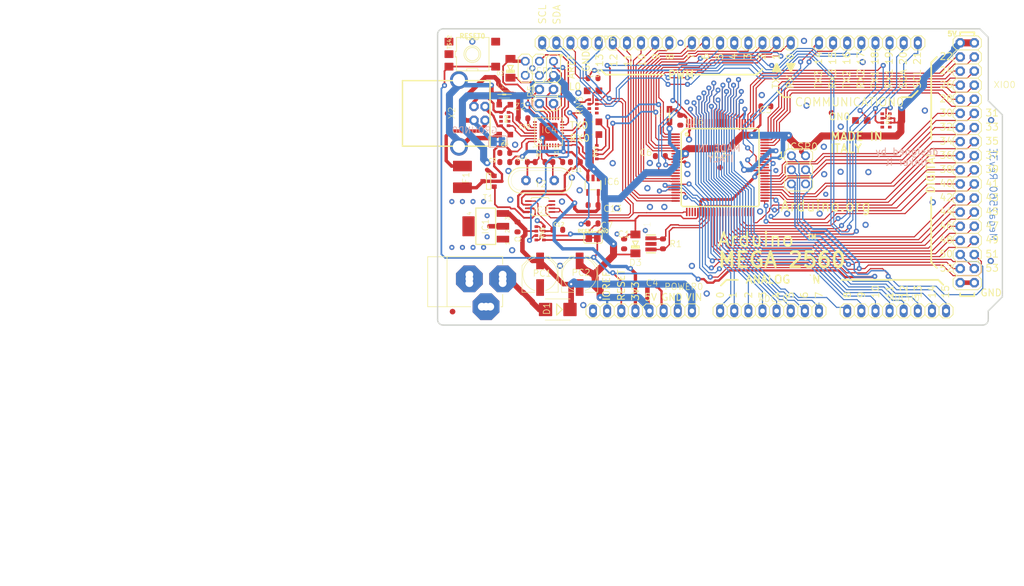
<source format=kicad_pcb>
(kicad_pcb (version 20211014) (generator pcbnew)
  (layers (0 "F.Cu" signal) (31 "B.Cu" signal) (34 "B.Paste" user) (35 "F.Paste" user) (36 "B.SilkS" user "B.Silkscreen") (37 "F.SilkS" user "F.Silkscreen") (38 "B.Mask" user) (39 "F.Mask" user) (44 "Edge.Cuts" user))
  (net 0 "")
  (net 1 "+5V")
  (net 2 "GND")
  (net 3 "AREF")
  (net 4 "RESET")
  (net 5 "VIN")
  (net 6 "N$3")
  (net 7 "PWRIN")
  (net 8 "M8RXD")
  (net 9 "M8TXD")
  (net 10 "ADC0")
  (net 11 "ADC2")
  (net 12 "ADC1")
  (net 13 "ADC3")
  (net 14 "ADC4")
  (net 15 "ADC5")
  (net 16 "ADC6")
  (net 17 "ADC7")
  (net 18 "+3V3")
  (net 19 "SDA")
  (net 20 "SCL")
  (net 21 "ADC9")
  (net 22 "ADC8")
  (net 23 "ADC10")
  (net 24 "ADC11")
  (net 25 "ADC12")
  (net 26 "ADC13")
  (net 27 "ADC14")
  (net 28 "ADC15")
  (net 29 "PB3")
  (net 30 "PB2")
  (net 31 "PB1")
  (net 32 "PB5")
  (net 33 "PB4")
  (net 34 "PE5")
  (net 35 "PE4")
  (net 36 "PE3")
  (net 37 "PE1")
  (net 38 "PE0")
  (net 39 "N$54")
  (net 40 "N$55")
  (net 41 "DTR")
  (net 42 "USBVCC")
  (net 43 "N$2")
  (net 44 "GATE_CMD")
  (net 45 "CMP")
  (net 46 "PB6")
  (net 47 "PH3")
  (net 48 "PH4")
  (net 49 "PH5")
  (net 50 "PH6")
  (net 51 "PG5")
  (net 52 "RXD1")
  (net 53 "TXD1")
  (net 54 "RXD2")
  (net 55 "RXD3")
  (net 56 "TXD2")
  (net 57 "TXD3")
  (net 58 "PC0")
  (net 59 "PC1")
  (net 60 "PC2")
  (net 61 "PC3")
  (net 62 "PC4")
  (net 63 "PC5")
  (net 64 "PC6")
  (net 65 "PC7")
  (net 66 "PB0")
  (net 67 "PG0")
  (net 68 "PG1")
  (net 69 "PG2")
  (net 70 "PD7")
  (net 71 "PA0")
  (net 72 "PA1")
  (net 73 "PA2")
  (net 74 "PA3")
  (net 75 "PA4")
  (net 76 "PA5")
  (net 77 "PA6")
  (net 78 "PA7")
  (net 79 "PL0")
  (net 80 "PL1")
  (net 81 "PL2")
  (net 82 "PL3")
  (net 83 "PL4")
  (net 84 "PL5")
  (net 85 "PL6")
  (net 86 "PL7")
  (net 87 "PB7")
  (net 88 "VUCAP")
  (net 89 "RD-")
  (net 90 "RD+")
  (net 91 "RESET2")
  (net 92 "MISO2")
  (net 93 "MOSI2")
  (net 94 "SCK2")
  (net 95 "XVCC")
  (net 96 "RXL")
  (net 97 "TXL")
  (net 98 "D-")
  (net 99 "D+")
  (net 100 "UGND")
  (net 101 "USHIELD")
  (net 102 "XTAL2")
  (net 103 "XTAL1")
  (net 104 "XT2")
  (net 105 "XT1")
  (net 106 "5-GND")
  (net 107 "8PB7")
  (net 108 "8PB6")
  (net 109 "8PB5")
  (net 110 "8PB4")
  (net 111 "L13")
  (net 112 "AVCC")
  (footprint "boardEagle:2X03" (layer "F.Cu") (at 116.0147 85.4328 180)
    (fp_text reference "ICSP1")
    (fp_text value "ICSP")
  )
  (footprint "boardEagle:1X08" (layer "F.Cu") (at 180.2767 129.1208)
    (fp_text reference "ADCH0")
    (fp_text value "FH254-108DF08500V")
  )
  (footprint "boardEagle:LINEAR_SOT223" (layer "F.Cu") (at 106.3627 113.8808 90)
    (fp_text reference "IC1")
    (fp_text value "1870_LD1117S50CTR")
  )
  (footprint "boardEagle:1X08" (layer "F.Cu") (at 175.1967 80.8608 180)
    (fp_text reference "COMMUNICATION0")
    (fp_text value "FH254-108DF08500V")
  )
  (footprint "boardEagle:SJ" (layer "F.Cu") (at 125.6667 115.9128)
    (fp_text reference "RESET-EN0")
    (fp_text value "")
  )
  (footprint "boardEagle:2X03" (layer "F.Cu") (at 162.6237 103.7208 -90)
    (fp_text reference "ICSP0")
    (fp_text value "ICSP")
  )
  (footprint "boardEagle:FIDUCIA-MOUNT" (layer "F.Cu") (at 168.5673 93.4686)
    (fp_text reference "FD1" hide)
    (fp_text value "FIDUCIALMOUNT" hide)
  )
  (footprint "boardEagle:2X18" (layer "F.Cu") (at 192.9767 102.4508 -90)
    (fp_text reference "XIO0")
    (fp_text value "18x2F-H8.5")
  )
  (footprint "boardEagle:C0603-ROUND" (layer "F.Cu") (at 131.2547 117.0558 -90)
    (fp_text reference "C1")
    (fp_text value "22p")
  )
  (footprint "boardEagle:C0603-ROUND" (layer "F.Cu") (at 119.3167 102.3238)
    (fp_text reference "C15")
    (fp_text value "22p")
  )
  (footprint "boardEagle:PANASONIC_D" (layer "F.Cu") (at 123.2537 122.5168 90)
    (fp_text reference "PC2" hide)
    (fp_text value "47uF")
  )
  (footprint "boardEagle:CT_CN0603" (layer "F.Cu") (at 109.7917 91.986)
    (fp_text reference "Z2")
    (fp_text value "BRNCG0603MLC-05E")
  )
  (footprint "boardEagle:CT_CN0603" (layer "F.Cu") (at 109.7917 97.3708)
    (fp_text reference "Z1")
    (fp_text value "BRNCG0603MLC-05E")
  )
  (footprint "boardEagle:1X10" (layer "F.Cu") (at 127.9527 80.8608)
    (fp_text reference "JP6")
    (fp_text value "FH254-110DF08500V")
  )
  (footprint "boardEagle:R0603-ROUND" (layer "F.Cu") (at 138.2397 117.0558 90)
    (fp_text reference "R1")
    (fp_text value "1M")
  )
  (footprint "boardEagle:RESONATOR" (layer "F.Cu") (at 136.0807 117.0558 -90)
    (fp_text reference "Y1")
    (fp_text value "CSTCE16M0V53-R0")
  )
  (footprint "boardEagle:MLF32" (layer "F.Cu") (at 117.6657 96.8628 90)
    (fp_text reference "IC4")
    (fp_text value "ATMEGA16U2-MU")
  )
  (footprint "boardEagle:C0603-ROUND" (layer "F.Cu") (at 125.6667 87.2108)
    (fp_text reference "C3")
    (fp_text value "100nF")
  )
  (footprint "boardEagle:CAY16" (layer "F.Cu") (at 125.6667 92.2908 -90)
    (fp_text reference "RN3")
    (fp_text value "1K")
  )
  (footprint "boardEagle:0805" (layer "F.Cu") (at 109.6901 90.1572 180)
    (fp_text reference "L1")
    (fp_text value "MH2029-300Y")
  )
  (footprint "boardEagle:SOT-23" (layer "F.Cu") (at 106.8707 105.7528 -90)
    (fp_text reference "T1")
    (fp_text value "PMV48XP")
  )
  (footprint "boardEagle:C0603-ROUND" (layer "F.Cu") (at 109.7917 102.3238 180)
    (fp_text reference "C9")
    (fp_text value "100nF")
  )
  (footprint "boardEagle:C0603-ROUND" (layer "F.Cu") (at 141.3619 94.7906 -90)
    (fp_text reference "C16")
    (fp_text value "100nF")
  )
  (footprint "boardEagle:CAY16" (layer "F.Cu") (at 125.6667 100.5458 90)
    (fp_text reference "RN4")
    (fp_text value "1K")
  )
  (footprint "boardEagle:FRAME" (layer "F.Cu") (at 97.7267 131.6608)
    (fp_text reference "U$1" hide)
    (fp_text value "DNP" hide)
  )
  (footprint "boardEagle:1X08" (layer "F.Cu") (at 157.4167 129.1208)
    (fp_text reference "ADCL0")
    (fp_text value "FH254-108DF08500V")
  )
  (footprint "" (layer "F.Cu") (at 163.7667 96.1008)
    (fp_text reference "@HOLE4" hide)
    (fp_text value "")
  )
  (footprint "boardEagle:C0603-ROUND" (layer "F.Cu") (at 125.6667 110.0708)
    (fp_text reference "C13")
    (fp_text value "1uF")
  )
  (footprint "" (layer "F.Cu") (at 111.6967 129.1208)
    (fp_text reference "@HOLE3" hide)
    (fp_text value "")
  )
  (footprint "boardEagle:SOT23-DBV" (layer "F.Cu") (at 125.6667 106.4894 180)
    (fp_text reference "IC6")
    (fp_text value "LP2985-33DBVR")
  )
  (footprint "boardEagle:C0603-ROUND" (layer "F.Cu") (at 136.3347 124.5488)
    (fp_text reference "C4")
    (fp_text value "100nF")
  )
  (footprint "boardEagle:C0603-ROUND" (layer "F.Cu") (at 125.6667 113.3728)
    (fp_text reference "C7")
    (fp_text value "100nF")
  )
  (footprint "boardEagle:2X02" (layer "F.Cu") (at 117.2847 90.5128 90)
    (fp_text reference "JP5")
    (fp_text value "2x2M - NM")
  )
  (footprint "boardEagle:PANASONIC_D" (layer "F.Cu") (at 116.1417 122.5168 90)
    (fp_text reference "PC1" hide)
    (fp_text value "47uF")
  )
  (footprint "boardEagle:SMB" (layer "F.Cu") (at 119.3167 128.8668 180)
    (fp_text reference "D1")
    (fp_text value "M7")
  )
  (footprint "boardEagle:QS" (layer "F.Cu") (at 116.1417 105.6258 180)
    (fp_text reference "Y2")
    (fp_text value "16MHz")
  )
  (footprint "" (layer "F.Cu") (at 112.9667 80.8608)
    (fp_text reference "@HOLE1" hide)
    (fp_text value "")
  )
  (footprint "boardEagle:TQFP100" (layer "F.Cu") (at 148.5267 103.3144)
    (fp_text reference "IC3")
    (fp_text value "ATMEGA2560-15AU")
  )
  (footprint "boardEagle:C0603-ROUND" (layer "F.Cu") (at 112.0777 114.0078 -90)
    (fp_text reference "C2")
    (fp_text value "100nF")
  )
  (footprint "boardEagle:FIDUCIA-MOUNT" (layer "F.Cu") (at 99.5047 93.5608)
    (fp_text reference "FD3" hide)
    (fp_text value "FIDUCIALMOUNT" hide)
  )
  (footprint "boardEagle:CHIPLED_0805" (layer "F.Cu") (at 173.9267 94.8308 90)
    (fp_text reference "ON0")
    (fp_text value "Green")
  )
  (footprint "boardEagle:C0603-ROUND" (layer "F.Cu") (at 119.3167 114.5158 180)
    (fp_text reference "C12")
    (fp_text value "100nF")
  )
  (footprint "boardEagle:C0603-ROUND" (layer "F.Cu") (at 109.7917 100.6728 180)
    (fp_text reference "C8")
    (fp_text value "100nF")
  )
  (footprint "" (layer "F.Cu") (at 187.8967 80.8608)
    (fp_text reference "@HOLE2" hide)
    (fp_text value "")
  )
  (footprint "boardEagle:MSOP08" (layer "F.Cu") (at 116.1417 110.3248 90)
    (fp_text reference "IC7")
    (fp_text value "LMV358IDGKR")
  )
  (footprint "boardEagle:C0603-ROUND" (layer "F.Cu") (at 113.0429 94.4498 180)
    (fp_text reference "C10")
    (fp_text value "1uF")
  )
  (footprint "boardEagle:FIDUCIA-MOUNT" (layer "F.Cu") (at 148.5267 103.3144)
    (fp_text reference "FD4" hide)
    (fp_text value "FIDUCIALMOUNT" hide)
  )
  (footprint "boardEagle:MINIMELF" (layer "F.Cu") (at 133.2867 117.0558 90)
    (fp_text reference "D3")
    (fp_text value "CD1206-S01575")
  )
  (footprint "boardEagle:1X08" (layer "F.Cu") (at 134.5567 129.1208)
    (fp_text reference "POWER0")
    (fp_text value "FH254-108DF08500V")
  )
  (footprint "boardEagle:POWERSUPPLY_DC-21MM" (layer "F.Cu") (at 103.0607 123.2788 90)
    (fp_text reference "X1" hide)
    (fp_text value "POWERSUPPLY_DC21MMX")
  )
  (footprint "boardEagle:C0603-ROUND" (layer "F.Cu") (at 112.9667 102.3238 180)
    (fp_text reference "C14")
    (fp_text value "22p")
  )
  (footprint "boardEagle:CAY16" (layer "F.Cu") (at 116.1417 115.1508 90)
    (fp_text reference "RN5")
    (fp_text value "10k")
  )
  (footprint "boardEagle:R0603-ROUND" (layer "F.Cu") (at 116.1417 102.3238)
    (fp_text reference "R2")
    (fp_text value "1M")
  )
  (footprint "boardEagle:CHIPLED_0805" (layer "F.Cu") (at 125.6667 97.3708 90)
    (fp_text reference "RX0")
    (fp_text value "Yellow")
  )
  (footprint "boardEagle:L1812" (layer "F.Cu") (at 102.1717 104.9908 90)
    (fp_text reference "F1")
    (fp_text value "MF-MSMF050-2 500mA")
  )
  (footprint "boardEagle:CHIPLED_0805" (layer "F.Cu") (at 125.6667 95.0848 90)
    (fp_text reference "TX0")
    (fp_text value "Yellow")
  )
  (footprint "boardEagle:C0603-ROUND" (layer "F.Cu") (at 122.4917 102.3238)
    (fp_text reference "C11")
    (fp_text value "100nF")
  )
  (footprint "" (layer "F.Cu") (at 194.2467 129.1208)
    (fp_text reference "@HOLE0" hide)
    (fp_text value "")
  )
  (footprint "boardEagle:PN61729" (layer "F.Cu") (at 101.5367 93.5608 -90)
    (fp_text reference "X2")
    (fp_text value "")
  )
  (footprint "boardEagle:C0603-ROUND" (layer "F.Cu") (at 156.7563 92.2908)
    (fp_text reference "C5")
    (fp_text value "100nF")
  )
  (footprint "boardEagle:CAY16" (layer "F.Cu") (at 178.3717 94.8308 -90)
    (fp_text reference "RN1")
    (fp_text value "10k")
  )
  (footprint "boardEagle:FIDUCIA-MOUNT" (layer "F.Cu") (at 100.3937 129.2478)
    (fp_text reference "FD2" hide)
    (fp_text value "FIDUCIALMOUNT" hide)
  )
  (footprint "boardEagle:0805" (layer "F.Cu") (at 139.4131 93.9312 -90)
    (fp_text reference "L2")
    (fp_text value "10uH")
  )
  (footprint "" (layer "F.Cu") (at 163.7667 124.0408)
    (fp_text reference "@HOLE5" hide)
    (fp_text value "")
  )
  (footprint "boardEagle:CAY16" (layer "F.Cu") (at 109.7917 94.5768 90)
    (fp_text reference "RN2")
    (fp_text value "22R")
  )
  (footprint "boardEagle:TS42" (layer "F.Cu") (at 103.9497 82.8918)
    (fp_text reference "RESET0")
    (fp_text value "TS42")
  )
  (footprint "boardEagle:MINIMELF" (layer "F.Cu") (at 110.8077 85.4328 90)
    (fp_text reference "D2")
    (fp_text value "CD1206-S01575")
  )
  (footprint "boardEagle:1X08" (layer "F.Cu") (at 152.3367 80.8608 180)
    (fp_text reference "PWML0" hide)
    (fp_text value "FH254-108DF08500V")
  )
  (footprint "boardEagle:CHIPLED_0805" (layer "F.Cu") (at 125.6667 89.4968 90)
    (fp_text reference "L0")
    (fp_text value "Yellow")
  )
  (footprint "boardEagle:C0603-ROUND" (layer "F.Cu") (at 137.7717 101.2418 180)
    (fp_text reference "C6")
    (fp_text value "100nF")
  )
  (footprint "boardEagle:FRAME" (layer "F.Cu") (at 97.7267 131.6608)
    (fp_text reference "U$2" hide)
    (fp_text value "DNP" hide)
  )
  (footprint "boardEagle:SJ" (layer "B.Cu") (at 108.5217 98.6408)
    (fp_text reference "GROUND0")
    (fp_text value "")
  )
  (gr_line (start 160.5917 84.6708) (end 161.2267 84.6708) (layer "F.SilkS") (width 0.4064))
  (gr_line (start 151.7017 123.5328) (end 149.6697 123.5328) (layer "F.SilkS") (width 0.3048))
  (gr_line (start 159.9567 90.6398) (end 161.2267 90.6398) (layer "F.SilkS") (width 0.3048))
  (gr_line (start 155.1307 86.5758) (end 156.1467 85.5598) (layer "F.SilkS") (width 0.3048))
  (gr_line (start 158.6867 84.6708) (end 159.3217 85.9408) (layer "F.SilkS") (width 0.4064))
  (gr_line (start 158.8137 89.4968) (end 159.9567 90.6398) (layer "F.SilkS") (width 0.3048))
  (gr_line (start 161.2267 84.6708) (end 161.2267 85.3058) (layer "F.SilkS") (width 0.4064))
  (gr_line (start 161.2267 85.9408) (end 160.5917 84.6708) (layer "F.SilkS") (width 0.4064))
  (gr_line (start 186.4997 108.6738) (end 186.4997 120.3578) (layer "F.SilkS") (width 0.3048))
  (gr_line (start 181.1657 90.6398) (end 182.9437 90.6398) (layer "F.SilkS") (width 0.3048))
  (gr_line (start 191.7067 126.4538) (end 194.2467 126.4538) (layer "F.SilkS") (width 0.3048))
  (gr_line (start 182.9437 90.6398) (end 184.0867 89.4968) (layer "F.SilkS") (width 0.3048))
  (gr_line (start 187.7697 123.5328) (end 188.6587 124.4218) (layer "F.SilkS") (width 0.3048))
  (gr_line (start 194.2467 126.4538) (end 194.2467 125.9458) (layer "F.SilkS") (width 0.3048))
  (gr_line (start 191.7067 125.9458) (end 191.7067 126.4538) (layer "F.SilkS") (width 0.3048))
  (gr_line (start 158.6867 85.3058) (end 158.6867 85.9408) (layer "F.SilkS") (width 0.4064))
  (gr_line (start 170.3707 123.5328) (end 187.7697 123.5328) (layer "F.SilkS") (width 0.3048))
  (gr_line (start 158.6867 85.9408) (end 159.3217 85.9408) (layer "F.SilkS") (width 0.4064))
  (gr_line (start 186.4997 98.1328) (end 186.4997 84.4168) (layer "F.SilkS") (width 0.3048))
  (gr_line (start 161.8617 84.6708) (end 161.2267 85.9408) (layer "F.SilkS") (width 0.4064))
  (gr_line (start 160.5917 84.6708) (end 161.2267 85.3058) (layer "F.SilkS") (width 0.4064))
  (gr_line (start 149.6697 123.5328) (end 148.6537 124.5488) (layer "F.SilkS") (width 0.3048))
  (gr_line (start 159.3217 85.9408) (end 158.6867 85.3058) (layer "F.SilkS") (width 0.4064))
  (gr_line (start 143.9547 86.5758) (end 155.1307 86.5758) (layer "F.SilkS") (width 0.3048))
  (gr_line (start 186.4997 84.4168) (end 187.5157 83.4008) (layer "F.SilkS") (width 0.3048))
  (gr_line (start 138.3667 86.5758) (end 127.9527 86.5758) (layer "F.SilkS") (width 0.3048))
  (gr_line (start 158.0517 85.9408) (end 158.6867 84.6708) (layer "F.SilkS") (width 0.4064))
  (gr_line (start 158.0517 85.9408) (end 158.6867 85.3058) (layer "F.SilkS") (width 0.4064))
  (gr_line (start 161.2267 85.3058) (end 161.8617 84.6708) (layer "F.SilkS") (width 0.4064))
  (gr_line (start 161.8617 84.6708) (end 161.2267 84.6708) (layer "F.SilkS") (width 0.4064))
  (gr_line (start 127.9527 86.5758) (end 127.0637 85.6868) (layer "F.SilkS") (width 0.3048))
  (gr_line (start 194.2467 78.9558) (end 194.2467 79.5908) (layer "F.SilkS") (width 0.3048))
  (gr_circle (center 119.9517 83.1468) (end 120.1313 83.1468) (layer "F.SilkS") (width 0.3048) (fill none))
  (gr_line (start 186.4997 120.3578) (end 187.5157 121.3738) (layer "F.SilkS") (width 0.3048))
  (gr_line (start 191.7067 79.5908) (end 191.7067 78.9558) (layer "F.SilkS") (width 0.3048))
  (gr_line (start 158.6867 85.9408) (end 158.0517 85.9408) (layer "F.SilkS") (width 0.4064))
  (gr_line (start 191.7067 78.9558) (end 194.2467 78.9558) (layer "F.SilkS") (width 0.3048))
  (gr_line (start 196.7611 91.2876) (end 199.3011 93.8276) (layer "Edge.Cuts") (width 0.254))
  (gr_line (start 98.7011 78.3336) (end 195.2371 78.3336) (layer "Edge.Cuts") (width 0.254))
  (gr_arc (start 97.7011 79.3336) (mid 97.993993 78.626493) (end 98.7011 78.3336) (layer "Edge.Cuts") (width 0.254))
  (gr_arc (start 196.7611 130.6736) (mid 196.468207 131.380707) (end 195.7611 131.6736) (layer "Edge.Cuts") (width 0.254))
  (gr_line (start 196.7611 129.1336) (end 196.7611 130.6736) (layer "Edge.Cuts") (width 0.254))
  (gr_line (start 196.7611 79.8576) (end 196.7611 91.2876) (layer "Edge.Cuts") (width 0.254))
  (gr_line (start 195.2371 78.3336) (end 196.7611 79.8576) (layer "Edge.Cuts") (width 0.254))
  (gr_line (start 97.7011 130.6736) (end 97.7011 79.3336) (layer "Edge.Cuts") (width 0.254))
  (gr_arc (start 98.7011 131.6736) (mid 97.993993 131.380707) (end 97.7011 130.6736) (layer "Edge.Cuts") (width 0.254))
  (gr_line (start 199.3011 126.5936) (end 196.7611 129.1336) (layer "Edge.Cuts") (width 0.254))
  (gr_line (start 195.7611 131.6736) (end 98.7011 131.6736) (layer "Edge.Cuts") (width 0.254))
  (gr_line (start 199.3011 93.8276) (end 199.3011 126.5936) (layer "Edge.Cuts") (width 0.254))
  (gr_text "Mega2560 Rev3E" (at 198.4123 99.6568 -90) (layer "B.Cu") (effects (font (size 1.308608 1.308608) (thickness 0.113792)) (justify right top mirror)))
  (gr_text "MADE IN" (at 152.3367 100.5458) (layer "B.SilkS") (effects (font (size 1.251712 1.251712) (thickness 0.170688)) (justify left bottom mirror)))
  (gr_text "designed by" (at 187.8967 101.1808) (layer "B.SilkS") (effects (font (size 1.251712 1.251712) (thickness 0.170688)) (justify left bottom mirror)))
  (gr_text "ITALY" (at 151.0667 102.4508) (layer "B.SilkS") (effects (font (size 1.251712 1.251712) (thickness 0.170688)) (justify left bottom mirror)))
  (gr_text "tinker it" (at 185.9917 103.0858) (layer "B.SilkS") (effects (font (size 1.251712 1.251712) (thickness 0.170688)) (justify left bottom mirror)))
  (gr_text "9" (at 174.6887 126.9618 90) (layer "F.SilkS") (effects (font (size 1.251712 1.251712) (thickness 0.170688)) (justify left bottom)))
  (gr_text "3" (at 156.9087 126.9618 90) (layer "F.SilkS") (effects (font (size 1.251712 1.251712) (thickness 0.170688)) (justify left bottom)))
  (gr_text "26" (at 187.8967 89.1158) (layer "F.SilkS") (effects (font (size 1.251712 1.251712) (thickness 0.170688)) (justify left bottom)))
  (gr_text "0" (at 149.2887 126.9618 90) (layer "F.SilkS") (effects (font (size 1.251712 1.251712) (thickness 0.170688)) (justify left bottom)))
  (gr_text "14" (at 166.9417 84.9248 90) (layer "F.SilkS") (effects (font (size 1.251712 1.251712) (thickness 0.170688)) (justify left bottom)))
  (gr_text "10" (at 177.2287 126.9618 90) (layer "F.SilkS") (effects (font (size 1.28016 1.28016) (thickness 0.14224)) (justify left bottom)))
  (gr_text "13" (at 127.5717 85.3058 90) (layer "F.SilkS") (effects (font (size 1.251712 1.251712) (thickness 0.170688)) (justify left bottom)))
  (gr_text "48" (at 187.8967 117.0558) (layer "F.SilkS") (effects (font (size 1.251712 1.251712) (thickness 0.170688)) (justify left bottom)))
  (gr_text "12" (at 182.3087 126.9618 90) (layer "F.SilkS") (effects (font (size 1.251712 1.251712) (thickness 0.170688)) (justify left bottom)))
  (gr_text "4" (at 151.7017 84.0358 90) (layer "F.SilkS") (effects (font (size 1.251712 1.251712) (thickness 0.170688)) (justify left bottom)))
  (gr_text "MEGA 2560" (at 147.8917 121.5008) (layer "F.SilkS") (effects (font (size 2.69875 2.69875) (thickness 0.47625)) (justify left bottom)))
  (gr_text "21" (at 184.7217 84.9248 90) (layer "F.SilkS") (effects (font (size 1.251712 1.251712) (thickness 0.170688)) (justify left bottom)))
  (gr_text "49" (at 196.1517 117.0558) (layer "F.SilkS") (effects (font (size 1.251712 1.251712) (thickness 0.170688)) (justify left bottom)))
  (gr_text "TM" (at 164.1477 116.2938) (layer "F.SilkS") (effects (font (size 0.8128 0.8128) (thickness 0.2032)) (justify left bottom)))
  (gr_text "30" (at 187.8967 94.1958) (layer "F.SilkS") (effects (font (size 1.251712 1.251712) (thickness 0.170688)) (justify left bottom)))
  (gr_text "RESET" (at 131.4789 127.4068 90) (layer "F.SilkS") (effects (font (size 1.251712 1.251712) (thickness 0.170688)) (justify left bottom)))
  (gr_text "PWM" (at 139.0017 87.4648) (layer "F.SilkS") (effects (font (size 1.42494 1.42494) (thickness 0.25146)) (justify left bottom)))
  (gr_text "5V" (at 191.1987 78.7018) (layer "F.SilkS") (effects (font (size 0.89408 0.89408) (thickness 0.22352)) (justify right top)))
  (gr_text "7" (at 167.0687 126.9618 90) (layer "F.SilkS") (effects (font (size 1.251712 1.251712) (thickness 0.170688)) (justify left bottom)))
  (gr_text "10" (at 135.1917 85.3058 90) (layer "F.SilkS") (effects (font (size 1.251712 1.251712) (thickness 0.170688)) (justify left bottom)))
  (gr_text "RX2" (at 174.5617 89.2428 90) (layer "F.SilkS") (effects (font (size 1.251712 1.251712) (thickness 0.170688)) (justify left bottom)))
  (gr_text "7" (at 144.0817 84.0358 90) (layer "F.SilkS") (effects (font (size 1.251712 1.251712) (thickness 0.170688)) (justify left bottom)))
  (gr_text "41" (at 196.1517 106.8958) (layer "F.SilkS") (effects (font (size 1.251712 1.251712) (thickness 0.170688)) (justify left bottom)))
  (gr_text "TX3" (at 166.9417 89.2428 90) (layer "F.SilkS") (effects (font (size 1.251712 1.251712) (thickness 0.170688)) (justify left bottom)))
  (gr_text "RX" (at 161.8617 89.2428 90) (layer "F.SilkS") (effects (font (size 1.251712 1.251712) (thickness 0.170688)) (justify left bottom)))
  (gr_text "GND" (at 137.8455 127.3892) (layer "F.SilkS") (effects (font (size 1.251712 1.251712) (thickness 0.170688)) (justify left bottom)))
  (gr_text "35" (at 196.1517 99.2758) (layer "F.SilkS") (effects (font (size 1.251712 1.251712) (thickness 0.170688)) (justify left bottom)))
  (gr_text "32" (at 187.8967 96.7358) (layer "F.SilkS") (effects (font (size 1.251712 1.251712) (thickness 0.170688)) (justify left bottom)))
  (gr_text "43" (at 196.1517 109.4358) (layer "F.SilkS") (effects (font (size 1.251712 1.251712) (thickness 0.170688)) (justify left bottom)))
  (gr_text "5V" (at 134.7975 127.3892) (layer "F.SilkS") (effects (font (size 1.251712 1.251712) (thickness 0.170688)) (justify left bottom)))
  (gr_text "52" (at 187.8967 122.1358) (layer "F.SilkS") (effects (font (size 1.251712 1.251712) (thickness 0.170688)) (justify left bottom)))
  (gr_text "11" (at 179.7687 126.9618 90) (layer "F.SilkS") (effects (font (size 1.251712 1.251712) (thickness 0.170688)) (justify left bottom)))
  (gr_text "1" (at 151.5747 126.9618 90) (layer "F.SilkS") (effects (font (size 1.251712 1.251712) (thickness 0.170688)) (justify left bottom)))
  (gr_text "13" (at 184.8487 126.9618 90) (layer "F.SilkS") (effects (font (size 1.251712 1.251712) (thickness 0.170688)) (justify left bottom)))
  (gr_text "16" (at 172.0217 84.9248 90) (layer "F.SilkS") (effects (font (size 1.251712 1.251712) (thickness 0.170688)) (justify left bottom)))
  (gr_text "AREF" (at 122.4619 87.478 90) (layer "F.SilkS") (effects (font (size 1.251712 1.251712) (thickness 0.170688)) (justify left bottom)))
  (gr_text "2" (at 156.7817 84.0358 90) (layer "F.SilkS") (effects (font (size 1.251712 1.251712) (thickness 0.170688)) (justify left bottom)))
  (gr_text "1" (at 160.2023 100.431) (layer "F.SilkS") (effects (font (size 1.0795 1.0795) (thickness 0.1905)) (justify right top)))
  (gr_text "TX2" (at 172.0217 89.2428 90) (layer "F.SilkS") (effects (font (size 1.251712 1.251712) (thickness 0.170688)) (justify left bottom)))
  (gr_text "MADE IN" (at 168.2371 98.59) (layer "F.SilkS") (effects (font (size 1.5113 1.5113) (thickness 0.2667)) (justify left bottom)))
  (gr_text "45" (at 196.1517 111.9758) (layer "F.SilkS") (effects (font (size 1.251712 1.251712) (thickness 0.170688)) (justify left bottom)))
  (gr_text "SDA" (at 182.1817 89.2428 90) (layer "F.SilkS") (effects (font (size 1.251712 1.251712) (thickness 0.170688)) (justify left bottom)))
  (gr_text "51" (at 196.1517 119.5958) (layer "F.SilkS") (effects (font (size 1.251712 1.251712) (thickness 0.170688)) (justify left bottom)))
  (gr_text "22" (at 187.8967 84.0358) (layer "F.SilkS") (effects (font (size 1.251712 1.251712) (thickness 0.170688)) (justify left bottom)))
  (gr_text "3V3" (at 134.0189 127.4068 90) (layer "F.SilkS") (effects (font (size 1.251712 1.251712) (thickness 0.170688)) (justify left bottom)))
  (gr_text "ITALY" (at 168.1355 100.7744) (layer "F.SilkS") (effects (font (size 1.5113 1.5113) (thickness 0.2667)) (justify left bottom)))
  (gr_text "12" (at 130.1117 85.3058 90) (layer "F.SilkS") (effects (font (size 1.251712 1.251712) (thickness 0.170688)) (justify left bottom)))
  (gr_text "37" (at 196.1517 101.8158) (layer "F.SilkS") (effects (font (size 1.251712 1.251712) (thickness 0.170688)) (justify left bottom)))
  (gr_text "19" (at 179.6417 84.9248 90) (layer "F.SilkS") (effects (font (size 1.251712 1.251712) (thickness 0.170688)) (justify left bottom)))
  (gr_text "RX3" (at 169.4817 89.2428 90) (layer "F.SilkS") (effects (font (size 1.251712 1.251712) (thickness 0.170688)) (justify left bottom)))
  (gr_text "39" (at 196.1517 104.3558) (layer "F.SilkS") (effects (font (size 1.251712 1.251712) (thickness 0.170688)) (justify left bottom)))
  (gr_text "15" (at 169.4817 84.9248 90) (layer "F.SilkS") (effects (font (size 1.251712 1.251712) (thickness 0.170688)) (justify left bottom)))
  (gr_text "9" (at 137.7317 84.0358 90) (layer "F.SilkS") (effects (font (size 1.251712 1.251712) (thickness 0.170688)) (justify left bottom)))
  (gr_text "2" (at 154.3687 126.9618 90) (layer "F.SilkS") (effects (font (size 1.251712 1.251712) (thickness 0.170688)) (justify left bottom)))
  (gr_text "24" (at 187.8967 86.5758) (layer "F.SilkS") (effects (font (size 1.251712 1.251712) (thickness 0.170688)) (justify left bottom)))
  (gr_text "SDA" (at 119.8965 77.6736 90) (layer "F.SilkS") (effects (font (size 1.28016 1.28016) (thickness 0.14224)) (justify left bottom)))
  (gr_text "4" (at 159.4487 126.9618 90) (layer "F.SilkS") (effects (font (size 1.251712 1.251712) (thickness 0.170688)) (justify left bottom)))
  (gr_text "8" (at 172.1487 126.9618 90) (layer "F.SilkS") (effects (font (size 1.251712 1.251712) (thickness 0.170688)) (justify left bottom)))
  (gr_text "20" (at 182.1817 84.9248 90) (layer "F.SilkS") (effects (font (size 1.251712 1.251712) (thickness 0.170688)) (justify left bottom)))
  (gr_text "5" (at 149.1617 84.0358 90) (layer "F.SilkS") (effects (font (size 1.251712 1.251712) (thickness 0.170688)) (justify left bottom)))
  (gr_text "8" (at 140.2717 84.0358 90) (layer "F.SilkS") (effects (font (size 1.251712 1.251712) (thickness 0.170688)) (justify left bottom)))
  (gr_text "11" (at 132.6517 85.3058 90) (layer "F.SilkS") (effects (font (size 1.251712 1.251712) (thickness 0.170688)) (justify left bottom)))
  (gr_text "14" (at 187.3887 126.9618 90) (layer "F.SilkS") (effects (font (size 1.251712 1.251712) (thickness 0.170688)) (justify left bottom)))
  (gr_text "5" (at 161.8617 126.9618 90) (layer "F.SilkS") (effects (font (size 1.251712 1.251712) (thickness 0.170688)) (justify left bottom)))
  (gr_text "50" (at 187.8967 119.5958) (layer "F.SilkS") (effects (font (size 1.251712 1.251712) (thickness 0.170688)) (justify left bottom)))
  (gr_text "1" (at 159.3217 84.0358 90) (layer "F.SilkS") (effects (font (size 1.251712 1.251712) (thickness 0.170688)) (justify left bottom)))
  (gr_text "17" (at 174.5617 84.9248 90) (layer "F.SilkS") (effects (font (size 1.251712 1.251712) (thickness 0.170688)) (justify left bottom)))
  (gr_text "PC1" (at 114.7447 123.0248) (layer "F.SilkS") (effects (font (size 1.143 1.143) (thickness 0.127)) (justify left bottom)))
  (gr_text "TX1" (at 177.1017 89.2428 90) (layer "F.SilkS") (effects (font (size 1.251712 1.251712) (thickness 0.170688)) (justify left bottom)))
  (gr_text "40" (at 187.8967 106.8958) (layer "F.SilkS") (effects (font (size 1.251712 1.251712) (thickness 0.170688)) (justify left bottom)))
  (gr_text "34" (at 187.8967 99.2758) (layer "F.SilkS") (effects (font (size 1.251712 1.251712) (thickness 0.170688)) (justify left bottom)))
  (gr_text "42" (at 187.8967 109.4358) (layer "F.SilkS") (effects (font (size 1.251712 1.251712) (thickness 0.170688)) (justify left bottom)))
  (gr_text "SCL" (at 117.3057 77.5974 90) (layer "F.SilkS") (effects (font (size 1.28016 1.28016) (thickness 0.14224)) (justify left bottom)))
  (gr_text "44" (at 187.8967 111.9758) (layer "F.SilkS") (effects (font (size 1.251712 1.251712) (thickness 0.170688)) (justify left bottom)))
  (gr_text "53" (at 196.1517 122.1358) (layer "F.SilkS") (effects (font (size 1.251712 1.251712) (thickness 0.170688)) (justify left bottom)))
  (gr_text "RX1" (at 179.6417 89.2428 90) (layer "F.SilkS") (effects (font (size 1.251712 1.251712) (thickness 0.170688)) (justify left bottom)))
  (gr_text "15" (at 189.8017 126.9618 90) (layer "F.SilkS") (effects (font (size 1.251712 1.251712) (thickness 0.170688)) (justify left bottom)))
  (gr_text "TX" (at 159.3217 89.2428 90) (layer "F.SilkS") (effects (font (size 1.251712 1.251712) (thickness 0.170688)) (justify left bottom)))
  (gr_text "18" (at 177.1017 84.9248 90) (layer "F.SilkS") (effects (font (size 1.251712 1.251712) (thickness 0.170688)) (justify left bottom)))
  (gr_text "VIN" (at 142.2143 127.3892) (layer "F.SilkS") (effects (font (size 1.251712 1.251712) (thickness 0.170688)) (justify left bottom)))
  (gr_text "47" (at 196.1517 114.5158) (layer "F.SilkS") (effects (font (size 1.251712 1.251712) (thickness 0.170688)) (justify left bottom)))
  (gr_text "6" (at 146.6217 84.0358 90) (layer "F.SilkS") (effects (font (size 1.251712 1.251712) (thickness 0.170688)) (justify left bottom)))
  (gr_text "6" (at 164.4017 126.9618 90) (layer "F.SilkS") (effects (font (size 1.251712 1.251712) (thickness 0.170688)) (justify left bottom)))
  (gr_text "28" (at 187.8967 91.6558) (layer "F.SilkS") (effects (font (size 1.251712 1.251712) (thickness 0.170688)) (justify left bottom)))
  (gr_text "SCL" (at 184.7217 89.2428 90) (layer "F.SilkS") (effects (font (size 1.251712 1.251712) (thickness 0.170688)) (justify left bottom)))
  (gr_text "38" (at 187.8967 104.3558) (layer "F.SilkS") (effects (font (size 1.251712 1.251712) (thickness 0.170688)) (justify left bottom)))
  (gr_text "Arduino.org" (at 159.1947 111.3408) (layer "F.SilkS") (effects (font (size 1.922272 1.922272) (thickness 0.262128)) (justify left bottom)))
  (gr_text "PC2" (at 121.7297 122.8978) (layer "F.SilkS") (effects (font (size 1.143 1.143) (thickness 0.127)) (justify left bottom)))
  (gr_text "36" (at 187.8967 101.8158) (layer "F.SilkS") (effects (font (size 1.251712 1.251712) (thickness 0.170688)) (justify left bottom)))
  (gr_text "IOREF" (at 128.8119 127.4068 90) (layer "F.SilkS") (effects (font (size 1.251712 1.251712) (thickness 0.170688)) (justify left bottom)))
  (gr_text "Arduino" (at 147.8917 117.6908) (layer "F.SilkS") (effects (font (size 2.45872 2.45872) (thickness 0.33528)) (justify left bottom)))
  (gr_text "33" (at 196.1517 96.7358) (layer "F.SilkS") (effects (font (size 1.251712 1.251712) (thickness 0.170688)) (justify left bottom)))
  (gr_text "ANALOG   IN" (at 152.9717 124.2948) (layer "F.SilkS") (effects (font (size 1.42494 1.42494) (thickness 0.25146)) (justify left bottom)))
  (gr_text "31" (at 196.1517 94.1958) (layer "F.SilkS") (effects (font (size 1.251712 1.251712) (thickness 0.170688)) (justify left bottom)))
  (gr_text "46" (at 187.8967 114.5158) (layer "F.SilkS") (effects (font (size 1.251712 1.251712) (thickness 0.170688)) (justify left bottom)))
  (gr_text "0" (at 161.8617 84.0358 90) (layer "F.SilkS") (effects (font (size 1.251712 1.251712) (thickness 0.170688)) (justify left bottom)))
  (gr_text "DIGITAL" (at 187.2617 108.1658 90) (layer "F.SilkS") (effects (font (size 1.42494 1.42494) (thickness 0.25146)) (justify left bottom)))
  (gr_text "GND" (at 125.1397 86.1826 90) (layer "F.SilkS") (effects (font (size 1.251712 1.251712) (thickness 0.170688)) (justify left bottom)))
  (gr_text "GND" (at 195.2627 126.5808) (layer "F.SilkS") (effects (font (size 1.251712 1.251712) (thickness 0.170688)) (justify left bottom)))
  (gr_text "3" (at 154.2417 84.0358 90) (layer "F.SilkS") (effects (font (size 1.251712 1.251712) (thickness 0.170688)) (justify left bottom)))
  (segment (start 160.8711 97.5232) (end 161.0997 98.1328) (width 1.27) (layer "F.Cu") (net 1))
  (segment (start 125.6667 100.2918) (end 125.5207 100.1458) (width 0.254) (layer "F.Cu") (net 1))
  (segment (start 115.9577 116.3508) (end 116.1417 116.1668) (width 0.254) (layer "F.Cu") (net 1))
  (segment (start 142.1767 101.1808) (end 142.2727 100.9578) (width 0.4064) (layer "F.Cu") (net 1))
  (segment (start 116.1417 116.1668) (end 116.1417 115.6588) (width 0.254) (layer "F.Cu") (net 1))
  (segment (start 125.7937 103.5938) (end 125.7302 103.4668) (width 0.254) (layer "F.Cu") (net 1))
  (segment (start 120.3327 107.5308) (end 113.0937 107.5308) (width 0.4064) (layer "F.Cu") (net 1))
  (segment (start 124.1427 91.5288) (end 124.4647 91.1478) (width 0.3048) (layer "F.Cu") (net 1))
  (segment (start 121.6907 103.4668) (end 120.5867 104.6978) (width 0.4064) (layer "F.Cu") (net 1))
  (segment (start 154.7497 104.9908) (end 150.6857 109.0548) (width 0.508) (layer "F.Cu") (net 1))
  (segment (start 132.5247 118.9608) (end 132.7297 118.7558) (width 0.3048) (layer "F.Cu") (net 1))
  (segment (start 123.3807 102.0698) (end 121.8567 100.5458) (width 0.4064) (layer "F.Cu") (net 1))
  (segment (start 120.4597 100.5458) (end 120.3327 100.4188) (width 0.4064) (layer "F.Cu") (net 1))
  (segment (start 111.8727 87.1328) (end 110.8077 87.1328) (width 0.3048) (layer "F.Cu") (net 1))
  (segment (start 111.6967 101.3078) (end 110.6807 102.3238) (width 0.3048) (layer "F.Cu") (net 1))
  (segment (start 126.5557 125.1838) (end 126.9367 125.1838) (width 1.27) (layer "F.Cu") (net 1))
  (segment (start 140.5267 101.8144) (end 139.3213 101.8144) (width 0.2794) (layer "F.Cu") (net 1))
  (segment (start 125.6667 103.0223) (end 125.6667 100.2918) (width 0.254) (layer "F.Cu") (net 1))
  (segment (start 124.5117 100.1458) (end 124.4267 100.0608) (width 0.254) (layer "F.Cu") (net 1))
  (segment (start 154.2163 97.4978) (end 154.2163 97.2692) (width 0.4064) (layer "F.Cu") (net 1))
  (segment (start 120.3327 100.4188) (end 117.7927 100.4188) (width 0.3048) (layer "F.Cu") (net 1))
  (segment (start 113.0937 107.5308) (end 112.2047 108.4198) (width 0.4064) (layer "F.Cu") (net 1))
  (segment (start 155.7657 95.6436) (end 155.7657 92.3924) (width 0.4064) (layer "F.Cu") (net 1))
  (segment (start 124.4647 91.1478) (end 124.9917 91.0908) (width 0.3048) (layer "F.Cu") (net 1))
  (segment (start 145.0267 111.3144) (end 145.0267 110.147) (width 0.2794) (layer "F.Cu") (net 1))
  (segment (start 179.8957 95.2118) (end 179.8767 95.2308) (width 0.3048) (layer "F.Cu") (net 1))
  (segment (start 125.7302 103.4668) (end 125.6667 103.0223) (width 0.254) (layer "F.Cu") (net 1))
  (segment (start 181.0387 95.2118) (end 179.8957 95.2118) (width 0.3048) (layer "F.Cu") (net 1))
  (segment (start 129.3497 119.0878) (end 125.8572 122.5803) (width 1.27) (layer "F.Cu") (net 1))
  (segment (start 181.0387 95.2118) (end 181.1657 94.9578) (width 1.27) (layer "F.Cu") (net 1))
  (segment (start 121.3297 115.5508) (end 121.6027 115.2778) (width 0.3048) (layer "F.Cu") (net 1))
  (segment (start 124.7777 122.0088) (end 124.2697 121.7548) (width 1.27) (layer "F.Cu") (net 1))
  (segment (start 107.8359 104.813) (end 106.6167 103.7208) (width 0.8128) (layer "F.Cu") (net 1))
  (segment (start 129.6527 118.7558) (end 129.3987 118.959) (width 0.3048) (layer "F.Cu") (net 1))
  (segment (start 125.6667 103.7208) (end 125.0317 103.7208) (width 0.508) (layer "F.Cu") (net 1))
  (segment (start 117.4157 100.0418) (end 117.4157 99.3128) (width 0.2794) (layer "F.Cu") (net 1))
  (segment (start 154.2417 97.193) (end 155.7657 95.6436) (width 0.4064) (layer "F.Cu") (net 1))
  (segment (start 118.5547 86.7028) (end 117.2847 87.9728) (width 0.3048) (layer "F.Cu") (net 1))
  (segment (start 124.4267 100.0608) (end 124.4267 99.4608) (width 0.254) (layer "F.Cu") (net 1))
  (segment (start 122.2377 103.4668) (end 121.6907 103.4668) (width 0.4064) (layer "F.Cu") (net 1))
  (segment (start 179.8957 95.2118) (end 179.8957 94.4498) (width 0.3048) (layer "F.Cu") (net 1))
  (segment (start 126.0477 123.1518) (end 126.0477 124.6758) (width 1.27) (layer "F.Cu") (net 1))
  (segment (start 152.5907 97.3708) (end 152.5907 96.9898) (width 0.6096) (layer "F.Cu") (net 1))
  (segment (start 179.8957 94.4498) (end 179.8767 94.4308) (width 0.3048) (layer "F.Cu") (net 1))
  (segment (start 166.8147 97.6248) (end 180.2767 97.6248) (width 1.27) (layer "F.Cu") (net 1))
  (segment (start 152.5399 95.415) (end 152.5145 95.3896) (width 0.254) (layer "F.Cu") (net 1))
  (segment (start 142.3037 100.7998) (end 142.1767 101.1808) (width 0.4064) (layer "F.Cu") (net 1))
  (segment (start 165.0367 99.4028) (end 166.8147 97.6248) (width 1.27) (layer "F.Cu") (net 1))
  (segment (start 113.1953 111.3154) (end 114.0443 111.3154) (width 0.4064) (layer "F.Cu") (net 1))
  (segment (start 115.4667 116.3508) (end 115.9577 116.3508) (width 0.254) (layer "F.Cu") (net 1))
  (segment (start 117.2847 87.9728) (end 112.7127 87.9728) (width 0.3048) (layer "F.Cu") (net 1))
  (segment (start 142.2727 100.9578) (end 142.2727 100.3228) (width 1.27) (layer "F.Cu") (net 1))
  (segment (start 152.4637 97.4978) (end 152.7177 97.4978) (width 1.27) (layer "F.Cu") (net 1))
  (segment (start 152.5907 96.558) (end 152.5399 96.5072) (width 0.3048) (layer "F.Cu") (net 1))
  (segment (start 124.4267 99.4608) (end 124.5417 99.3458) (width 0.254) (layer "F.Cu") (net 1))
  (segment (start 120.5867 104.6978) (end 120.5867 107.4038) (width 0.4064) (layer "F.Cu") (net 1))
  (segment (start 113.7287 99.0218) (end 114.1377 98.6128) (width 0.254) (layer "F.Cu") (net 1))
  (segment (start 181.0387 96.7358) (end 181.0387 95.2118) (width 1.27) (layer "F.Cu") (net 1))
  (segment (start 139.3213 101.8144) (end 138.6607 101.2418) (width 0.3048) (layer "F.Cu") (net 1))
  (segment (start 116.1417 115.6588) (end 116.2497 115.5508) (width 0.254) (layer "F.Cu") (net 1))
  (segment (start 132.7297 118.7558) (end 133.2867 118.7558) (width 0.3048) (layer "F.Cu") (net 1))
  (segment (start 150.6857 109.0548) (end 145.3263 109.0548) (width 0.508) (layer "F.Cu") (net 1))
  (segment (start 112.7127 87.9728) (end 111.8727 87.1328) (width 0.3048) (layer "F.Cu") (net 1))
  (segment (start 124.2697 121.7548) (end 123.2537 120.7388) (width 1.27) (layer "F.Cu") (net 1))
  (segment (start 113.7287 100.5458) (end 113.7287 99.0218) (width 0.4064) (layer "F.Cu") (net 1))
  (segment (start 116.8167 115.5508) (end 121.3297 115.5508) (width 0.3048) (layer "F.Cu") (net 1))
  (segment (start 135.4457 127.7238) (end 135.4457 124.5488) (width 0.8128) (layer "F.Cu") (net 1))
  (segment (start 125.8572 122.5803) (end 126.0477 123.1518) (width 1.27) (layer "F.Cu") (net 1))
  (segment (start 123.3807 102.3238) (end 123.3807 102.0698) (width 0.4064) (layer "F.Cu") (net 1))
  (segment (start 123.2537 120.7388) (end 123.2537 120.1168) (width 1.27) (layer "F.Cu") (net 1))
  (segment (start 152.5907 96.9898) (end 152.5907 96.558) (width 0.3048) (layer "F.Cu") (net 1))
  (segment (start 145.0215 110.1418) (end 145.0267 110.147) (width 0.508) (layer "F.Cu") (net 1))
  (segment (start 124.7167 104.0358) (end 124.7167 105.1894) (width 0.508) (layer "F.Cu") (net 1))
  (segment (start 116.2497 115.5508) (end 116.8167 115.5508) (width 0.254) (layer "F.Cu") (net 1))
  (segment (start 123.2537 102.5728) (end 123.3807 102.3238) (width 0.4064) (layer "F.Cu") (net 1))
  (segment (start 139.4131 95.0312) (end 139.4131 96.3344) (width 0.6096) (layer "F.Cu") (net 1))
  (segment (start 145.0215 109.3596) (end 145.0215 110.1418) (width 0.508) (layer "F.Cu") (net 1))
  (segment (start 120.5867 107.4038) (end 120.3327 107.5308) (width 0.4064) (layer "F.Cu") (net 1))
  (segment (start 123.3807 102.3238) (end 122.2377 103.4668) (width 0.4064) (layer "F.Cu") (net 1))
  (segment (start 162.3697 99.4028) (end 163.1317 99.4028) (width 1.27) (layer "F.Cu") (net 1))
  (segment (start 179.8767 95.2308) (end 179.0467 95.2308) (width 0.3048) (layer "F.Cu") (net 1))
  (segment (start 106.9977 113.8808) (end 109.4615 113.8808) (width 0.8128) (layer "F.Cu") (net 1))
  (segment (start 126.9367 125.1838) (end 126.9367 126.7078) (width 1.27) (layer "F.Cu") (net 1))
  (segment (start 139.4131 96.3344) (end 139.4335 96.304) (width 0.6096) (layer "F.Cu") (net 1))
  (segment (start 112.2047 110.3248) (end 113.1953 111.3154) (width 0.4064) (layer "F.Cu") (net 1))
  (segment (start 191.7067 80.8608) (end 194.2467 80.8608) (width 1.27) (layer "F.Cu") (net 1))
  (segment (start 130.3657 118.9608) (end 132.5247 118.9608) (width 0.3048) (layer "F.Cu") (net 1))
  (segment (start 155.3847 104.3558) (end 155.4261 104.3144) (width 0.254) (layer "F.Cu") (net 1))
  (segment (start 126.6167 104.4168) (end 126.6167 105.1894) (width 0.508) (layer "F.Cu") (net 1))
  (segment (start 129.3987 118.959) (end 130.3657 118.9608) (width 0.3048) (layer "F.Cu") (net 1))
  (segment (start 122.3647 91.5288) (end 124.1427 91.5288) (width 0.3048) (layer "F.Cu") (net 1))
  (segment (start 112.9667 101.3078) (end 111.6967 101.3078) (width 0.3048) (layer "F.Cu") (net 1))
  (segment (start 124.7167 104.0358) (end 123.2537 102.5728) (width 0.4064) (layer "F.Cu") (net 1))
  (segment (start 142.1767 101.1808) (end 141.6701 101.8144) (width 0.2794) (layer "F.Cu") (net 1))
  (segment (start 107.8359 104.813) (end 107.8867 104.813) (width 0.8128) (layer "F.Cu") (net 1))
  (segment (start 124.7167 105.1894) (end 124.6867 104.9908) (width 0.508) (layer "F.Cu") (net 1))
  (segment (start 161.0997 98.1328) (end 162.3697 99.4028) (width 1.27) (layer "F.Cu") (net 1))
  (segment (start 163.1317 100.4188) (end 163.8937 101.1808) (width 0.8128) (layer "F.Cu") (net 1))
  (segment (start 181.0387 96.8628) (end 181.0387 96.7358) (width 0.8128) (layer "F.Cu") (net 1))
  (segment (start 150.0507 99.9108) (end 152.4637 97.4978) (width 1.27) (layer "F.Cu") (net 1))
  (segment (start 124.5417 99.3458) (end 124.9917 99.3458) (width 0.254) (layer "F.Cu") (net 1))
  (segment (start 112.2047 108.4198) (end 112.2047 110.3248) (width 0.4064) (layer "F.Cu") (net 1))
  (segment (start 152.5145 95.3896) (end 152.5389 95.3652) (width 0.254) (layer "F.Cu") (net 1))
  (segment (start 125.5207 100.1458) (end 124.9917 100.1458) (width 0.254) (layer "F.Cu") (net 1))
  (segment (start 142.8117 99.9108) (end 150.0507 99.9108) (width 1.27) (layer "F.Cu") (net 1))
  (segment (start 114.0443 111.3154) (end 114.0297 111.3008) (width 0.4064) (layer "F.Cu") (net 1))
  (segment (start 180.2767 97.6248) (end 181.0387 96.8628) (width 1.27) (layer "F.Cu") (net 1))
  (segment (start 141.6701 101.8144) (end 140.5267 101.8144) (width 0.2794) (layer "F.Cu") (net 1))
  (segment (start 152.5399 96.2532) (end 152.5399 95.415) (width 0.254) (layer "F.Cu") (net 1))
  (segment (start 135.8267 129.1208) (end 135.4457 127.7238) (width 0.8128) (layer "F.Cu") (net 1))
  (segment (start 155.4261 104.3144) (end 156.5267 104.3144) (width 0.2794) (layer "F.Cu") (net 1))
  (segment (start 152.7177 97.4978) (end 152.5907 97.3708) (width 0.6096) (layer "F.Cu") (net 1))
  (segment (start 142.2727 100.3228) (end 142.8117 99.9108) (width 1.27) (layer "F.Cu") (net 1))
  (segment (start 125.7937 103.5938) (end 126.6167 104.4168) (width 0.508) (layer "F.Cu") (net 1))
  (segment (start 152.5389 95.3652) (end 152.5267 95.3144) (width 0.254) (layer "F.Cu") (net 1))
  (segment (start 129.3497 117.0558) (end 129.3497 118.4528) (width 1.27) (layer "F.Cu") (net 1))
  (segment (start 179.8767 94.4308) (end 179.0467 94.4308) (width 0.3048) (layer "F.Cu") (net 1))
  (segment (start 154.7497 104.9908) (end 155.3847 104.3558) (width 0.2794) (layer "F.Cu") (net 1))
  (segment (start 121.8567 100.5458) (end 120.4597 100.5458) (width 0.4064) (layer "F.Cu") (net 1))
  (segment (start 145.3263 109.0548) (end 145.0215 109.3596) (width 0.508) (layer "F.Cu") (net 1))
  (segment (start 117.7927 100.4188) (end 117.4157 100.0418) (width 0.2794) (layer "F.Cu") (net 1))
  (segment (start 129.3497 118.4528) (end 129.6527 118.7558) (width 0.3048) (layer "F.Cu") (net 1))
  (segment (start 181.1657 94.9578) (end 181.1657 92.5448) (width 1.27) (layer "F.Cu") (net 1))
  (segment (start 152.7177 97.4978) (end 154.2163 97.4978) (width 1.27) (layer "F.Cu") (net 1))
  (segment (start 163.1317 99.4028) (end 163.1317 100.4188) (width 0.8128) (layer "F.Cu") (net 1))
  (segment (start 112.9667 101.3078) (end 113.7287 100.5458) (width 0.4064) (layer "F.Cu") (net 1))
  (segment (start 125.0317 103.7208) (end 124.7167 104.0358) (width 0.508) (layer "F.Cu") (net 1))
  (segment (start 154.2163 97.2692) (end 154.2417 97.193) (width 0.4064) (layer "F.Cu") (net 1))
  (segment (start 114.1377 98.6128) (end 115.2157 98.6128) (width 0.254) (layer "F.Cu") (net 1))
  (segment (start 163.1317 99.4028) (end 165.0367 99.4028) (width 1.27) (layer "F.Cu") (net 1))
  (segment (start 125.8572 122.5803) (end 124.7777 122.0088) (width 1.27) (layer "F.Cu") (net 1))
  (segment (start 124.9917 100.1458) (end 124.5117 100.1458) (width 0.254) (layer "F.Cu") (net 1))
  (segment (start 152.5399 96.5072) (end 152.5399 96.2532) (width 0.3048) (layer "F.Cu") (net 1))
  (segment (start 155.7657 92.3924) (end 155.8673 92.2908) (width 0.4064) (layer "F.Cu") (net 1))
  (segment (start 126.0477 124.6758) (end 126.5557 125.1838) (width 1.27) (layer "F.Cu") (net 1))
  (segment (start 129.3497 118.4528) (end 129.3497 119.0878) (width 1.27) (layer "F.Cu") (net 1))
  (segment (start 125.7937 103.5938) (end 125.6667 103.7208) (width 0.6096) (layer "F.Cu") (net 1))
  (via (at 112.9667 101.3078) (size 0.9144) (drill 0.4064) (layers "F.Cu" "B.Cu") (net 1))
  (via (at 121.6027 115.2778) (size 0.9144) (drill 0.4064) (layers "F.Cu" "B.Cu") (net 1))
  (via (at 102.1717 109.4358) (size 0.9144) (drill 0.4064) (layers "F.Cu" "B.Cu") (net 1))
  (via (at 125.7937 103.5938) (size 0.9144) (drill 0.4064) (layers "F.Cu" "B.Cu") (net 1))
  (via (at 142.3037 100.7998) (size 1.1176) (drill 0.6096) (layers "F.Cu" "B.Cu") (net 1))
  (via (at 106.6167 115.7858) (size 0.9144) (drill 0.4064) (layers "F.Cu" "B.Cu") (net 1))
  (via (at 100.2667 117.6908) (size 0.9144) (drill 0.4064) (layers "F.Cu" "B.Cu") (net 1))
  (via (at 102.1717 117.6908) (size 0.9144) (drill 0.4064) (layers "F.Cu" "B.Cu") (net 1))
  (via (at 106.6167 102.4508) (size 1.1176) (drill 0.6096) (layers "F.Cu" "B.Cu") (net 1))
  (via (at 120.3327 100.4188) (size 0.9144) (drill 0.4064) (layers "F.Cu" "B.Cu") (net 1))
  (via (at 104.0767 117.6908) (size 0.9144) (drill 0.4064) (layers "F.Cu" "B.Cu") (net 1))
  (via (at 122.3647 91.5288) (size 0.9144) (drill 0.4064) (layers "F.Cu" "B.Cu") (net 1))
  (via (at 105.9817 117.6908) (size 0.9144) (drill 0.4064) (layers "F.Cu" "B.Cu") (net 1))
  (via (at 105.9817 109.4358) (size 0.9144) (drill 0.4064) (layers "F.Cu" "B.Cu") (net 1))
  (via (at 100.2667 109.4358) (size 0.9144) (drill 0.4064) (layers "F.Cu" "B.Cu") (net 1))
  (via (at 129.3497 117.0558) (size 0.9144) (drill 0.4064) (layers "F.Cu" "B.Cu") (net 1))
  (via (at 104.0767 109.4358) (size 0.9144) (drill 0.4064) (layers "F.Cu" "B.Cu") (net 1))
  (via (at 106.6167 111.9758) (size 0.9144) (drill 0.4064) (layers "F.Cu" "B.Cu") (net 1))
  (via (at 154.7497 104.9908) (size 0.9144) (drill 0.4064) (layers "F.Cu" "B.Cu") (net 1))
  (via (at 181.1657 92.5448) (size 0.9144) (drill 0.4064) (layers "F.Cu" "B.Cu") (net 1))
  (via (at 139.4335 96.304) (size 1.1176) (drill 0.6096) (layers "F.Cu" "B.Cu") (net 1))
  (via (at 160.8711 97.5232) (size 0.9144) (drill 0.4064) (layers "F.Cu" "B.Cu") (net 1))
  (via (at 126.9367 126.7078) (size 0.9144) (drill 0.4064) (layers "F.Cu" "B.Cu") (net 1))
  (via (at 154.2163 97.4978) (size 0.9144) (drill 0.4064) (layers "F.Cu" "B.Cu") (net 1))
  (segment (start 190.6907 81.8768) (end 191.7067 80.8608) (width 1.27) (layer "B.Cu") (net 1))
  (segment (start 113.8557 100.4188) (end 112.9667 101.3078) (width 0.6096) (layer "B.Cu") (net 1))
  (segment (start 159.8297 100.9268) (end 159.1947 101.5618) (width 0.8128) (layer "B.Cu") (net 1))
  (segment (start 112.8397 92.2908) (end 113.6017 93.0528) (width 0.6096) (layer "B.Cu") (net 1))
  (segment (start 133.9217 126.7078) (end 135.1917 127.9778) (width 1.27) (layer "B.Cu") (net 1))
  (segment (start 114.4907 90.5128) (end 114.3637 90.3858) (width 0.4064) (layer "B.Cu") (net 1))
  (segment (start 139.2557 104.2288) (end 140.6527 102.8318) (width 1.27) (layer "B.Cu") (net 1))
  (segment (start 119.3167 87.2108) (end 118.6817 86.8298) (width 1.27) (layer "B.Cu") (net 1))
  (segment (start 127.8257 115.6588) (end 129.3497 117.0558) (width 1.27) (layer "B.Cu") (net 1))
  (segment (start 114.6177 89.8778) (end 114.6177 88.3538) (width 0.6096) (layer "B.Cu") (net 1))
  (segment (start 122.3647 91.5288) (end 121.3487 90.5128) (width 1.27) (layer "B.Cu") (net 1))
  (segment (start 120.3327 100.4188) (end 113.8557 100.4188) (width 0.6096) (layer "B.Cu") (net 1))
  (segment (start 118.6817 86.8298) (end 118.5547 86.7028) (width 1.27) (layer "B.Cu") (net 1))
  (segment (start 139.4335 98.9456) (end 141.2877 100.7998) (width 0.6096) (layer "B.Cu") (net 1))
  (segment (start 188.9127 83.6548) (end 189.4207 83.4008) (width 1.016) (layer "B.Cu") (net 1))
  (segment (start 140.6527 102.8318) (end 140.6527 101.4348) (width 1.27) (layer "B.Cu") (net 1))
  (segment (start 181.1657 92.5448) (end 185.1027 88.6078) (width 1.27) (layer "B.Cu") (net 1))
  (segment (start 157.7977 101.5618) (end 154.7497 104.6098) (width 0.4064) (layer "B.Cu") (net 1))
  (segment (start 159.8297 98.3868) (end 159.8297 100.9268) (width 0.8128) (layer "B.Cu") (net 1))
  (segment (start 127.8257 108.9278) (end 127.6987 108.9278) (width 1.27) (layer "B.Cu") (net 1))
  (segment (start 124.9047 102.7048) (end 124.9047 94.0688) (width 1.27) (layer "B.Cu") (net 1))
  (segment (start 105.9817 99.9108) (end 105.9817 101.8158) (width 1.27) (layer "B.Cu") (net 1))
  (segment (start 114.6177 88.3538) (end 114.9987 87.9728) (width 0.6096) (layer "B.Cu") (net 1))
  (segment (start 102.1717 96.1008) (end 105.9817 99.9108) (width 1.27) (layer "B.Cu") (net 1))
  (segment (start 185.1027 87.3378) (end 188.7857 83.6548) (width 1.27) (layer "B.Cu") (net 1))
  (segment (start 128.2067 126.911) (end 128.2067 129.1208) (width 0.4064) (layer "B.Cu") (net 1))
  (segment (start 118.5547 87.3378) (end 117.9197 87.9728) (width 0.6096) (layer "B.Cu") (net 1))
  (segment (start 124.9047 94.0688) (end 122.3647 91.5288) (width 1.27) (layer "B.Cu") (net 1))
  (segment (start 120.5867 89.6238) (end 120.5867 88.4808) (width 1.27) (layer "B.Cu") (net 1))
  (segment (start 135.1917 127.9778) (end 135.8267 129.1208) (width 1.27) (layer "B.Cu") (net 1))
  (segment (start 142.3037 100.7998) (end 142.3037 100.9268) (width 0.4064) (layer "B.Cu") (net 1))
  (segment (start 159.1947 101.5618) (end 157.7977 101.5618) (width 0.4064) (layer "B.Cu") (net 1))
  (segment (start 188.7857 83.6548) (end 188.9127 83.6548) (width 1.27) (layer "B.Cu") (net 1))
  (segment (start 112.8397 90.3858) (end 103.0607 90.3858) (width 1.27) (layer "B.Cu") (net 1))
  (segment (start 154.7497 104.6098) (end 154.7497 104.9908) (width 0.4064) (layer "B.Cu") (net 1))
  (segment (start 114.3637 90.3858) (end 113.9827 90.3858) (width 0.4064) (layer "B.Cu") (net 1))
  (segment (start 189.4207 83.4008) (end 190.5637 82.2578) (width 1.016) (layer "B.Cu") (net 1))
  (segment (start 121.3487 90.3858) (end 121.2217 90.5128) (width 0.6096) (layer "B.Cu") (net 1))
  (segment (start 126.9367 126.7078) (end 128.4099 126.7078) (width 1.27) (layer "B.Cu") (net 1))
  (segment (start 128.4099 126.7078) (end 133.9217 126.7078) (width 1.27) (layer "B.Cu") (net 1))
  (segment (start 121.6027 115.2778) (end 127.8257 115.2778) (width 0.4064) (layer "B.Cu") (net 1))
  (segment (start 127.6987 105.3718) (end 126.6827 104.4828) (width 1.27) (layer "B.Cu") (net 1))
  (segment (start 114.9987 87.9728) (end 117.9197 87.9728) (width 0.4064) (layer "B.Cu") (net 1))
  (segment (start 121.2217 90.5128) (end 114.4907 90.5128) (width 0.4064) (layer "B.Cu") (net 1))
  (segment (start 141.2877 100.7998) (end 142.3037 100.7998) (width 1.27) (layer "B.Cu") (net 1))
  (segment (start 115.5067 93.9418) (end 114.9987 93.9418) (width 0.6096) (layer "B.Cu") (net 1))
  (segment (start 125.7937 103.5938) (end 124.9047 102.7048) (width 1.27) (layer "B.Cu") (net 1))
  (segment (start 113.9827 90.3858) (end 112.8397 90.3858) (width 1.27) (layer "B.Cu") (net 1))
  (segment (start 113.6017 93.0528) (end 114.1097 93.0528) (width 0.6096) (layer "B.Cu") (net 1))
  (segment (start 103.0607 90.3858) (end 102.1717 91.2748) (width 1.27) (layer "B.Cu") (net 1))
  (segment (start 130.4927 108.9278) (end 135.1917 104.2288) (width 1.27) (layer "B.Cu") (net 1))
  (segment (start 160.8457 97.4978) (end 160.8711 97.5232) (width 0.6096) (layer "B.Cu") (net 1))
  (segment (start 102.1717 91.2748) (end 102.1717 96.1008) (width 1.27) (layer "B.Cu") (net 1))
  (segment (start 114.9987 93.9418) (end 114.1097 93.0528) (width 0.6096) (layer "B.Cu") (net 1))
  (segment (start 185.1027 88.6078) (end 185.1027 87.3378) (width 1.27) (layer "B.Cu") (net 1))
  (segment (start 127.8257 108.9278) (end 130.4927 108.9278) (width 1.27) (layer "B.Cu") (net 1))
  (segment (start 126.6827 104.4828) (end 125.7937 103.5938) (width 1.27) (layer "B.Cu") (net 1))
  (segment (start 121.3487 90.3858) (end 120.5867 89.6238) (width 1.27) (layer "B.Cu") (net 1))
  (segment (start 120.3327 98.7678) (end 115.5067 93.9418) (width 0.6096) (layer "B.Cu") (net 1))
  (segment (start 160.8711 97.5232) (end 159.8297 98.3868) (width 0.8128) (layer "B.Cu") (net 1))
  (segment (start 127.8257 115.2778) (end 127.8257 108.9278) (width 1.27) (layer "B.Cu") (net 1))
  (segment (start 127.8257 115.2778) (end 127.8257 115.6588) (width 1.27) (layer "B.Cu") (net 1))
  (segment (start 113.9827 90.3858) (end 114.6177 89.8778) (width 0.6096) (layer "B.Cu") (net 1))
  (segment (start 139.4335 98.9456) (end 139.4335 96.304) (width 0.6096) (layer "B.Cu") (net 1))
  (segment (start 121.3487 90.5128) (end 121.3487 90.3858) (width 1.27) (layer "B.Cu") (net 1))
  (segment (start 120.3327 100.4188) (end 120.3327 98.7678) (width 0.6096) (layer "B.Cu") (net 1))
  (segment (start 140.6527 101.4348) (end 141.2877 100.7998) (width 1.27) (layer "B.Cu") (net 1))
  (segment (start 135.1917 104.2288) (end 139.2557 104.2288) (width 1.27) (layer "B.Cu") (net 1))
  (segment (start 128.2067 126.911) (end 128.4099 126.7078) (width 0.4064) (layer "B.Cu") (net 1))
  (segment (start 118.5547 86.7028) (end 118.5547 87.3378) (width 0.6096) (layer "B.Cu") (net 1))
  (segment (start 105.9817 101.8158) (end 106.6167 102.4508) (width 1.27) (layer "B.Cu") (net 1))
  (segment (start 120.5867 88.4808) (end 119.3167 87.2108) (width 1.27) (layer "B.Cu") (net 1))
  (segment (start 190.5637 82.2578) (end 190.6907 81.8768) (width 1.016) (layer "B.Cu") (net 1))
  (segment (start 154.2163 97.4978) (end 160.8457 97.4978) (width 1.27) (layer "B.Cu") (net 1))
  (segment (start 127.6987 108.9278) (end 127.6987 105.3718) (width 1.27) (layer "B.Cu") (net 1))
  (segment (start 112.8397 90.3858) (end 112.8397 92.2908) (width 0.6096) (layer "B.Cu") (net 1))
  (segment (start 116.2687 113.1188) (end 115.8877 113.1188) (width 0.3048) (layer "F.Cu") (net 2))
  (segment (start 120.2057 102.3238) (end 120.2057 102.1968) (width 0.3048) (layer "F.Cu") (net 2))
  (segment (start 142.0497 102.3111) (end 142.1259 102.2984) (width 0.3048) (layer "F.Cu") (net 2))
  (segment (start 152.0267 96.4108) (end 152.0267 95.3144) (width 0.2032) (layer "F.Cu") (net 2))
  (segment (start 156.5347 103.8224) (end 156.5267 103.8144) (width 0.2794) (layer "F.Cu") (net 2))
  (segment (start 152.0267 94.3788) (end 152.9717 93.4338) (width 0.3048) (layer "F.Cu") (net 2))
  (segment (start 145.5295 111.3116) (end 145.5295 110.4264) (width 0.2032) (layer "F.Cu") (net 2))
  (segment (start 116.9164 98.2979) (end 116.9164 99.3647) (width 0.2794) (layer "F.Cu") (net 2))
  (segment (start 153.8099 103.8224) (end 156.5347 103.8224) (width 0.2794) (layer "F.Cu") (net 2))
  (segment (start 140.5859 102.3144) (end 140.5859 102.3111) (width 0.2794) (layer "F.Cu") (net 2))
  (segment (start 116.9157 100.4308) (end 116.9157 99.3128) (width 0.2794) (layer "F.Cu") (net 2))
  (segment (start 145.5295 110.4264) (end 145.7581 110.147) (width 0.2032) (layer "F.Cu") (net 2))
  (segment (start 145.5295 112.179) (end 145.5295 111.3116) (width 0.2032) (layer "F.Cu") (net 2))
  (segment (start 109.4615 116.1922) (end 109.5377 116.1668) (width 0.3048) (layer "F.Cu") (net 2))
  (segment (start 142.9387 98.2598) (end 142.9387 96.7358) (width 0.4064) (layer "F.Cu") (net 2))
  (segment (start 116.9138 98.336) (end 116.9138 98.3005) (width 0.2794) (layer "F.Cu") (net 2))
  (segment (start 119.1897 101.1808) (end 117.6657 101.1808) (width 0.3048) (layer "F.Cu") (net 2))
  (segment (start 120.2057 102.1968) (end 119.1897 101.1808) (width 0.3048) (layer "F.Cu") (net 2))
  (segment (start 117.6657 101.1808) (end 116.9157 100.4308) (width 0.3048) (layer "F.Cu") (net 2))
  (segment (start 142.0497 102.3111) (end 142.0751 102.2984) (width 0.3048) (layer "F.Cu") (net 2))
  (segment (start 137.9857 125.5648) (end 137.6047 125.1838) (width 0.4064) (layer "F.Cu") (net 2))
  (segment (start 145.5295 111.3116) (end 145.5267 111.3144) (width 0.2032) (layer "F.Cu") (net 2))
  (segment (start 156.5451 103.8144) (end 156.5531 103.8224) (width 0.2794) (layer "F.Cu") (net 2))
  (segment (start 142.0751 102.2984) (end 142.1513 102.2984) (width 0.3048) (layer "F.Cu") (net 2))
  (segment (start 152.0267 95.2828) (end 152.0267 94.3788) (width 0.2032) (layer "F.Cu") (net 2))
  (segment (start 156.5347 103.8224) (end 157.6453 103.8224) (width 0.2794) (layer "F.Cu") (net 2))
  (segment (start 152.0267 95.3144) (end 152.0583 95.3144) (width 0.2032) (layer "F.Cu") (net 2))
  (segment (start 153.7337 103.8478) (end 152.8447 103.7208) (width 0.4064) (layer "F.Cu") (net 2))
  (segment (start 145.5295 112.179) (end 144.7167 112.9918) (width 0.2032) (layer "F.Cu") (net 2))
  (segment (start 116.8167 113.9508) (end 116.8167 113.6668) (width 0.3048) (layer "F.Cu") (net 2))
  (segment (start 140.5267 102.3111) (end 140.5859 102.3111) (width 0.2794) (layer "F.Cu") (net 2))
  (segment (start 152.0583 95.3144) (end 151.9811 95.288) (width 0.2032) (layer "F.Cu") (net 2))
  (segment (start 116.9138 98.3005) (end 116.9164 98.2979) (width 0.2794) (layer "F.Cu") (net 2))
  (segment (start 153.7845 103.797) (end 153.7337 103.8478) (width 0.4064) (layer "F.Cu") (net 2))
  (segment (start 157.6453 103.8224) (end 157.6707 103.8478) (width 0.3048) (layer "F.Cu") (net 2))
  (segment (start 143.1165 96.558) (end 143.0276 96.4564) (width 0.3048) (layer "F.Cu") (net 2))
  (segment (start 116.8167 113.6668) (end 116.2687 113.1188) (width 0.3048) (layer "F.Cu") (net 2))
  (segment (start 153.8099 103.8224) (end 153.7845 103.797) (width 0.3048) (layer "F.Cu") (net 2))
  (segment (start 145.7581 110.147) (end 150.6095 110.147) (width 0.2032) (layer "F.Cu") (net 2))
  (segment (start 137.9857 127.7238) (end 137.9857 125.5648) (width 0.4064) (layer "F.Cu") (net 2))
  (segment (start 116.9138 98.336) (end 116.5481 97.9804) (width 0.3048) (layer "F.Cu") (net 2))
  (segment (start 140.5267 102.3144) (end 140.5267 102.3111) (width 0.2794) (layer "F.Cu") (net 2))
  (segment (start 116.5481 97.9804) (end 117.6657 98.336) (width 0.3048) (layer "F.Cu") (net 2))
  (segment (start 117.6657 98.336) (end 117.6657 96.8628) (width 0.3048) (layer "F.Cu") (net 2))
  (segment (start 137.6047 125.1838) (end 137.2237 124.5488) (width 0.4064) (layer "F.Cu") (net 2))
  (segment (start 140.5859 102.3111) (end 142.0497 102.3111) (width 0.2794) (layer "F.Cu") (net 2))
  (segment (start 152.0583 95.3144) (end 152.0267 95.2828) (width 0.2032) (layer "F.Cu") (net 2))
  (segment (start 191.7067 124.0408) (end 194.2467 124.0408) (width 0.8128) (layer "F.Cu") (net 2))
  (segment (start 116.5481 97.9804) (end 116.9157 98.348) (width 0.3048) (layer "F.Cu") (net 2))
  (segment (start 116.5481 97.9804) (end 116.9606 97.9804) (width 0.3048) (layer "F.Cu") (net 2))
  (segment (start 137.9857 127.7238) (end 138.3667 129.1208) (width 0.4064) (layer "F.Cu") (net 2))
  (segment (start 156.5267 103.8144) (end 156.5451 103.8144) (width 0.2794) (layer "F.Cu") (net 2))
  (segment (start 142.9387 96.7358) (end 143.1165 96.558) (width 0.4064) (layer "F.Cu") (net 2))
  (segment (start 142.1513 102.2984) (end 142.6593 102.8064) (width 0.6096) (layer "F.Cu") (net 2))
  (segment (start 152.9717 93.4338) (end 152.9717 92.7988) (width 0.3048) (layer "F.Cu") (net 2))
  (segment (start 115.8877 113.1188) (end 115.6337 112.8648) (width 0.3048) (layer "F.Cu") (net 2))
  (segment (start 152.8447 103.7208) (end 153.6067 103.8478) (width 0.6096) (layer "F.Cu") (net 2))
  (segment (start 152.0267 96.4108) (end 151.9557 96.4818) (width 0.2032) (layer "F.Cu") (net 2))
  (segment (start 143.0276 96.4564) (end 143.0267 95.3144) (width 0.2794) (layer "F.Cu") (net 2))
  (via (at 158.5597 103.8478) (size 0.9144) (drill 0.4064) (layers "F.Cu" "B.Cu") (net 2))
  (via (at 111.1125 118.1988) (size 1.1176) (drill 0.6096) (layers "F.Cu" "B.Cu") (net 2))
  (via (at 115.6337 112.8648) (size 0.9144) (drill 0.4064) (layers "F.Cu" "B.Cu") (net 2))
  (via (at 115.9893 105.6258) (size 1.1176) (drill 0.6096) (layers "F.Cu" "B.Cu") (net 2))
  (via (at 135.4457 107.0228) (size 1.1176) (drill 0.6096) (layers "F.Cu" "B.Cu") (net 2))
  (via (at 197.2025 120.1292) (size 1.1176) (drill 0.6096) (layers "F.Cu" "B.Cu") (net 2))
  (via (at 174.1553 84.3152) (size 1.1176) (drill 0.6096) (layers "F.Cu" "B.Cu") (net 2))
  (via (at 186.7791 109.5628) (size 1.1176) (drill 0.6096) (layers "F.Cu" "B.Cu") (net 2))
  (via (at 103.9497 80.6322) (size 1.1176) (drill 0.6096) (layers "F.Cu" "B.Cu") (net 2))
  (via (at 142.6593 102.8064) (size 1.1176) (drill 0.6096) (layers "F.Cu" "B.Cu") (net 2))
  (via (at 110.7823 109.1056) (size 1.1176) (drill 0.6096) (layers "F.Cu" "B.Cu") (net 2))
  (via (at 135.8775 102.4856) (size 1.1176) (drill 0.6096) (layers "F.Cu" "B.Cu") (net 2))
  (via (at 143.4467 121.0154) (size 1.1176) (drill 0.6096) (layers "F.Cu" "B.Cu") (net 2))
  (via (at 135.9029 110.401) (size 1.1176) (drill 0.6096) (layers "F.Cu" "B.Cu") (net 2))
  (via (at 152.8447 103.7208) (size 1.1176) (drill 0.6096) (layers "F.Cu" "B.Cu") (net 2))
  (via (at 174.6887 113.6188) (size 1.1176) (drill 0.6096) (layers "F.Cu" "B.Cu") (net 2))
  (via (at 175.1967 104.1272) (size 1.1176) (drill 0.6096) (layers "F.Cu" "B.Cu") (net 2))
  (via (at 167.5259 108.115) (size 0.9144) (drill 0.4064) (layers "F.Cu" "B.Cu") (net 2))
  (via (at 197.2787 94.78) (size 1.1176) (drill 0.6096) (layers "F.Cu" "B.Cu") (net 2))
  (via (at 164.0715 92.1638) (size 1.1176) (drill 0.6096) (layers "F.Cu" "B.Cu") (net 2))
  (via (at 123.0251 89.8778) (size 1.1176) (drill 0.6096) (layers "F.Cu" "B.Cu") (net 2))
  (via (at 121.8567 105.1178) (size 1.1176) (drill 0.6096) (layers "F.Cu" "B.Cu") (net 2))
  (via (at 135.0647 114.6428) (size 0.9144) (drill 0.4064) (layers "F.Cu" "B.Cu") (net 2))
  (via (at 152.9717 92.7988) (size 0.9144) (drill 0.4064) (layers "F.Cu" "B.Cu") (net 2))
  (via (at 110.4521 103.924) (size 1.1176) (drill 0.6096) (layers "F.Cu" "B.Cu") (net 2))
  (via (at 167.1793 99.5634) (size 1.1176) (drill 0.6096) (layers "F.Cu" "B.Cu") (net 2))
  (via (at 142.6339 104.4574) (size 1.1176) (drill 0.6096) (layers "F.Cu" "B.Cu") (net 2))
  (via (at 123.2537 107.4038) (size 1.1176) (drill 0.6096) (layers "F.Cu" "B.Cu") (net 2))
  (via (at 119.7231 120.9928) (size 1.1176) (drill 0.6096) (layers "F.Cu" "B.Cu") (net 2))
  (via (at 129.1973 102.527) (size 1.1176) (drill 0.6096) (layers "F.Cu" "B.Cu") (net 2))
  (via (at 138.4937 110.401) (size 1.1176) (drill 0.6096) (layers "F.Cu" "B.Cu") (net 2))
  (via (at 129.9847 115.2778) (size 0.9144) (drill 0.4064) (layers "F.Cu" "B.Cu") (net 2))
  (via (at 167.2465 104.5082) (size 1.1176) (drill 0.6096) (layers "F.Cu" "B.Cu") (net 2))
  (via (at 158.5597 100.2918) (size 0.9144) (drill 0.4064) (layers "F.Cu" "B.Cu") (net 2))
  (via (at 142.9387 98.2598) (size 1.1176) (drill 0.6096) (layers "F.Cu" "B.Cu") (net 2))
  (via (at 116.5481 97.9804) (size 0.9144) (drill 0.4064) (layers "F.Cu" "B.Cu") (net 2))
  (via (at 111.6459 99.1996) (size 1.1176) (drill 0.6096) (layers "F.Cu" "B.Cu") (net 2))
  (via (at 166.4219 111.61) (size 1.1176) (drill 0.6096) (layers "F.Cu" "B.Cu") (net 2))
  (via (at 155.7149 111.2138) (size 1.1176) (drill 0.6096) (layers "F.Cu" "B.Cu") (net 2))
  (via (at 156.0197 90.2588) (size 1.1176) (drill 0.6096) (layers "F.Cu" "B.Cu") (net 2))
  (via (at 170.1929 104.0764) (size 1.1176) (drill 0.6096) (layers "F.Cu" "B.Cu") (net 2))
  (via (at 160.5743 111.61) (size 1.1176) (drill 0.6096) (layers "F.Cu" "B.Cu") (net 2))
  (via (at 141.3987 80.8608) (size 1.1176) (drill 0.6096) (layers "F.Cu" "B.Cu") (net 2))
  (via (at 163.6143 80.5052) (size 1.1176) (drill 0.6096) (layers "F.Cu" "B.Cu") (net 2))
  (via (at 142.5577 91.5288) (size 0.9144) (drill 0.4064) (layers "F.Cu" "B.Cu") (net 2))
  (via (at 123.9141 128.0794) (size 1.1176) (drill 0.6096) (layers "F.Cu" "B.Cu") (net 2))
  (via (at 185.3567 93.0528) (size 1.1176) (drill 0.6096) (layers "F.Cu" "B.Cu") (net 2))
  (via (at 146.1137 125.9938) (size 1.1176) (drill 0.6096) (layers "F.Cu" "B.Cu") (net 2))
  (via (at 114.7447 85.4328) (size 1.1176) (drill 0.6096) (layers "F.Cu" "B.Cu") (net 2))
  (via (at 170.2183 95.9484) (size 1.1176) (drill 0.6096) (layers "F.Cu" "B.Cu") (net 2))
  (via (at 129.9593 110.6296) (size 1.1176) (drill 0.6096) (layers "F.Cu" "B.Cu") (net 2))
  (via (at 120.0787 109.4358) (size 1.1176) (drill 0.6096) (layers "F.Cu" "B.Cu") (net 2))
  (segment (start 116.6751 98.2852) (end 116.6751 99.3012) (width 0.2794) (layer "B.Cu") (net 2))
  (segment (start 152.9717 93.6878) (end 152.7685 94.5006) (width 0.4064) (layer "B.Cu") (net 2))
  (segment (start 142.6593 102.8064) (end 142.8117 102.5778) (width 0.4064) (layer "B.Cu") (net 2))
  (segment (start 156.6547 101.1808) (end 156.7055 101.1808) (width 0.8128) (layer "B.Cu") (net 2))
  (segment (start 152.9717 92.7988) (end 152.9717 93.6878) (width 0.4064) (layer "B.Cu") (net 2))
  (segment (start 116.9291 99.3292) (end 116.6751 99.3012) (width 0.2794) (layer "B.Cu") (net 2))
  (segment (start 116.9138 99.3292) (end 116.9291 99.3292) (width 0.2794) (layer "B.Cu") (net 2))
  (segment (start 154.1147 103.7208) (end 156.6547 101.1808) (width 0.8128) (layer "B.Cu") (net 2))
  (segment (start 156.7055 101.1808) (end 157.5945 100.2918) (width 0.8128) (layer "B.Cu") (net 2))
  (segment (start 157.5945 100.2918) (end 158.5597 100.2918) (width 0.8128) (layer "B.Cu") (net 2))
  (segment (start 191.4527 123.7868) (end 191.7067 124.0408) (width 0.8128) (layer "B.Cu") (net 2))
  (segment (start 140.9067 129.1208) (end 140.9067 126.5808) (width 1.016) (layer "B.Cu") (net 2))
  (segment (start 152.8447 103.7208) (end 152.2097 102.3238) (width 0.4064) (layer "B.Cu") (net 2))
  (segment (start 109.2837 98.6408) (end 107.8867 98.6408) (width 0.3048) (layer "B.Cu") (net 2))
  (segment (start 152.8447 103.7208) (end 154.1147 103.7208) (width 0.8128) (layer "B.Cu") (net 2))
  (segment (start 143.5267 94.3774) (end 140.3987 91.2494) (width 0.254) (layer "F.Cu") (net 3))
  (segment (start 122.4917 82.5118) (end 121.6027 81.6228) (width 0.2032) (layer "F.Cu") (net 3))
  (segment (start 125.4517 86.0678) (end 125.9207 85.8138) (width 0.3048) (layer "F.Cu") (net 3))
  (segment (start 123.2537 87.2108) (end 124.7777 87.2108) (width 0.2032) (layer "F.Cu") (net 3))
  (segment (start 122.4917 86.4488) (end 122.4917 82.5118) (width 0.2032) (layer "F.Cu") (net 3))
  (segment (start 143.5267 94.3774) (end 143.5267 95.3144) (width 0.254) (layer "F.Cu") (net 3))
  (segment (start 122.4917 86.4488) (end 123.2537 87.2108) (width 0.2032) (layer "F.Cu") (net 3))
  (segment (start 124.7777 87.2108) (end 125.4517 86.0678) (width 0.3048) (layer "F.Cu") (net 3))
  (segment (start 140.3987 91.2494) (end 140.0177 91.2494) (width 0.254) (layer "F.Cu") (net 3))
  (segment (start 121.6027 81.6228) (end 121.6027 80.8608) (width 0.2032) (layer "F.Cu") (net 3))
  (via (at 125.9207 85.8138) (size 0.9144) (drill 0.4064) (layers "F.Cu" "B.Cu") (net 3))
  (via (at 140.0177 91.2494) (size 0.9144) (drill 0.4064) (layers "F.Cu" "B.Cu") (net 3))
  (segment (start 125.9207 85.8138) (end 139.9161 85.8138) (width 0.3048) (layer "B.Cu") (net 3))
  (segment (start 140.2717 90.97) (end 140.0177 91.2494) (width 0.3048) (layer "B.Cu") (net 3))
  (segment (start 140.2717 86.1694) (end 140.2717 90.97) (width 0.3048) (layer "B.Cu") (net 3))
  (segment (start 139.9161 85.8138) (end 140.2717 86.1694) (width 0.3048) (layer "B.Cu") (net 3))
  (segment (start 150.1523 121.831) (end 169.8119 121.831) (width 0.4064) (layer "F.Cu") (net 4))
  (segment (start 128.5877 112.8648) (end 133.2867 112.8648) (width 0.3048) (layer "F.Cu") (net 4))
  (segment (start 141.9227 112.4838) (end 144.2595 112.4838) (width 0.254) (layer "F.Cu") (net 4))
  (segment (start 133.2867 112.8648) (end 133.2867 115.3558) (width 0.3048) (layer "F.Cu") (net 4))
  (segment (start 126.5167 113.7928) (end 126.5557 113.3728) (width 0.3048) (layer "F.Cu") (net 4))
  (segment (start 125.0317 114.6428) (end 125.8817 113.7928) (width 0.254) (layer "F.Cu") (net 4))
  (segment (start 144.5267 112.2166) (end 144.5267 111.3144) (width 0.2794) (layer "F.Cu") (net 4))
  (segment (start 126.4287 115.9128) (end 126.4287 118.8338) (width 0.3048) (layer "F.Cu") (net 4))
  (segment (start 129.2227 122.2628) (end 130.7467 123.7868) (width 0.3048) (layer "F.Cu") (net 4))
  (segment (start 99.7635 85.128) (end 99.7497 85.1418) (width 0.3048) (layer "F.Cu") (net 4))
  (segment (start 147.6377 123.6598) (end 148.2727 123.6598) (width 0.4064) (layer "F.Cu") (net 4))
  (segment (start 171.0057 123.0248) (end 176.2127 123.0248) (width 0.4064) (layer "F.Cu") (net 4))
  (segment (start 125.8817 113.7928) (end 126.5167 113.7928) (width 0.254) (layer "F.Cu") (net 4))
  (segment (start 108.1359 85.128) (end 99.7635 85.128) (width 0.3048) (layer "F.Cu") (net 4))
  (segment (start 169.8119 121.831) (end 171.0057 123.0248) (width 0.4064) (layer "F.Cu") (net 4))
  (segment (start 108.1497 85.1418) (end 108.1915 85.1418) (width 0.4064) (layer "F.Cu") (net 4))
  (segment (start 124.4667 116.3508) (end 124.9047 115.9128) (width 0.3048) (layer "F.Cu") (net 4))
  (segment (start 116.8167 116.3508) (end 124.4667 116.3508) (width 0.3048) (layer "F.Cu") (net 4))
  (segment (start 130.7467 123.7868) (end 130.7467 129.1208) (width 0.3048) (layer "F.Cu") (net 4))
  (segment (start 133.9217 111.9758) (end 141.4147 111.9758) (width 0.3048) (layer "F.Cu") (net 4))
  (segment (start 124.9047 115.9128) (end 125.0317 116.2938) (width 0.3048) (layer "F.Cu") (net 4))
  (segment (start 126.4287 115.9128) (end 126.4287 115.0238) (width 0.3048) (layer "F.Cu") (net 4))
  (segment (start 99.7497 85.1418) (end 98.9459 85.9456) (width 0.3048) (layer "F.Cu") (net 4))
  (segment (start 133.2867 112.6108) (end 133.9217 111.9758) (width 0.3048) (layer "F.Cu") (net 4))
  (segment (start 108.1359 85.128) (end 108.1497 85.1418) (width 0.3048) (layer "F.Cu") (net 4))
  (segment (start 133.2867 112.8648) (end 133.2867 112.6108) (width 0.3048) (layer "F.Cu") (net 4))
  (segment (start 141.4147 111.9758) (end 141.9227 112.4838) (width 0.254) (layer "F.Cu") (net 4))
  (segment (start 132.0657 115.3558) (end 131.2547 116.1668) (width 0.3048) (layer "F.Cu") (net 4))
  (segment (start 125.0317 115.7858) (end 125.0317 114.6428) (width 0.254) (layer "F.Cu") (net 4))
  (segment (start 126.4287 118.8338) (end 125.7937 119.4688) (width 0.3048) (layer "F.Cu") (net 4))
  (segment (start 148.2727 123.6598) (end 150.1523 121.831) (width 0.4064) (layer "F.Cu") (net 4))
  (segment (start 98.9459 85.9456) (end 98.9459 88.5316) (width 0.3048) (layer "F.Cu") (net 4))
  (segment (start 133.2867 115.3558) (end 132.0657 115.3558) (width 0.3048) (layer "F.Cu") (net 4))
  (segment (start 146.2407 124.0408) (end 147.2567 124.0408) (width 0.4064) (layer "F.Cu") (net 4))
  (segment (start 145.6057 123.4058) (end 146.2407 124.0408) (width 0.4064) (layer "F.Cu") (net 4))
  (segment (start 144.2595 112.4838) (end 144.5267 112.2166) (width 0.254) (layer "F.Cu") (net 4))
  (segment (start 147.2567 124.0408) (end 147.6377 123.6598) (width 0.4064) (layer "F.Cu") (net 4))
  (segment (start 144.5817 123.3978) (end 145.6057 123.4058) (width 0.4064) (layer "F.Cu") (net 4))
  (segment (start 124.9047 115.9128) (end 126.4287 115.9128) (width 0.3048) (layer "F.Cu") (net 4))
  (segment (start 126.4287 115.0238) (end 128.5877 112.8648) (width 0.3048) (layer "F.Cu") (net 4))
  (segment (start 176.2127 123.0248) (end 176.3397 122.8978) (width 0.4064) (layer "F.Cu") (net 4))
  (segment (start 116.8275 116.3616) (end 116.8167 116.3508) (width 0.3048) (layer "F.Cu") (net 4))
  (segment (start 124.9047 115.9128) (end 125.0317 115.7858) (width 0.254) (layer "F.Cu") (net 4))
  (via (at 176.3397 122.8978) (size 0.9144) (drill 0.4064) (layers "F.Cu" "B.Cu") (net 4))
  (via (at 144.5817 123.3978) (size 0.9144) (drill 0.4064) (layers "F.Cu" "B.Cu") (net 4))
  (via (at 98.9459 88.5316) (size 0.9144) (drill 0.4064) (layers "F.Cu" "B.Cu") (net 4))
  (via (at 129.2227 122.2628) (size 0.9144) (drill 0.4064) (layers "F.Cu" "B.Cu") (net 4))
  (via (at 125.7937 119.4688) (size 0.9144) (drill 0.4064) (layers "F.Cu" "B.Cu") (net 4))
  (segment (start 98.3871 118.91) (end 99.0475 119.5704) (width 0.3048) (layer "B.Cu") (net 4))
  (segment (start 161.9887 106.8958) (end 161.4807 106.3878) (width 0.254) (layer "B.Cu") (net 4))
  (segment (start 175.8317 122.8978) (end 175.7047 123.0248) (width 0.3048) (layer "B.Cu") (net 4))
  (segment (start 172.6567 123.0248) (end 165.9257 116.2938) (width 0.3048) (layer "B.Cu") (net 4))
  (segment (start 165.9257 116.2938) (end 164.4017 116.2938) (width 0.3048) (layer "B.Cu") (net 4))
  (segment (start 161.9887 113.8808) (end 161.9887 106.8958) (width 0.254) (layer "B.Cu") (net 4))
  (segment (start 125.6921 119.5704) (end 125.7937 119.4688) (width 0.3048) (layer "B.Cu") (net 4))
  (segment (start 175.7047 123.0248) (end 172.6567 123.0248) (width 0.3048) (layer "B.Cu") (net 4))
  (segment (start 125.7937 119.4688) (end 128.5877 122.2628) (width 0.3048) (layer "B.Cu") (net 4))
  (segment (start 176.3397 122.8978) (end 175.8317 122.8978) (width 0.3048) (layer "B.Cu") (net 4))
  (segment (start 164.4017 116.2938) (end 161.9887 113.8808) (width 0.254) (layer "B.Cu") (net 4))
  (segment (start 98.3871 89.0904) (end 98.3871 118.91) (width 0.3048) (layer "B.Cu") (net 4))
  (segment (start 143.4467 122.3898) (end 144.5817 123.3978) (width 0.3048) (layer "B.Cu") (net 4))
  (segment (start 128.5877 122.2628) (end 129.2227 122.2628) (width 0.3048) (layer "B.Cu") (net 4))
  (segment (start 129.2227 122.2628) (end 129.3497 122.3898) (width 0.3048) (layer "B.Cu") (net 4))
  (segment (start 98.9459 88.5316) (end 98.3871 89.0904) (width 0.3048) (layer "B.Cu") (net 4))
  (segment (start 99.0475 119.5704) (end 125.6921 119.5704) (width 0.3048) (layer "B.Cu") (net 4))
  (segment (start 161.4807 106.3878) (end 161.3537 106.2608) (width 0.3048) (layer "B.Cu") (net 4))
  (segment (start 129.3497 122.3898) (end 143.4467 122.3898) (width 0.3048) (layer "B.Cu") (net 4))
  (segment (start 113.7097 114.7508) (end 115.4667 114.7508) (width 0.3048) (layer "F.Cu") (net 5))
  (segment (start 112.9667 118.3258) (end 112.9667 115.9128) (width 0.8128) (layer "F.Cu") (net 5))
  (segment (start 113.4747 115.4048) (end 113.4747 114.5158) (width 0.8128) (layer "F.Cu") (net 5))
  (segment (start 109.4929 111.6008) (end 109.4615 111.5694) (width 0.2032) (layer "F.Cu") (net 5))
  (segment (start 113.4747 114.5158) (end 112.0777 113.1188) (width 0.8128) (layer "F.Cu") (net 5))
  (segment (start 112.0777 113.1188) (end 110.5597 111.6008) (width 0.8128) (layer "F.Cu") (net 5))
  (segment (start 110.5597 111.6008) (end 109.4929 111.6008) (width 0.8128) (layer "F.Cu") (net 5))
  (segment (start 116.1417 120.1168) (end 114.7577 120.1168) (width 0.8128) (layer "F.Cu") (net 5))
  (segment (start 121.7297 128.6538) (end 121.7297 124.2948) (width 1.016) (layer "F.Cu") (net 5))
  (segment (start 121.7297 124.2948) (end 120.3197 124.2948) (width 0.8128) (layer "F.Cu") (net 5))
  (segment (start 113.4747 114.5158) (end 113.7097 114.7508) (width 0.3048) (layer "F.Cu") (net 5))
  (segment (start 121.5167 128.8668) (end 121.7297 128.6538) (width 1.016) (layer "F.Cu") (net 5))
  (segment (start 120.3197 124.2948) (end 116.1417 120.1168) (width 0.8128) (layer "F.Cu") (net 5))
  (segment (start 112.9667 115.9128) (end 113.4747 115.4048) (width 0.8128) (layer "F.Cu") (net 5))
  (segment (start 114.7577 120.1168) (end 112.9667 118.3258) (width 0.8128) (layer "F.Cu") (net 5))
  (via (at 121.7297 124.2948) (size 0.9144) (drill 0.4064) (layers "F.Cu" "B.Cu") (net 5))
  (segment (start 122.6187 124.2948) (end 142.0497 124.2948) (width 1.27) (layer "B.Cu") (net 5))
  (segment (start 143.4467 125.6918) (end 143.4467 129.1208) (width 1.27) (layer "B.Cu") (net 5))
  (segment (start 122.2377 123.9138) (end 122.6187 124.2948) (width 1.27) (layer "B.Cu") (net 5))
  (segment (start 142.0497 124.2948) (end 143.4467 125.6918) (width 1.27) (layer "B.Cu") (net 5))
  (segment (start 121.7297 124.2948) (end 122.2377 123.9138) (width 1.27) (layer "B.Cu") (net 5))
  (segment (start 128.7147 89.4968) (end 128.7147 85.4328) (width 0.254) (layer "F.Cu") (net 6))
  (segment (start 174.9427 94.2908) (end 174.9427 94.5768) (width 0.254) (layer "F.Cu") (net 6))
  (segment (start 128.7147 85.4328) (end 128.2067 84.9248) (width 0.254) (layer "F.Cu") (net 6))
  (segment (start 158.6867 85.8138) (end 176.8477 85.8138) (width 0.2032) (layer "F.Cu") (net 6))
  (segment (start 174.9427 94.5768) (end 174.9767 94.8308) (width 0.2032) (layer "F.Cu") (net 6))
  (segment (start 177.7367 84.9248) (end 177.8637 84.9248) (width 0.2032) (layer "F.Cu") (net 6))
  (segment (start 157.7977 84.9248) (end 158.6867 85.8138) (width 0.2032) (layer "F.Cu") (net 6))
  (segment (start 126.6147 91.1478) (end 127.0637 91.1478) (width 0.254) (layer "F.Cu") (net 6))
  (segment (start 127.0637 91.1478) (end 128.7147 89.4968) (width 0.254) (layer "F.Cu") (net 6))
  (segment (start 126.3417 91.0908) (end 126.6147 91.1478) (width 0.254) (layer "F.Cu") (net 6))
  (segment (start 176.8477 85.8138) (end 177.7367 84.9248) (width 0.2032) (layer "F.Cu") (net 6))
  (segment (start 173.6887 93.0368) (end 174.9427 94.2908) (width 0.254) (layer "F.Cu") (net 6))
  (via (at 157.7977 84.9248) (size 0.9144) (drill 0.4064) (layers "F.Cu" "B.Cu") (net 6))
  (via (at 177.8637 84.9248) (size 0.9144) (drill 0.4064) (layers "F.Cu" "B.Cu") (net 6))
  (via (at 128.2067 84.9248) (size 0.9144) (drill 0.4064) (layers "F.Cu" "B.Cu") (net 6))
  (via (at 173.6887 93.0368) (size 0.9144) (drill 0.4064) (layers "F.Cu" "B.Cu") (net 6))
  (segment (start 128.2067 84.9248) (end 140.7797 84.9248) (width 0.2032) (layer "B.Cu") (net 6))
  (segment (start 157.1627 84.9248) (end 157.7977 84.9248) (width 0.2032) (layer "B.Cu") (net 6))
  (segment (start 177.8637 84.9248) (end 177.8637 88.8618) (width 0.2032) (layer "B.Cu") (net 6))
  (segment (start 177.8637 88.8618) (end 173.6887 93.0368) (width 0.2032) (layer "B.Cu") (net 6))
  (segment (start 140.7797 84.9248) (end 141.1861 84.5184) (width 0.2032) (layer "B.Cu") (net 6))
  (segment (start 148.5775 83.1468) (end 147.2059 84.5184) (width 0.2032) (layer "B.Cu") (net 6))
  (segment (start 147.2059 84.5184) (end 141.1861 84.5184) (width 0.2032) (layer "B.Cu") (net 6))
  (segment (start 148.5775 83.1468) (end 155.3847 83.1468) (width 0.2032) (layer "B.Cu") (net 6))
  (segment (start 155.3847 83.1468) (end 157.1627 84.9248) (width 0.2032) (layer "B.Cu") (net 6))
  (segment (start 109.4107 123.355) (end 110.0965 124.0408) (width 1.016) (layer "F.Cu") (net 7))
  (segment (start 113.0937 125.8188) (end 114.7447 127.4698) (width 1.016) (layer "F.Cu") (net 7))
  (segment (start 114.7447 127.4698) (end 114.7447 127.5968) (width 1.016) (layer "F.Cu") (net 7))
  (segment (start 111.1887 124.0408) (end 112.9667 125.8188) (width 1.016) (layer "F.Cu") (net 7))
  (segment (start 116.0147 128.8668) (end 117.1167 128.8668) (width 1.016) (layer "F.Cu") (net 7))
  (segment (start 110.0965 124.0408) (end 111.1887 124.0408) (width 1.016) (layer "F.Cu") (net 7))
  (segment (start 114.7447 127.5968) (end 116.0147 128.8668) (width 1.016) (layer "F.Cu") (net 7))
  (segment (start 112.9667 125.8188) (end 113.0937 125.8188) (width 1.016) (layer "F.Cu") (net 7))
  (segment (start 123.1267 98.7678) (end 123.8157 99.5838) (width 0.3048) (layer "F.Cu") (net 8))
  (segment (start 123.8157 99.5838) (end 123.8157 100.4728) (width 0.3048) (layer "F.Cu") (net 8))
  (segment (start 120.1157 98.6128) (end 122.9717 98.6128) (width 0.254) (layer "F.Cu") (net 8))
  (segment (start 124.9727 100.9268) (end 124.9917 100.9458) (width 0.254) (layer "F.Cu") (net 8))
  (segment (start 124.3967 100.9268) (end 124.9727 100.9268) (width 0.3048) (layer "F.Cu") (net 8))
  (segment (start 123.8157 100.4728) (end 124.3967 100.9268) (width 0.3048) (layer "F.Cu") (net 8))
  (segment (start 122.9717 98.6128) (end 123.1267 98.7678) (width 0.254) (layer "F.Cu") (net 8))
  (segment (start 119.4157 99.3128) (end 121.8223 99.3128) (width 0.254) (layer "F.Cu") (net 9))
  (segment (start 121.9215 99.2136) (end 122.5565 99.2136) (width 0.254) (layer "F.Cu") (net 9))
  (segment (start 121.8223 99.3128) (end 121.9215 99.2136) (width 0.254) (layer "F.Cu") (net 9))
  (segment (start 124.9347 101.6888) (end 124.9917 101.7458) (width 0.3048) (layer "F.Cu") (net 9))
  (segment (start 124.1427 101.6888) (end 124.9347 101.6888) (width 0.3048) (layer "F.Cu") (net 9))
  (segment (start 123.1537 100.6998) (end 124.1427 101.6888) (width 0.3048) (layer "F.Cu") (net 9))
  (segment (start 123.1537 99.8108) (end 123.1537 100.6998) (width 0.3048) (layer "F.Cu") (net 9))
  (segment (start 122.5565 99.2136) (end 123.1537 99.8108) (width 0.3048) (layer "F.Cu") (net 9))
  (segment (start 144.0267 94.1408) (end 144.0267 95.3144) (width 0.2032) (layer "F.Cu") (net 10))
  (segment (start 143.1927 93.3068) (end 144.0267 94.1408) (width 0.2032) (layer "F.Cu") (net 10))
  (segment (start 143.1927 92.7988) (end 143.1927 93.3068) (width 0.2032) (layer "F.Cu") (net 10))
  (via (at 143.1927 92.7988) (size 0.9144) (drill 0.4064) (layers "F.Cu" "B.Cu") (net 10))
  (segment (start 150.4317 122.2628) (end 146.8757 118.7068) (width 0.2032) (layer "B.Cu") (net 10))
  (segment (start 148.5267 129.1208) (end 148.5267 128.3588) (width 0.2032) (layer "B.Cu") (net 10))
  (segment (start 146.8757 118.7068) (end 146.8757 109.3088) (width 0.2032) (layer "B.Cu") (net 10))
  (segment (start 150.4317 126.4538) (end 150.4317 122.2628) (width 0.2032) (layer "B.Cu") (net 10))
  (segment (start 144.1325 106.337) (end 144.1325 94.272) (width 0.2032) (layer "B.Cu") (net 10))
  (segment (start 144.1325 94.272) (end 143.1927 93.3068) (width 0.2032) (layer "B.Cu") (net 10))
  (segment (start 148.5267 128.3588) (end 150.4317 126.4538) (width 0.2032) (layer "B.Cu") (net 10))
  (segment (start 146.8757 109.3088) (end 144.1325 106.337) (width 0.2032) (layer "B.Cu") (net 10))
  (segment (start 143.1927 93.3068) (end 143.1927 92.7988) (width 0.2032) (layer "B.Cu") (net 10))
  (segment (start 144.9951 95.3144) (end 145.0267 95.3144) (width 0.2032) (layer "F.Cu") (net 11))
  (segment (start 145.0215 93.8656) (end 145.0215 95.3092) (width 0.2032) (layer "F.Cu") (net 11))
  (segment (start 144.7167 93.5608) (end 145.0215 93.8656) (width 0.2032) (layer "F.Cu") (net 11))
  (segment (start 144.7167 90.7668) (end 144.7167 93.5608) (width 0.2032) (layer "F.Cu") (net 11))
  (segment (start 145.0215 95.3092) (end 145.0267 95.3144) (width 0.2032) (layer "F.Cu") (net 11))
  (via (at 144.7167 90.7668) (size 0.9144) (drill 0.4064) (layers "F.Cu" "B.Cu") (net 11))
  (segment (start 147.9425 108.9786) (end 145.0977 105.9814) (width 0.2032) (layer "B.Cu") (net 11))
  (segment (start 153.6067 129.1208) (end 153.6067 123.863) (width 0.2032) (layer "B.Cu") (net 11))
  (segment (start 145.0977 93.9418) (end 144.7167 93.5608) (width 0.2032) (layer "B.Cu") (net 11))
  (segment (start 145.0977 105.9814) (end 145.0977 93.9418) (width 0.2032) (layer "B.Cu") (net 11))
  (segment (start 144.7167 93.5608) (end 144.7167 90.7668) (width 0.2032) (layer "B.Cu") (net 11))
  (segment (start 153.6067 123.863) (end 147.9425 118.1988) (width 0.2032) (layer "B.Cu") (net 11))
  (segment (start 147.9425 118.1988) (end 147.9425 108.9786) (width 0.2032) (layer "B.Cu") (net 11))
  (segment (start 144.5267 94.0058) (end 144.5267 95.3144) (width 0.2032) (layer "F.Cu") (net 12))
  (segment (start 143.8277 92.0368) (end 144.2087 92.4178) (width 0.2032) (layer "F.Cu") (net 12))
  (segment (start 144.2087 92.4178) (end 144.2087 93.6878) (width 0.2032) (layer "F.Cu") (net 12))
  (segment (start 144.2087 93.6878) (end 144.5267 94.0058) (width 0.2032) (layer "F.Cu") (net 12))
  (segment (start 143.8277 91.6558) (end 143.8277 92.0368) (width 0.2032) (layer "F.Cu") (net 12))
  (via (at 143.8277 91.6558) (size 0.9144) (drill 0.4064) (layers "F.Cu" "B.Cu") (net 12))
  (segment (start 143.8277 92.0368) (end 143.8277 91.6558) (width 0.2032) (layer "B.Cu") (net 12))
  (segment (start 144.6151 106.21) (end 144.6151 94.0942) (width 0.2032) (layer "B.Cu") (net 12))
  (segment (start 144.6151 94.0942) (end 144.2087 93.6878) (width 0.2032) (layer "B.Cu") (net 12))
  (segment (start 144.2087 93.6878) (end 144.2087 92.4178) (width 0.2032) (layer "B.Cu") (net 12))
  (segment (start 151.0667 129.1208) (end 151.0667 122.0596) (width 0.2032) (layer "B.Cu") (net 12))
  (segment (start 147.3583 109.1056) (end 144.6151 106.21) (width 0.2032) (layer "B.Cu") (net 12))
  (segment (start 151.0667 122.0596) (end 147.3583 118.3512) (width 0.2032) (layer "B.Cu") (net 12))
  (segment (start 147.3583 118.3512) (end 147.3583 109.1056) (width 0.2032) (layer "B.Cu") (net 12))
  (segment (start 144.2087 92.4178) (end 143.8277 92.0368) (width 0.2032) (layer "B.Cu") (net 12))
  (segment (start 145.6057 89.8778) (end 145.6057 91.1478) (width 0.2032) (layer "F.Cu") (net 13))
  (segment (start 145.6057 91.1478) (end 145.2247 91.5288) (width 0.2032) (layer "F.Cu") (net 13))
  (segment (start 145.5267 93.7358) (end 145.5267 95.3144) (width 0.2032) (layer "F.Cu") (net 13))
  (segment (start 145.2247 91.5288) (end 145.2247 93.4338) (width 0.2032) (layer "F.Cu") (net 13))
  (segment (start 145.2247 93.4338) (end 145.5267 93.7358) (width 0.2032) (layer "F.Cu") (net 13))
  (via (at 145.6057 89.8778) (size 0.9144) (drill 0.4064) (layers "F.Cu" "B.Cu") (net 13))
  (segment (start 156.2483 128.816) (end 156.2483 128.6128) (width 0.2032) (layer "B.Cu") (net 13))
  (segment (start 145.2247 91.5288) (end 145.6057 91.1478) (width 0.2032) (layer "B.Cu") (net 13))
  (segment (start 148.4759 117.9702) (end 148.4759 108.8008) (width 0.2032) (layer "B.Cu") (net 13))
  (segment (start 145.2247 93.4338) (end 145.2247 91.5288) (width 0.2032) (layer "B.Cu") (net 13))
  (segment (start 145.6057 91.1478) (end 145.6057 89.8778) (width 0.2032) (layer "B.Cu") (net 13))
  (segment (start 156.1467 128.5112) (end 156.1467 125.641) (width 0.2032) (layer "B.Cu") (net 13))
  (segment (start 145.4787 93.6878) (end 145.2247 93.4338) (width 0.2032) (layer "B.Cu") (net 13))
  (segment (start 145.5803 105.8544) (end 145.5803 93.8148) (width 0.2032) (layer "B.Cu") (net 13))
  (segment (start 156.2483 128.6128) (end 156.1467 128.5112) (width 0.2032) (layer "B.Cu") (net 13))
  (segment (start 156.1467 129.1208) (end 156.1467 128.9176) (width 0.2032) (layer "B.Cu") (net 13))
  (segment (start 156.1467 125.641) (end 148.4759 117.9702) (width 0.2032) (layer "B.Cu") (net 13))
  (segment (start 148.4759 108.8008) (end 145.5803 105.8544) (width 0.2032) (layer "B.Cu") (net 13))
  (segment (start 145.5803 93.8148) (end 145.4787 93.6878) (width 0.2032) (layer "B.Cu") (net 13))
  (segment (start 156.1467 128.9176) (end 156.2483 128.816) (width 0.2032) (layer "B.Cu") (net 13))
  (segment (start 146.1137 91.2748) (end 145.7327 91.6558) (width 0.2032) (layer "F.Cu") (net 14))
  (segment (start 146.0267 93.6008) (end 146.0267 95.3144) (width 0.2032) (layer "F.Cu") (net 14))
  (segment (start 145.7327 91.6558) (end 145.7327 93.3068) (width 0.2032) (layer "F.Cu") (net 14))
  (segment (start 146.1137 90.5128) (end 146.1137 91.2748) (width 0.2032) (layer "F.Cu") (net 14))
  (segment (start 146.4947 90.1318) (end 146.1137 90.5128) (width 0.2032) (layer "F.Cu") (net 14))
  (segment (start 145.7327 93.3068) (end 146.0267 93.6008) (width 0.2032) (layer "F.Cu") (net 14))
  (segment (start 146.4947 88.9888) (end 146.4947 90.1318) (width 0.2032) (layer "F.Cu") (net 14))
  (via (at 146.4947 88.9888) (size 0.9144) (drill 0.4064) (layers "F.Cu" "B.Cu") (net 14))
  (segment (start 158.6867 129.1208) (end 158.6867 127.3936) (width 0.2032) (layer "B.Cu") (net 14))
  (segment (start 146.0375 93.6116) (end 145.7327 93.3068) (width 0.2032) (layer "B.Cu") (net 14))
  (segment (start 148.9839 117.6908) (end 148.9839 108.6484) (width 0.2032) (layer "B.Cu") (net 14))
  (segment (start 146.0375 105.6512) (end 146.0375 93.6116) (width 0.2032) (layer "B.Cu") (net 14))
  (segment (start 145.7327 91.6558) (end 146.1137 91.2748) (width 0.2032) (layer "B.Cu") (net 14))
  (segment (start 146.1137 91.2748) (end 146.1137 90.5128) (width 0.2032) (layer "B.Cu") (net 14))
  (segment (start 158.6867 129.2224) (end 158.6867 129.1208) (width 0.2032) (layer "B.Cu") (net 14))
  (segment (start 148.9839 108.6484) (end 146.0375 105.6512) (width 0.2032) (layer "B.Cu") (net 14))
  (segment (start 146.1137 90.5128) (end 146.4947 90.1318) (width 0.2032) (layer "B.Cu") (net 14))
  (segment (start 146.4947 90.1318) (end 146.4947 88.9888) (width 0.2032) (layer "B.Cu") (net 14))
  (segment (start 158.6867 127.3936) (end 148.9839 117.6908) (width 0.2032) (layer "B.Cu") (net 14))
  (segment (start 145.7327 93.3068) (end 145.7327 91.6558) (width 0.2032) (layer "B.Cu") (net 14))
  (segment (start 147.3837 89.2428) (end 147.0027 89.6238) (width 0.2032) (layer "F.Cu") (net 15))
  (segment (start 147.0027 90.2588) (end 146.6217 90.6398) (width 0.2032) (layer "F.Cu") (net 15))
  (segment (start 146.1899 93.129) (end 146.5267 93.4658) (width 0.2032) (layer "F.Cu") (net 15))
  (segment (start 146.1899 91.9606) (end 146.1899 93.129) (width 0.2032) (layer "F.Cu") (net 15))
  (segment (start 147.0027 89.6238) (end 147.0027 90.2588) (width 0.2032) (layer "F.Cu") (net 15))
  (segment (start 146.6217 91.5288) (end 146.1899 91.9606) (width 0.2032) (layer "F.Cu") (net 15))
  (segment (start 146.6217 90.6398) (end 146.6217 91.5288) (width 0.2032) (layer "F.Cu") (net 15))
  (segment (start 147.3837 88.0998) (end 147.3837 89.2428) (width 0.2032) (layer "F.Cu") (net 15))
  (segment (start 146.5267 93.4658) (end 146.5267 95.3144) (width 0.2032) (layer "F.Cu") (net 15))
  (via (at 147.3837 88.0998) (size 0.9144) (drill 0.4064) (layers "F.Cu" "B.Cu") (net 15))
  (segment (start 159.8297 127.0888) (end 159.1947 127.0888) (width 0.2032) (layer "B.Cu") (net 15))
  (segment (start 146.6217 90.6398) (end 147.0027 90.2588) (width 0.2032) (layer "B.Cu") (net 15))
  (segment (start 159.1947 127.0888) (end 149.5427 117.4368) (width 0.2032) (layer "B.Cu") (net 15))
  (segment (start 146.1899 91.9098) (end 146.6217 91.478) (width 0.2032) (layer "B.Cu") (net 15))
  (segment (start 146.1899 93.129) (end 146.1899 91.9098) (width 0.2032) (layer "B.Cu") (net 15))
  (segment (start 146.4947 105.4988) (end 146.4947 93.4338) (width 0.2032) (layer "B.Cu") (net 15))
  (segment (start 147.0027 90.2588) (end 147.0027 89.6238) (width 0.2032) (layer "B.Cu") (net 15))
  (segment (start 161.2267 128.4858) (end 161.2267 129.1208) (width 0.2032) (layer "B.Cu") (net 15))
  (segment (start 159.8297 127.0888) (end 161.2267 128.4858) (width 0.2032) (layer "B.Cu") (net 15))
  (segment (start 146.6217 91.478) (end 146.6217 90.6398) (width 0.2032) (layer "B.Cu") (net 15))
  (segment (start 147.0027 89.6238) (end 147.3837 89.2428) (width 0.2032) (layer "B.Cu") (net 15))
  (segment (start 147.3837 89.2428) (end 147.3837 88.0998) (width 0.2032) (layer "B.Cu") (net 15))
  (segment (start 149.5427 117.4368) (end 149.5427 108.5468) (width 0.2032) (layer "B.Cu") (net 15))
  (segment (start 146.4947 93.4338) (end 146.1899 93.129) (width 0.2032) (layer "B.Cu") (net 15))
  (segment (start 149.5427 108.5468) (end 146.4947 105.4988) (width 0.2032) (layer "B.Cu") (net 15))
  (segment (start 146.9519 92.2908) (end 147.0267 92.3148) (width 0.2032) (layer "F.Cu") (net 16))
  (segment (start 147.0267 92.3148) (end 147.0267 95.3144) (width 0.2032) (layer "F.Cu") (net 16))
  (via (at 146.9519 92.2908) (size 0.9144) (drill 0.4064) (layers "F.Cu" "B.Cu") (net 16))
  (segment (start 160.7187 127.2158) (end 159.9567 126.4538) (width 0.2032) (layer "B.Cu") (net 16))
  (segment (start 159.9567 126.4538) (end 159.1947 126.4538) (width 0.2032) (layer "B.Cu") (net 16))
  (segment (start 159.1947 126.4538) (end 150.0507 117.1828) (width 0.2032) (layer "B.Cu") (net 16))
  (segment (start 150.0507 117.1828) (end 150.0507 108.4198) (width 0.2032) (layer "B.Cu") (net 16))
  (segment (start 161.8617 127.2158) (end 163.7667 129.1208) (width 0.2032) (layer "B.Cu") (net 16))
  (segment (start 146.9519 105.3718) (end 146.9519 92.2908) (width 0.2032) (layer "B.Cu") (net 16))
  (segment (start 150.0507 108.4198) (end 146.9519 105.3718) (width 0.2032) (layer "B.Cu") (net 16))
  (segment (start 160.7187 127.2158) (end 161.8617 127.2158) (width 0.2032) (layer "B.Cu") (net 16))
  (segment (start 147.5267 93.0368) (end 147.5267 95.3144) (width 0.2032) (layer "F.Cu") (net 17))
  (segment (start 147.8917 92.0368) (end 147.8917 92.6718) (width 0.2032) (layer "F.Cu") (net 17))
  (segment (start 147.8917 92.6718) (end 147.5267 93.0368) (width 0.2032) (layer "F.Cu") (net 17))
  (segment (start 147.3837 91.5288) (end 147.8917 92.0368) (width 0.2032) (layer "F.Cu") (net 17))
  (segment (start 147.3837 90.5128) (end 147.3837 91.5288) (width 0.2032) (layer "F.Cu") (net 17))
  (segment (start 148.1457 89.7508) (end 147.3837 90.5128) (width 0.2032) (layer "F.Cu") (net 17))
  (segment (start 148.1457 89.3698) (end 148.1457 89.7508) (width 0.2032) (layer "F.Cu") (net 17))
  (via (at 148.1457 89.3698) (size 0.9144) (drill 0.4064) (layers "F.Cu" "B.Cu") (net 17))
  (segment (start 162.4967 127.2158) (end 165.0367 127.2158) (width 0.2032) (layer "B.Cu") (net 17))
  (segment (start 159.9567 125.6918) (end 160.8457 126.5808) (width 0.2032) (layer "B.Cu") (net 17))
  (segment (start 147.4091 105.2448) (end 147.4091 93.002) (width 0.2032) (layer "B.Cu") (net 17))
  (segment (start 159.1947 125.6918) (end 159.9567 125.6918) (width 0.2032) (layer "B.Cu") (net 17))
  (segment (start 148.1457 89.7508) (end 148.1457 89.3698) (width 0.2032) (layer "B.Cu") (net 17))
  (segment (start 147.8917 92.0368) (end 147.3837 91.5288) (width 0.2032) (layer "B.Cu") (net 17))
  (segment (start 147.8917 92.5194) (end 147.8917 92.0368) (width 0.2032) (layer "B.Cu") (net 17))
  (segment (start 150.5587 108.2928) (end 147.4091 105.2448) (width 0.2032) (layer "B.Cu") (net 17))
  (segment (start 150.5587 117.0558) (end 159.1947 125.6918) (width 0.2032) (layer "B.Cu") (net 17))
  (segment (start 147.3837 90.5128) (end 148.1457 89.7508) (width 0.2032) (layer "B.Cu") (net 17))
  (segment (start 166.3067 128.4858) (end 166.3067 129.1208) (width 0.2032) (layer "B.Cu") (net 17))
  (segment (start 150.5587 117.0558) (end 150.5587 108.2928) (width 0.2032) (layer "B.Cu") (net 17))
  (segment (start 165.0367 127.2158) (end 166.3067 128.4858) (width 0.2032) (layer "B.Cu") (net 17))
  (segment (start 166.3067 128.4858) (end 166.3067 127.7238) (width 0.2032) (layer "B.Cu") (net 17))
  (segment (start 147.3837 91.5288) (end 147.3837 90.5128) (width 0.2032) (layer "B.Cu") (net 17))
  (segment (start 160.8457 126.5808) (end 161.8617 126.5808) (width 0.2032) (layer "B.Cu") (net 17))
  (segment (start 161.8617 126.5808) (end 162.4967 127.2158) (width 0.2032) (layer "B.Cu") (net 17))
  (segment (start 147.4091 93.002) (end 147.8917 92.5194) (width 0.2032) (layer "B.Cu") (net 17))
  (segment (start 122.8727 111.2138) (end 126.1747 111.2138) (width 0.6096) (layer "F.Cu") (net 18))
  (segment (start 126.6827 110.1098) (end 126.5557 110.0708) (width 0.6096) (layer "F.Cu") (net 18))
  (segment (start 113.4747 108.1658) (end 120.8407 108.1658) (width 0.3048) (layer "F.Cu") (net 18))
  (segment (start 132.3977 121.5008) (end 133.2867 122.3898) (width 0.6096) (layer "F.Cu") (net 18))
  (segment (start 126.6167 110.0438) (end 126.6167 107.7894) (width 0.4064) (layer "F.Cu") (net 18))
  (segment (start 126.5557 110.0708) (end 126.6167 110.0438) (width 0.6096) (layer "F.Cu") (net 18))
  (segment (start 122.3647 110.7058) (end 122.8727 111.2138) (width 0.6096) (layer "F.Cu") (net 18))
  (segment (start 112.8397 108.8008) (end 113.4747 108.1658) (width 0.3048) (layer "F.Cu") (net 18))
  (segment (start 126.6827 110.7058) (end 126.6827 110.1098) (width 0.6096) (layer "F.Cu") (net 18))
  (segment (start 122.3647 109.6898) (end 122.3647 110.7058) (width 0.6096) (layer "F.Cu") (net 18))
  (segment (start 126.1747 111.2138) (end 126.6827 110.7058) (width 0.6096) (layer "F.Cu") (net 18))
  (segment (start 112.8397 109.6898) (end 112.8397 108.8008) (width 0.3048) (layer "F.Cu") (net 18))
  (segment (start 113.1507 110.0008) (end 114.0297 110.0008) (width 0.3048) (layer "F.Cu") (net 18))
  (segment (start 120.8407 108.1658) (end 122.3647 109.6898) (width 0.3048) (layer "F.Cu") (net 18))
  (segment (start 112.8397 109.6898) (end 113.1507 110.0008) (width 0.3048) (layer "F.Cu") (net 18))
  (segment (start 133.2867 122.3898) (end 133.2867 129.1208) (width 0.6096) (layer "F.Cu") (net 18))
  (via (at 122.3647 109.6898) (size 0.9144) (drill 0.4064) (layers "F.Cu" "B.Cu") (net 18))
  (via (at 132.3977 121.5008) (size 0.9144) (drill 0.4064) (layers "F.Cu" "B.Cu") (net 18))
  (segment (start 121.9837 110.0708) (end 118.6817 113.3728) (width 0.6096) (layer "B.Cu") (net 18))
  (segment (start 118.6817 113.3728) (end 118.6817 116.4208) (width 0.6096) (layer "B.Cu") (net 18))
  (segment (start 120.2057 117.9448) (end 125.6667 117.9448) (width 0.6096) (layer "B.Cu") (net 18))
  (segment (start 128.8417 121.1198) (end 131.6357 121.1198) (width 0.6096) (layer "B.Cu") (net 18))
  (segment (start 125.6667 117.9448) (end 128.8417 121.1198) (width 0.6096) (layer "B.Cu") (net 18))
  (segment (start 121.9837 109.9438) (end 121.9837 110.0708) (width 0.6096) (layer "B.Cu") (net 18))
  (segment (start 132.0167 121.5008) (end 132.3977 121.5008) (width 0.6096) (layer "B.Cu") (net 18))
  (segment (start 122.3647 109.6898) (end 121.9837 109.9438) (width 0.6096) (layer "B.Cu") (net 18))
  (segment (start 118.6817 116.4208) (end 120.2057 117.9448) (width 0.6096) (layer "B.Cu") (net 18))
  (segment (start 131.6357 121.1198) (end 132.0167 121.5008) (width 0.6096) (layer "B.Cu") (net 18))
  (segment (start 176.8477 95.2118) (end 177.6777 95.2118) (width 0.3048) (layer "F.Cu") (net 19))
  (segment (start 151.5366 111.6583) (end 151.5239 111.6202) (width 0.2032) (layer "F.Cu") (net 19))
  (segment (start 151.5239 111.6202) (end 151.5267 111.5158) (width 0.2032) (layer "F.Cu") (net 19))
  (segment (start 151.5267 111.5158) (end 151.5267 111.3144) (width 0.2032) (layer "F.Cu") (net 19))
  (segment (start 176.4667 92.6718) (end 176.4667 94.8308) (width 0.3048) (layer "F.Cu") (net 19))
  (segment (start 177.6777 95.2118) (end 177.6967 95.2308) (width 0.3048) (layer "F.Cu") (net 19))
  (segment (start 151.5366 114.0713) (end 151.5366 111.6583) (width 0.2032) (layer "F.Cu") (net 19))
  (segment (start 176.4667 94.8308) (end 176.8477 95.2118) (width 0.3048) (layer "F.Cu") (net 19))
  (segment (start 152.2097 114.7698) (end 151.5366 114.0713) (width 0.2032) (layer "F.Cu") (net 19))
  (segment (start 171.0057 114.7698) (end 152.2097 114.7698) (width 0.2032) (layer "F.Cu") (net 19))
  (segment (start 139.1541 87.1346) (end 142.6593 87.1346) (width 0.2032) (layer "F.Cu") (net 19))
  (segment (start 171.7677 114.0078) (end 171.0057 114.7698) (width 0.2032) (layer "F.Cu") (net 19))
  (via (at 139.1541 87.1346) (size 0.9144) (drill 0.4064) (layers "F.Cu" "B.Cu") (net 19))
  (via (at 142.6593 87.1346) (size 0.9144) (drill 0.4064) (layers "F.Cu" "B.Cu") (net 19))
  (via (at 176.4667 92.6718) (size 0.9144) (drill 0.4064) (layers "F.Cu" "B.Cu") (net 19))
  (via (at 171.7677 114.0078) (size 0.9144) (drill 0.4064) (layers "F.Cu" "B.Cu") (net 19))
  (segment (start 128.9687 91.7828) (end 128.2067 91.7828) (width 0.2032) (layer "B.Cu") (net 19))
  (segment (start 171.7677 114.0078) (end 171.7677 113.3728) (width 0.2032) (layer "B.Cu") (net 19))
  (segment (start 128.2067 91.7828) (end 123.8887 87.4648) (width 0.2032) (layer "B.Cu") (net 19))
  (segment (start 154.1147 84.7978) (end 156.0197 86.7028) (width 0.2032) (layer "B.Cu") (net 19))
  (segment (start 138.6461 86.6266) (end 139.1541 87.1346) (width 0.2032) (layer "B.Cu") (net 19))
  (segment (start 171.7677 114.6428) (end 171.7677 114.0078) (width 0.2032) (layer "B.Cu") (net 19))
  (segment (start 156.0197 86.7028) (end 158.6867 86.7028) (width 0.2032) (layer "B.Cu") (net 19))
  (segment (start 171.7677 113.3728) (end 172.4027 112.7378) (width 0.2032) (layer "B.Cu") (net 19))
  (segment (start 172.4027 112.7378) (end 172.4027 96.7358) (width 0.2032) (layer "B.Cu") (net 19))
  (segment (start 181.5467 82.1308) (end 181.5467 80.8608) (width 0.2032) (layer "B.Cu") (net 19))
  (segment (start 119.1897 80.8608) (end 119.0627 80.8608) (width 0.2032) (layer "B.Cu") (net 19))
  (segment (start 168.9737 86.9568) (end 168.9737 113.4998) (width 0.2032) (layer "B.Cu") (net 19))
  (segment (start 128.9687 91.7828) (end 129.8577 90.8938) (width 0.2032) (layer "B.Cu") (net 19))
  (segment (start 148.0695 85.89) (end 144.5897 85.89) (width 0.2032) (layer "B.Cu") (net 19))
  (segment (start 170.3707 114.8968) (end 171.5137 114.8968) (width 0.2032) (layer "B.Cu") (net 19))
  (segment (start 143.3451 87.1346) (end 144.5897 85.89) (width 0.2032) (layer "B.Cu") (net 19))
  (segment (start 129.8577 88.9888) (end 132.2199 86.6266) (width 0.2032) (layer "B.Cu") (net 19))
  (segment (start 149.1617 84.7978) (end 148.0695 85.89) (width 0.2032) (layer "B.Cu") (net 19))
  (segment (start 168.9737 113.4998) (end 170.3707 114.8968) (width 0.2032) (layer "B.Cu") (net 19))
  (segment (start 180.2767 83.4008) (end 181.5467 82.1308) (width 0.2032) (layer "B.Cu") (net 19))
  (segment (start 123.8887 85.5598) (end 119.1897 80.8608) (width 0.2032) (layer "B.Cu") (net 19))
  (segment (start 149.1617 84.7978) (end 154.1147 84.7978) (width 0.2032) (layer "B.Cu") (net 19))
  (segment (start 142.6593 87.1346) (end 143.3451 87.1346) (width 0.2032) (layer "B.Cu") (net 19))
  (segment (start 172.4027 96.7358) (end 176.4667 92.6718) (width 0.2032) (layer "B.Cu") (net 19))
  (segment (start 171.5137 114.8968) (end 171.7677 114.6428) (width 0.2032) (layer "B.Cu") (net 19))
  (segment (start 129.8577 90.8938) (end 129.8577 88.9888) (width 0.2032) (layer "B.Cu") (net 19))
  (segment (start 176.4667 92.6718) (end 180.2767 88.8618) (width 0.2032) (layer "B.Cu") (net 19))
  (segment (start 158.6867 86.7028) (end 162.4967 82.8928) (width 0.2032) (layer "B.Cu") (net 19))
  (segment (start 123.8887 87.4648) (end 123.8887 85.5598) (width 0.2032) (layer "B.Cu") (net 19))
  (segment (start 132.2199 86.6266) (end 138.6461 86.6266) (width 0.2032) (layer "B.Cu") (net 19))
  (segment (start 164.9097 82.8928) (end 168.9737 86.9568) (width 0.2032) (layer "B.Cu") (net 19))
  (segment (start 162.4967 82.8928) (end 164.9097 82.8928) (width 0.2032) (layer "B.Cu") (net 19))
  (segment (start 180.2767 88.8618) (end 180.2767 83.4008) (width 0.2032) (layer "B.Cu") (net 19))
  (segment (start 178.3717 92.7988) (end 178.3717 94.3228) (width 0.254) (layer "F.Cu") (net 20))
  (segment (start 179.1337 92.5448) (end 178.6257 92.5448) (width 0.3048) (layer "F.Cu") (net 20))
  (segment (start 178.2637 94.4308) (end 177.6967 94.4308) (width 0.3048) (layer "F.Cu") (net 20))
  (segment (start 172.4027 115.2778) (end 151.9557 115.2778) (width 0.2032) (layer "F.Cu") (net 20))
  (segment (start 151.9557 115.2778) (end 151.0267 114.3488) (width 0.2032) (layer "F.Cu") (net 20))
  (segment (start 178.6257 92.5448) (end 178.3717 92.7988) (width 0.3048) (layer "F.Cu") (net 20))
  (segment (start 151.0267 114.3488) (end 151.0267 111.3144) (width 0.2032) (layer "F.Cu") (net 20))
  (segment (start 172.7837 114.8968) (end 172.4027 115.2778) (width 0.2032) (layer "F.Cu") (net 20))
  (segment (start 178.3717 94.3228) (end 178.2637 94.4308) (width 0.254) (layer "F.Cu") (net 20))
  (segment (start 139.1541 88.3284) (end 142.6593 88.3284) (width 0.2032) (layer "F.Cu") (net 20))
  (segment (start 173.0377 114.7698) (end 172.7837 114.8968) (width 0.2032) (layer "F.Cu") (net 20))
  (via (at 139.1541 88.3284) (size 0.9144) (drill 0.4064) (layers "F.Cu" "B.Cu") (net 20))
  (via (at 173.0377 114.7698) (size 0.9144) (drill 0.4064) (layers "F.Cu" "B.Cu") (net 20))
  (via (at 179.1337 92.5448) (size 0.9144) (drill 0.4064) (layers "F.Cu" "B.Cu") (net 20))
  (via (at 142.6593 88.3284) (size 0.9144) (drill 0.4064) (layers "F.Cu" "B.Cu") (net 20))
  (segment (start 127.9527 92.2908) (end 129.2227 92.2908) (width 0.2032) (layer "B.Cu") (net 20))
  (segment (start 117.5387 82.3848) (end 116.5227 81.3688) (width 0.2032) (layer "B.Cu") (net 20))
  (segment (start 179.1337 90.8938) (end 181.5467 88.4808) (width 0.2032) (layer "B.Cu") (net 20))
  (segment (start 127.9527 92.2908) (end 123.3807 87.7188) (width 0.2032) (layer "B.Cu") (net 20))
  (segment (start 168.4657 87.0838) (end 168.4657 113.6268) (width 0.2032) (layer "B.Cu") (net 20))
  (segment (start 116.5227 81.3688) (end 116.5227 80.8608) (width 0.2032) (layer "B.Cu") (net 20))
  (segment (start 143.2943 88.3284) (end 142.6593 88.3284) (width 0.2032) (layer "B.Cu") (net 20))
  (segment (start 181.5467 88.4808) (end 181.5467 84.6708) (width 0.2032) (layer "B.Cu") (net 20))
  (segment (start 179.1337 92.5448) (end 179.1337 90.8938) (width 0.2032) (layer "B.Cu") (net 20))
  (segment (start 153.7337 85.4328) (end 155.5117 87.2108) (width 0.2032) (layer "B.Cu") (net 20))
  (segment (start 123.3807 87.7188) (end 123.3807 85.8138) (width 0.2032) (layer "B.Cu") (net 20))
  (segment (start 149.2887 85.4328) (end 153.7337 85.4328) (width 0.2032) (layer "B.Cu") (net 20))
  (segment (start 129.2227 92.2908) (end 130.3657 91.1478) (width 0.2032) (layer "B.Cu") (net 20))
  (segment (start 138.0365 87.2108) (end 139.1541 88.3284) (width 0.2032) (layer "B.Cu") (net 20))
  (segment (start 132.3723 87.2108) (end 138.0365 87.2108) (width 0.2032) (layer "B.Cu") (net 20))
  (segment (start 130.3657 91.1478) (end 130.3657 89.2174) (width 0.2032) (layer "B.Cu") (net 20))
  (segment (start 177.7367 92.5448) (end 179.1337 92.5448) (width 0.2032) (layer "B.Cu") (net 20))
  (segment (start 172.4027 115.4048) (end 173.0377 114.7698) (width 0.2032) (layer "B.Cu") (net 20))
  (segment (start 183.4517 82.7658) (end 184.0867 82.7658) (width 0.2032) (layer "B.Cu") (net 20))
  (segment (start 170.2437 115.4048) (end 172.4027 115.4048) (width 0.2032) (layer "B.Cu") (net 20))
  (segment (start 155.5117 87.2108) (end 158.8137 87.2108) (width 0.2032) (layer "B.Cu") (net 20))
  (segment (start 145.2755 86.3472) (end 143.2943 88.3284) (width 0.2032) (layer "B.Cu") (net 20))
  (segment (start 123.3807 85.8138) (end 119.9517 82.3848) (width 0.2032) (layer "B.Cu") (net 20))
  (segment (start 168.4657 113.6268) (end 170.2437 115.4048) (width 0.2032) (layer "B.Cu") (net 20))
  (segment (start 162.6237 83.4008) (end 164.7827 83.4008) (width 0.2032) (layer "B.Cu") (net 20))
  (segment (start 130.3657 89.2174) (end 132.3723 87.2108) (width 0.2032) (layer "B.Cu") (net 20))
  (segment (start 158.8137 87.2108) (end 162.6237 83.4008) (width 0.2032) (layer "B.Cu") (net 20))
  (segment (start 172.9107 97.3708) (end 177.7367 92.5448) (width 0.2032) (layer "B.Cu") (net 20))
  (segment (start 181.5467 84.6708) (end 183.4517 82.7658) (width 0.2032) (layer "B.Cu") (net 20))
  (segment (start 148.3743 86.3472) (end 145.2755 86.3472) (width 0.2032) (layer "B.Cu") (net 20))
  (segment (start 173.0377 114.7698) (end 172.9107 114.6428) (width 0.2032) (layer "B.Cu") (net 20))
  (segment (start 119.9517 82.3848) (end 117.5387 82.3848) (width 0.2032) (layer "B.Cu") (net 20))
  (segment (start 149.2887 85.4328) (end 148.3743 86.3472) (width 0.2032) (layer "B.Cu") (net 20))
  (segment (start 184.0867 82.7658) (end 184.0867 80.8608) (width 0.2032) (layer "B.Cu") (net 20))
  (segment (start 172.9107 114.6428) (end 172.9107 97.3708) (width 0.2032) (layer "B.Cu") (net 20))
  (segment (start 164.7827 83.4008) (end 168.4657 87.0838) (width 0.2032) (layer "B.Cu") (net 20))
  (segment (start 148.5267 93.3068) (end 148.5267 95.3144) (width 0.2032) (layer "F.Cu") (net 21))
  (segment (start 148.9077 92.9258) (end 148.5267 93.3068) (width 0.2032) (layer "F.Cu") (net 21))
  (segment (start 149.0347 88.9888) (end 148.9077 89.1158) (width 0.2032) (layer "F.Cu") (net 21))
  (segment (start 148.9077 89.1158) (end 148.9077 92.9258) (width 0.2032) (layer "F.Cu") (net 21))
  (segment (start 149.0347 88.4808) (end 149.0347 88.9888) (width 0.2032) (layer "F.Cu") (net 21))
  (via (at 149.0347 88.4808) (size 0.9144) (drill 0.4064) (layers "F.Cu" "B.Cu") (net 21))
  (segment (start 151.5747 116.5478) (end 151.5747 108.0388) (width 0.2032) (layer "B.Cu") (net 21))
  (segment (start 148.9077 89.1158) (end 149.0347 88.9888) (width 0.2032) (layer "B.Cu") (net 21))
  (segment (start 170.7517 127.0888) (end 173.1647 127.0888) (width 0.2032) (layer "B.Cu") (net 21))
  (segment (start 155.6387 120.6118) (end 151.5747 116.5478) (width 0.2032) (layer "B.Cu") (net 21))
  (segment (start 164.2747 120.6118) (end 170.7517 127.0888) (width 0.2032) (layer "B.Cu") (net 21))
  (segment (start 149.0347 88.9888) (end 149.0347 88.4808) (width 0.2032) (layer "B.Cu") (net 21))
  (segment (start 148.9077 92.7734) (end 148.9077 89.1158) (width 0.2032) (layer "B.Cu") (net 21))
  (segment (start 148.3235 93.3068) (end 148.9077 92.7734) (width 0.2032) (layer "B.Cu") (net 21))
  (segment (start 151.5747 108.0388) (end 148.3235 104.9908) (width 0.2032) (layer "B.Cu") (net 21))
  (segment (start 173.9267 127.8508) (end 173.9267 129.1208) (width 0.2032) (layer "B.Cu") (net 21))
  (segment (start 173.1647 127.0888) (end 173.9267 127.8508) (width 0.2032) (layer "B.Cu") (net 21))
  (segment (start 155.6387 120.6118) (end 164.2747 120.6118) (width 0.2032) (layer "B.Cu") (net 21))
  (segment (start 148.3235 104.9908) (end 148.3235 93.3068) (width 0.2032) (layer "B.Cu") (net 21))
  (segment (start 148.3997 92.7988) (end 148.0267 93.1718) (width 0.2032) (layer "F.Cu") (net 22))
  (segment (start 148.0267 93.1718) (end 148.0267 95.3144) (width 0.2032) (layer "F.Cu") (net 22))
  (segment (start 148.3997 91.4018) (end 148.3997 92.7988) (width 0.2032) (layer "F.Cu") (net 22))
  (segment (start 148.1457 91.1478) (end 148.3997 91.4018) (width 0.2032) (layer "F.Cu") (net 22))
  (via (at 148.1457 91.1478) (size 0.9144) (drill 0.4064) (layers "F.Cu" "B.Cu") (net 22))
  (segment (start 151.0667 116.8018) (end 151.0667 108.1658) (width 0.2032) (layer "B.Cu") (net 22))
  (segment (start 159.4487 125.1838) (end 160.2107 125.1838) (width 0.2032) (layer "B.Cu") (net 22))
  (segment (start 147.8663 105.1178) (end 147.8663 93.1798) (width 0.2032) (layer "B.Cu") (net 22))
  (segment (start 160.2107 125.1838) (end 160.9727 125.9458) (width 0.2032) (layer "B.Cu") (net 22))
  (segment (start 167.7037 126.7078) (end 169.4817 128.4858) (width 0.2032) (layer "B.Cu") (net 22))
  (segment (start 148.3997 91.4018) (end 148.1457 91.1478) (width 0.2032) (layer "B.Cu") (net 22))
  (segment (start 147.8663 93.1798) (end 148.3997 92.6464) (width 0.2032) (layer "B.Cu") (net 22))
  (segment (start 148.3997 92.6464) (end 148.3997 91.4018) (width 0.2032) (layer "B.Cu") (net 22))
  (segment (start 161.8617 125.9458) (end 162.6237 126.7078) (width 0.2032) (layer "B.Cu") (net 22))
  (segment (start 151.0667 108.1658) (end 147.8663 105.1178) (width 0.2032) (layer "B.Cu") (net 22))
  (segment (start 171.3867 128.4858) (end 171.3867 129.1208) (width 0.2032) (layer "B.Cu") (net 22))
  (segment (start 159.4487 125.1838) (end 151.0667 116.8018) (width 0.2032) (layer "B.Cu") (net 22))
  (segment (start 162.6237 126.7078) (end 167.7037 126.7078) (width 0.2032) (layer "B.Cu") (net 22))
  (segment (start 160.9727 125.9458) (end 161.8617 125.9458) (width 0.2032) (layer "B.Cu") (net 22))
  (segment (start 169.4817 128.4858) (end 171.3867 128.4858) (width 0.2032) (layer "B.Cu") (net 22))
  (segment (start 149.0267 93.4418) (end 149.0267 95.3144) (width 0.2032) (layer "F.Cu") (net 23))
  (segment (start 149.6697 89.6238) (end 149.6697 90.2588) (width 0.2032) (layer "F.Cu") (net 23))
  (segment (start 149.4157 90.5128) (end 149.4157 93.0528) (width 0.2032) (layer "F.Cu") (net 23))
  (segment (start 149.6697 90.2588) (end 149.4157 90.5128) (width 0.2032) (layer "F.Cu") (net 23))
  (segment (start 149.4157 93.0528) (end 149.0267 93.4418) (width 0.2032) (layer "F.Cu") (net 23))
  (via (at 149.6697 89.6238) (size 0.9144) (drill 0.4064) (layers "F.Cu" "B.Cu") (net 23))
  (segment (start 149.6697 90.2588) (end 149.6697 89.6238) (width 0.2032) (layer "B.Cu") (net 23))
  (segment (start 149.4157 92.9512) (end 149.4157 90.5128) (width 0.2032) (layer "B.Cu") (net 23))
  (segment (start 148.7807 104.813) (end 148.7807 93.4846) (width 0.2032) (layer "B.Cu") (net 23))
  (segment (start 155.7657 119.9768) (end 152.0827 116.2938) (width 0.2032) (layer "B.Cu") (net 23))
  (segment (start 176.4667 127.3428) (end 176.4667 129.1208) (width 0.2032) (layer "B.Cu") (net 23))
  (segment (start 148.7807 93.4846) (end 149.4157 92.9512) (width 0.2032) (layer "B.Cu") (net 23))
  (segment (start 175.5777 126.4538) (end 176.4667 127.3428) (width 0.2032) (layer "B.Cu") (net 23))
  (segment (start 152.0827 107.8102) (end 148.7807 104.813) (width 0.2032) (layer "B.Cu") (net 23))
  (segment (start 149.4157 90.5128) (end 149.6697 90.2588) (width 0.2032) (layer "B.Cu") (net 23))
  (segment (start 164.4017 119.9768) (end 170.8787 126.4538) (width 0.2032) (layer "B.Cu") (net 23))
  (segment (start 155.7657 119.9768) (end 164.4017 119.9768) (width 0.2032) (layer "B.Cu") (net 23))
  (segment (start 152.0827 116.2938) (end 152.0827 107.8102) (width 0.2032) (layer "B.Cu") (net 23))
  (segment (start 170.8787 126.4538) (end 175.5777 126.4538) (width 0.2032) (layer "B.Cu") (net 23))
  (segment (start 150.4317 89.2428) (end 150.4317 90.1318) (width 0.2032) (layer "F.Cu") (net 24))
  (segment (start 150.4317 90.1318) (end 149.9237 90.6398) (width 0.2032) (layer "F.Cu") (net 24))
  (segment (start 149.9237 90.6398) (end 149.9237 93.1798) (width 0.2032) (layer "F.Cu") (net 24))
  (segment (start 150.0507 87.5918) (end 150.0507 88.8618) (width 0.2032) (layer "F.Cu") (net 24))
  (segment (start 150.0507 88.8618) (end 150.4317 89.2428) (width 0.2032) (layer "F.Cu") (net 24))
  (segment (start 149.9237 93.1798) (end 149.5267 93.5768) (width 0.2032) (layer "F.Cu") (net 24))
  (segment (start 149.5267 93.5768) (end 149.5267 95.3144) (width 0.2032) (layer "F.Cu") (net 24))
  (via (at 150.0507 87.5918) (size 0.9144) (drill 0.4064) (layers "F.Cu" "B.Cu") (net 24))
  (segment (start 150.4317 89.2428) (end 150.0507 88.8618) (width 0.2032) (layer "B.Cu") (net 24))
  (segment (start 155.8927 119.3418) (end 164.5287 119.3418) (width 0.2032) (layer "B.Cu") (net 24))
  (segment (start 149.2379 104.6352) (end 149.2379 93.7132) (width 0.2032) (layer "B.Cu") (net 24))
  (segment (start 150.4317 90.1318) (end 150.4317 89.2428) (width 0.2032) (layer "B.Cu") (net 24))
  (segment (start 179.0067 127.5968) (end 179.0067 129.1208) (width 0.2032) (layer "B.Cu") (net 24))
  (segment (start 177.2287 125.8188) (end 179.0067 127.5968) (width 0.2032) (layer "B.Cu") (net 24))
  (segment (start 164.5287 119.3418) (end 171.0057 125.8188) (width 0.2032) (layer "B.Cu") (net 24))
  (segment (start 152.5907 107.6832) (end 149.2379 104.6352) (width 0.2032) (layer "B.Cu") (net 24))
  (segment (start 149.2379 93.7132) (end 149.9237 93.1798) (width 0.2032) (layer "B.Cu") (net 24))
  (segment (start 150.0507 88.8618) (end 150.0507 87.5918) (width 0.2032) (layer "B.Cu") (net 24))
  (segment (start 171.0057 125.8188) (end 177.2287 125.8188) (width 0.2032) (layer "B.Cu") (net 24))
  (segment (start 149.9237 90.6398) (end 150.4317 90.1318) (width 0.2032) (layer "B.Cu") (net 24))
  (segment (start 149.9237 93.1798) (end 149.9237 90.6398) (width 0.2032) (layer "B.Cu") (net 24))
  (segment (start 155.8927 119.3418) (end 152.5907 116.0398) (width 0.2032) (layer "B.Cu") (net 24))
  (segment (start 152.5907 116.0398) (end 152.5907 107.6832) (width 0.2032) (layer "B.Cu") (net 24))
  (segment (start 150.9397 88.4808) (end 150.9397 90.2588) (width 0.2032) (layer "F.Cu") (net 25))
  (segment (start 150.4317 90.7668) (end 150.4317 93.3068) (width 0.2032) (layer "F.Cu") (net 25))
  (segment (start 150.0267 93.7118) (end 150.0267 95.3144) (width 0.2032) (layer "F.Cu") (net 25))
  (segment (start 150.9397 90.2588) (end 150.4317 90.7668) (width 0.2032) (layer "F.Cu") (net 25))
  (segment (start 150.4317 93.3068) (end 150.0267 93.7118) (width 0.2032) (layer "F.Cu") (net 25))
  (via (at 150.9397 88.4808) (size 0.9144) (drill 0.4064) (layers "F.Cu" "B.Cu") (net 25))
  (segment (start 150.4317 90.7668) (end 150.9397 90.2588) (width 0.2032) (layer "B.Cu") (net 25))
  (segment (start 164.6557 118.7068) (end 171.2597 125.3108) (width 0.2032) (layer "B.Cu") (net 25))
  (segment (start 153.0987 115.7858) (end 153.0987 107.5562) (width 0.2032) (layer "B.Cu") (net 25))
  (segment (start 179.5147 127.2158) (end 181.1657 127.2158) (width 0.2032) (layer "B.Cu") (net 25))
  (segment (start 150.4317 93.4084) (end 150.4317 90.7668) (width 0.2032) (layer "B.Cu") (net 25))
  (segment (start 171.2597 125.3108) (end 177.6097 125.3108) (width 0.2032) (layer "B.Cu") (net 25))
  (segment (start 150.9397 90.2588) (end 150.9397 88.4808) (width 0.2032) (layer "B.Cu") (net 25))
  (segment (start 153.0987 107.5562) (end 149.6951 104.4574) (width 0.2032) (layer "B.Cu") (net 25))
  (segment (start 149.6951 93.9418) (end 150.4317 93.4084) (width 0.2032) (layer "B.Cu") (net 25))
  (segment (start 181.5467 127.5968) (end 181.5467 129.1208) (width 0.2032) (layer "B.Cu") (net 25))
  (segment (start 156.0197 118.7068) (end 153.0987 115.7858) (width 0.2032) (layer "B.Cu") (net 25))
  (segment (start 177.6097 125.3108) (end 179.5147 127.2158) (width 0.2032) (layer "B.Cu") (net 25))
  (segment (start 156.0197 118.7068) (end 164.6557 118.7068) (width 0.2032) (layer "B.Cu") (net 25))
  (segment (start 181.1657 127.2158) (end 181.5467 127.5968) (width 0.2032) (layer "B.Cu") (net 25))
  (segment (start 149.6951 104.4574) (end 149.6951 93.9418) (width 0.2032) (layer "B.Cu") (net 25))
  (segment (start 151.8287 88.8618) (end 151.4477 89.2428) (width 0.2032) (layer "F.Cu") (net 26))
  (segment (start 151.4477 89.2428) (end 151.4477 90.3858) (width 0.2032) (layer "F.Cu") (net 26))
  (segment (start 150.9397 93.4338) (end 150.5267 93.8468) (width 0.2032) (layer "F.Cu") (net 26))
  (segment (start 150.5267 93.8468) (end 150.5267 95.3144) (width 0.2032) (layer "F.Cu") (net 26))
  (segment (start 151.4477 90.3858) (end 150.9397 90.8938) (width 0.2032) (layer "F.Cu") (net 26))
  (segment (start 150.9397 90.8938) (end 150.9397 93.4338) (width 0.2032) (layer "F.Cu") (net 26))
  (segment (start 151.8287 87.4648) (end 151.8287 88.8618) (width 0.2032) (layer "F.Cu") (net 26))
  (via (at 151.8287 87.4648) (size 0.9144) (drill 0.4064) (layers "F.Cu" "B.Cu") (net 26))
  (segment (start 164.9097 118.0718) (end 171.6407 124.8028) (width 0.2032) (layer "B.Cu") (net 26))
  (segment (start 153.6067 107.3276) (end 150.1523 104.2796) (width 0.2032) (layer "B.Cu") (net 26))
  (segment (start 156.1467 118.0718) (end 164.9097 118.0718) (width 0.2032) (layer "B.Cu") (net 26))
  (segment (start 184.0867 127.7238) (end 184.0867 129.1208) (width 0.2032) (layer "B.Cu") (net 26))
  (segment (start 177.9907 124.8028) (end 179.7687 126.5808) (width 0.2032) (layer "B.Cu") (net 26))
  (segment (start 150.9397 90.8938) (end 151.4477 90.3858) (width 0.2032) (layer "B.Cu") (net 26))
  (segment (start 150.1523 104.2796) (end 150.1523 94.1704) (width 0.2032) (layer "B.Cu") (net 26))
  (segment (start 151.8287 88.8618) (end 151.8287 87.4648) (width 0.2032) (layer "B.Cu") (net 26))
  (segment (start 150.9397 93.637) (end 150.9397 90.8938) (width 0.2032) (layer "B.Cu") (net 26))
  (segment (start 171.6407 124.8028) (end 177.9907 124.8028) (width 0.2032) (layer "B.Cu") (net 26))
  (segment (start 156.1467 118.0718) (end 153.6067 115.5318) (width 0.2032) (layer "B.Cu") (net 26))
  (segment (start 182.9437 126.5808) (end 184.0867 127.7238) (width 0.2032) (layer "B.Cu") (net 26))
  (segment (start 150.1523 94.1704) (end 150.9397 93.637) (width 0.2032) (layer "B.Cu") (net 26))
  (segment (start 151.4477 89.2428) (end 151.8287 88.8618) (width 0.2032) (layer "B.Cu") (net 26))
  (segment (start 179.7687 126.5808) (end 182.9437 126.5808) (width 0.2032) (layer "B.Cu") (net 26))
  (segment (start 151.4477 90.3858) (end 151.4477 89.2428) (width 0.2032) (layer "B.Cu") (net 26))
  (segment (start 153.6067 115.5318) (end 153.6067 107.3276) (width 0.2032) (layer "B.Cu") (net 26))
  (segment (start 151.4477 91.1478) (end 151.4477 93.5608) (width 0.2032) (layer "F.Cu") (net 27))
  (segment (start 152.3367 89.6238) (end 152.3367 90.2588) (width 0.2032) (layer "F.Cu") (net 27))
  (segment (start 151.4477 93.5608) (end 151.0267 93.9818) (width 0.2032) (layer "F.Cu") (net 27))
  (segment (start 152.3367 90.2588) (end 151.4477 91.1478) (width 0.2032) (layer "F.Cu") (net 27))
  (segment (start 151.0267 93.9818) (end 151.0267 95.3144) (width 0.2032) (layer "F.Cu") (net 27))
  (via (at 152.3367 89.6238) (size 0.9144) (drill 0.4064) (layers "F.Cu" "B.Cu") (net 27))
  (segment (start 172.0217 124.2948) (end 178.3717 124.2948) (width 0.2032) (layer "B.Cu") (net 27))
  (segment (start 151.4477 93.8148) (end 151.4477 91.1478) (width 0.2032) (layer "B.Cu") (net 27))
  (segment (start 154.1147 107.1498) (end 150.6095 104.1018) (width 0.2032) (layer "B.Cu") (net 27))
  (segment (start 156.2737 117.4368) (end 165.1637 117.4368) (width 0.2032) (layer "B.Cu") (net 27))
  (segment (start 186.6267 127.5968) (end 186.6267 129.1208) (width 0.2032) (layer "B.Cu") (net 27))
  (segment (start 156.2737 117.4368) (end 154.1147 115.2778) (width 0.2032) (layer "B.Cu") (net 27))
  (segment (start 165.1637 117.4368) (end 172.0217 124.2948) (width 0.2032) (layer "B.Cu") (net 27))
  (segment (start 154.1147 115.2778) (end 154.1147 107.1498) (width 0.2032) (layer "B.Cu") (net 27))
  (segment (start 178.3717 124.2948) (end 180.0227 125.9458) (width 0.2032) (layer "B.Cu") (net 27))
  (segment (start 180.0227 125.9458) (end 184.9757 125.9458) (width 0.2032) (layer "B.Cu") (net 27))
  (segment (start 150.6095 94.399) (end 151.4477 93.8148) (width 0.2032) (layer "B.Cu") (net 27))
  (segment (start 150.6095 104.1018) (end 150.6095 94.399) (width 0.2032) (layer "B.Cu") (net 27))
  (segment (start 184.9757 125.9458) (end 186.6267 127.5968) (width 0.2032) (layer "B.Cu") (net 27))
  (segment (start 152.3367 90.2588) (end 152.3367 89.6238) (width 0.2032) (layer "B.Cu") (net 27))
  (segment (start 151.4477 91.1478) (end 152.3367 90.2588) (width 0.2032) (layer "B.Cu") (net 27))
  (segment (start 151.9557 93.6878) (end 151.5267 94.1168) (width 0.2032) (layer "F.Cu") (net 28))
  (segment (start 152.3367 91.4018) (end 151.9557 91.7828) (width 0.2032) (layer "F.Cu") (net 28))
  (segment (start 151.9557 91.7828) (end 151.9557 93.6878) (width 0.2032) (layer "F.Cu") (net 28))
  (segment (start 151.5267 94.1168) (end 151.5267 95.3144) (width 0.2032) (layer "F.Cu") (net 28))
  (via (at 152.3367 91.4018) (size 0.9144) (drill 0.4064) (layers "F.Cu" "B.Cu") (net 28))
  (segment (start 156.4007 116.8018) (end 165.4177 116.8018) (width 0.2032) (layer "B.Cu") (net 28))
  (segment (start 178.7527 123.7868) (end 180.2767 125.3108) (width 0.2032) (layer "B.Cu") (net 28))
  (segment (start 151.9557 94.0942) (end 151.9557 91.7828) (width 0.2032) (layer "B.Cu") (net 28))
  (segment (start 156.4007 116.8018) (end 154.6227 115.0238) (width 0.2032) (layer "B.Cu") (net 28))
  (segment (start 172.4027 123.7868) (end 178.7527 123.7868) (width 0.2032) (layer "B.Cu") (net 28))
  (segment (start 151.0667 103.8732) (end 151.0667 94.6784) (width 0.2032) (layer "B.Cu") (net 28))
  (segment (start 180.2767 125.3108) (end 186.7537 125.3108) (width 0.2032) (layer "B.Cu") (net 28))
  (segment (start 186.7537 125.3108) (end 189.1667 127.7238) (width 0.2032) (layer "B.Cu") (net 28))
  (segment (start 154.6227 115.0238) (end 154.6227 106.9212) (width 0.2032) (layer "B.Cu") (net 28))
  (segment (start 189.1667 127.7238) (end 189.1667 129.1208) (width 0.2032) (layer "B.Cu") (net 28))
  (segment (start 151.9557 91.7828) (end 152.3367 91.4018) (width 0.2032) (layer "B.Cu") (net 28))
  (segment (start 151.0667 94.6784) (end 151.9557 94.0942) (width 0.2032) (layer "B.Cu") (net 28))
  (segment (start 165.4177 116.8018) (end 172.4027 123.7868) (width 0.2032) (layer "B.Cu") (net 28))
  (segment (start 154.6227 106.9212) (end 151.0667 103.8732) (width 0.2032) (layer "B.Cu") (net 28))
  (segment (start 174.8157 122.2628) (end 175.5777 121.5008) (width 0.2032) (layer "F.Cu") (net 29))
  (segment (start 148.1457 123.0248) (end 149.8475 121.323) (width 0.2032) (layer "F.Cu") (net 29))
  (segment (start 175.5777 121.5008) (end 177.7367 121.5008) (width 0.2032) (layer "F.Cu") (net 29))
  (segment (start 146.7487 123.0248) (end 148.1457 123.0248) (width 0.2032) (layer "F.Cu") (net 29))
  (segment (start 170.3199 121.323) (end 171.2597 122.2628) (width 0.2032) (layer "F.Cu") (net 29))
  (segment (start 142.3037 108.0388) (end 142.0793 107.8144) (width 0.2032) (layer "F.Cu") (net 29))
  (segment (start 171.2597 122.2628) (end 174.8157 122.2628) (width 0.2032) (layer "F.Cu") (net 29))
  (segment (start 149.8475 121.323) (end 170.3199 121.323) (width 0.2032) (layer "F.Cu") (net 29))
  (segment (start 142.3037 108.6738) (end 142.3037 108.0388) (width 0.2032) (layer "F.Cu") (net 29))
  (segment (start 142.0793 107.8144) (end 140.5267 107.8144) (width 0.2032) (layer "F.Cu") (net 29))
  (segment (start 177.7367 121.5008) (end 178.7527 122.5168) (width 0.2032) (layer "F.Cu") (net 29))
  (segment (start 178.7527 122.5168) (end 178.7527 122.8978) (width 0.2032) (layer "F.Cu") (net 29))
  (via (at 178.7527 122.8978) (size 0.9144) (drill 0.4064) (layers "F.Cu" "B.Cu") (net 29))
  (via (at 146.7487 123.0248) (size 0.9144) (drill 0.4064) (layers "F.Cu" "B.Cu") (net 29))
  (via (at 142.3037 108.6738) (size 0.9144) (drill 0.4064) (layers "F.Cu" "B.Cu") (net 29))
  (segment (start 143.8277 109.3088) (end 143.4467 109.3088) (width 0.2032) (layer "B.Cu") (net 29))
  (segment (start 162.8269 104.4066) (end 162.8269 112.941) (width 0.2032) (layer "B.Cu") (net 29))
  (segment (start 146.4947 123.0248) (end 144.8437 121.3738) (width 0.2032) (layer "B.Cu") (net 29))
  (segment (start 180.6577 124.6758) (end 187.3887 124.6758) (width 0.2032) (layer "B.Cu") (net 29))
  (segment (start 144.8437 110.3248) (end 143.8277 109.3088) (width 0.2032) (layer "B.Cu") (net 29))
  (segment (start 178.7527 122.3898) (end 178.2447 121.8818) (width 0.254) (layer "B.Cu") (net 29))
  (segment (start 195.7707 121.1198) (end 194.8817 120.2308) (width 0.2032) (layer "B.Cu") (net 29))
  (segment (start 167.1957 115.0238) (end 164.9097 115.0238) (width 0.254) (layer "B.Cu") (net 29))
  (segment (start 194.8817 120.2308) (end 192.9767 120.2308) (width 0.2032) (layer "B.Cu") (net 29))
  (segment (start 194.6277 126.1998) (end 195.7707 125.0568) (width 0.2032) (layer "B.Cu") (net 29))
  (segment (start 162.6999 102.527) (end 161.3537 101.1808) (width 0.2032) (layer "B.Cu") (net 29))
  (segment (start 187.3887 124.6758) (end 188.9127 126.1998) (width 0.2032) (layer "B.Cu") (net 29))
  (segment (start 192.9767 120.2308) (end 191.7067 118.9608) (width 0.2032) (layer "B.Cu") (net 29))
  (segment (start 188.9127 126.1998) (end 194.6277 126.1998) (width 0.2032) (layer "B.Cu") (net 29))
  (segment (start 178.2447 121.8818) (end 175.7047 121.8818) (width 0.254) (layer "B.Cu") (net 29))
  (segment (start 142.8117 108.6738) (end 142.3037 108.6738) (width 0.2032) (layer "B.Cu") (net 29))
  (segment (start 172.6567 120.4848) (end 171.8947 119.7228) (width 0.254) (layer "B.Cu") (net 29))
  (segment (start 173.2917 122.5168) (end 172.6567 121.8818) (width 0.254) (layer "B.Cu") (net 29))
  (segment (start 162.8269 112.941) (end 163.1571 113.2712) (width 0.2032) (layer "B.Cu") (net 29))
  (segment (start 144.8437 121.3738) (end 144.8437 110.3248) (width 0.2032) (layer "B.Cu") (net 29))
  (segment (start 164.9097 115.0238) (end 163.1571 113.2712) (width 0.2032) (layer "B.Cu") (net 29))
  (segment (start 178.7527 122.8978) (end 178.7527 122.3898) (width 0.254) (layer "B.Cu") (net 29))
  (segment (start 162.6999 104.2796) (end 162.6999 102.527) (width 0.2032) (layer "B.Cu") (net 29))
  (segment (start 195.7707 125.0568) (end 195.7707 121.1198) (width 0.2032) (layer "B.Cu") (net 29))
  (segment (start 146.7487 123.0248) (end 146.4947 123.0248) (width 0.2032) (layer "B.Cu") (net 29))
  (segment (start 175.7047 121.8818) (end 175.0697 122.5168) (width 0.254) (layer "B.Cu") (net 29))
  (segment (start 162.8269 104.4066) (end 162.6999 104.2796) (width 0.2032) (layer "B.Cu") (net 29))
  (segment (start 178.7527 122.8978) (end 178.8797 122.8978) (width 0.2032) (layer "B.Cu") (net 29))
  (segment (start 175.0697 122.5168) (end 173.2917 122.5168) (width 0.254) (layer "B.Cu") (net 29))
  (segment (start 178.8797 122.8978) (end 180.6577 124.6758) (width 0.2032) (layer "B.Cu") (net 29))
  (segment (start 143.4467 109.3088) (end 142.8117 108.6738) (width 0.2032) (layer "B.Cu") (net 29))
  (segment (start 172.6567 121.8818) (end 172.6567 120.4848) (width 0.254) (layer "B.Cu") (net 29))
  (segment (start 171.8947 119.7228) (end 167.1957 115.0238) (width 0.3048) (layer "B.Cu") (net 29))
  (segment (start 171.3867 121.6278) (end 173.4187 121.6278) (width 0.2032) (layer "F.Cu") (net 30))
  (segment (start 173.5457 121.5008) (end 174.5617 121.5008) (width 0.2032) (layer "F.Cu") (net 30))
  (segment (start 138.7477 107.5308) (end 138.9641 107.3144) (width 0.2032) (layer "F.Cu") (net 30))
  (segment (start 195.5167 120.2308) (end 194.2467 118.9608) (width 0.2032) (layer "F.Cu") (net 30))
  (segment (start 148.3997 121.5358) (end 149.0697 120.8658) (width 0.2032) (layer "F.Cu") (net 30))
  (segment (start 174.5617 121.5008) (end 175.1967 120.8658) (width 0.2032) (layer "F.Cu") (net 30))
  (segment (start 138.9641 107.3144) (end 140.5267 107.3144) (width 0.2032) (layer "F.Cu") (net 30))
  (segment (start 194.8817 122.7708) (end 195.5167 122.1358) (width 0.2032) (layer "F.Cu") (net 30))
  (segment (start 149.0697 120.8658) (end 170.6247 120.8658) (width 0.2032) (layer "F.Cu") (net 30))
  (segment (start 195.5167 122.1358) (end 195.5167 120.2308) (width 0.2032) (layer "F.Cu") (net 30))
  (segment (start 188.5317 120.8658) (end 190.4367 122.7708) (width 0.2032) (layer "F.Cu") (net 30))
  (segment (start 170.6247 120.8658) (end 171.3867 121.6278) (width 0.2032) (layer "F.Cu") (net 30))
  (segment (start 137.6047 107.5308) (end 138.7477 107.5308) (width 0.2032) (layer "F.Cu") (net 30))
  (segment (start 175.1967 120.8658) (end 188.5317 120.8658) (width 0.2032) (layer "F.Cu") (net 30))
  (segment (start 190.4367 122.7708) (end 194.8817 122.7708) (width 0.2032) (layer "F.Cu") (net 30))
  (segment (start 173.4187 121.6278) (end 173.5457 121.5008) (width 0.2032) (layer "F.Cu") (net 30))
  (via (at 148.3997 121.5358) (size 0.9144) (drill 0.4064) (layers "F.Cu" "B.Cu") (net 30))
  (via (at 137.6047 107.5308) (size 0.9144) (drill 0.4064) (layers "F.Cu" "B.Cu") (net 30))
  (via (at 173.5457 121.5008) (size 0.9144) (drill 0.4064) (layers "F.Cu" "B.Cu") (net 30))
  (segment (start 165.2187 114.3888) (end 163.3857 112.5558) (width 0.254) (layer "B.Cu") (net 30))
  (segment (start 173.5457 121.5008) (end 173.5457 120.3578) (width 0.3048) (layer "B.Cu") (net 30))
  (segment (start 147.6727 122.2628) (end 146.4947 122.2628) (width 0.2032) (layer "B.Cu") (net 30))
  (segment (start 167.5767 114.3888) (end 165.2187 114.3888) (width 0.3048) (layer "B.Cu") (net 30))
  (segment (start 138.7477 107.5308) (end 137.6047 107.5308) (width 0.2032) (layer "B.Cu") (net 30))
  (segment (start 145.3517 110.0708) (end 144.0817 108.8008) (width 0.2032) (layer "B.Cu") (net 30))
  (segment (start 141.7957 107.0228) (end 139.3827 107.0228) (width 0.2032) (layer "B.Cu") (net 30))
  (segment (start 148.3997 121.5358) (end 147.6727 122.2628) (width 0.2032) (layer "B.Cu") (net 30))
  (segment (start 145.3517 121.1198) (end 145.3517 110.0708) (width 0.2032) (layer "B.Cu") (net 30))
  (segment (start 139.3827 107.0228) (end 138.7477 107.5308) (width 0.2032) (layer "B.Cu") (net 30))
  (segment (start 146.4947 122.2628) (end 145.3517 121.1198) (width 0.2032) (layer "B.Cu") (net 30))
  (segment (start 173.5457 120.3578) (end 167.5767 114.3888) (width 0.3048) (layer "B.Cu") (net 30))
  (segment (start 143.5737 108.8008) (end 141.7957 107.0228) (width 0.2032) (layer "B.Cu") (net 30))
  (segment (start 165.0367 106.8958) (end 165.0367 104.6098) (width 0.254) (layer "B.Cu") (net 30))
  (segment (start 165.0367 104.6098) (end 164.1477 103.7208) (width 0.2032) (layer "B.Cu") (net 30))
  (segment (start 163.3857 108.5468) (end 165.0367 106.8958) (width 0.254) (layer "B.Cu") (net 30))
  (segment (start 144.0817 108.8008) (end 143.5737 108.8008) (width 0.2032) (layer "B.Cu") (net 30))
  (segment (start 163.3857 112.5558) (end 163.3857 108.5468) (width 0.254) (layer "B.Cu") (net 30))
  (segment (start 164.1477 103.7208) (end 163.8937 103.7208) (width 0.2032) (layer "B.Cu") (net 30))
  (segment (start 138.9203 106.8144) (end 140.5267 106.8144) (width 0.2032) (layer "F.Cu") (net 31))
  (segment (start 148.2727 120.3578) (end 171.2597 120.3578) (width 0.2032) (layer "F.Cu") (net 31))
  (segment (start 147.2567 121.3738) (end 148.2727 120.3578) (width 0.2032) (layer "F.Cu") (net 31))
  (segment (start 146.9567 121.3738) (end 147.2567 121.3738) (width 0.2032) (layer "F.Cu") (net 31))
  (segment (start 171.2597 120.3578) (end 171.6407 120.7388) (width 0.2032) (layer "F.Cu") (net 31))
  (segment (start 138.6207 106.5148) (end 138.9203 106.8144) (width 0.2032) (layer "F.Cu") (net 31))
  (segment (start 172.9107 120.3578) (end 189.2937 120.3578) (width 0.2032) (layer "F.Cu") (net 31))
  (segment (start 172.5297 120.7388) (end 172.9107 120.3578) (width 0.2032) (layer "F.Cu") (net 31))
  (segment (start 189.2937 120.3578) (end 190.4367 121.5008) (width 0.2032) (layer "F.Cu") (net 31))
  (segment (start 190.4367 121.5008) (end 191.7067 121.5008) (width 0.2032) (layer "F.Cu") (net 31))
  (segment (start 171.6407 120.7388) (end 172.5297 120.7388) (width 0.2032) (layer "F.Cu") (net 31))
  (via (at 146.9567 121.3738) (size 0.9144) (drill 0.4064) (layers "F.Cu" "B.Cu") (net 31))
  (via (at 171.6407 120.7388) (size 0.9144) (drill 0.4064) (layers "F.Cu" "B.Cu") (net 31))
  (via (at 138.6207 106.5148) (size 0.9144) (drill 0.4064) (layers "F.Cu" "B.Cu") (net 31))
  (segment (start 166.5607 115.6588) (end 164.7267 115.6588) (width 0.3048) (layer "B.Cu") (net 31))
  (segment (start 143.7007 108.2928) (end 141.9227 106.5148) (width 0.2032) (layer "B.Cu") (net 31))
  (segment (start 171.6407 120.7388) (end 166.5607 115.6588) (width 0.3048) (layer "B.Cu") (net 31))
  (segment (start 141.9227 106.5148) (end 138.6207 106.5148) (width 0.2032) (layer "B.Cu") (net 31))
  (segment (start 161.4807 103.7208) (end 161.3537 103.7208) (width 0.254) (layer "B.Cu") (net 31))
  (segment (start 145.8597 109.8168) (end 144.3357 108.2928) (width 0.2032) (layer "B.Cu") (net 31))
  (segment (start 145.8597 120.7388) (end 145.8597 109.8168) (width 0.2032) (layer "B.Cu") (net 31))
  (segment (start 145.8597 120.7388) (end 146.4947 121.3738) (width 0.2032) (layer "B.Cu") (net 31))
  (segment (start 162.4205 104.6606) (end 161.4807 103.7208) (width 0.2032) (layer "B.Cu") (net 31))
  (segment (start 146.4947 121.3738) (end 146.9567 121.3738) (width 0.2032) (layer "B.Cu") (net 31))
  (segment (start 144.3357 108.2928) (end 143.7007 108.2928) (width 0.2032) (layer "B.Cu") (net 31))
  (segment (start 164.7267 115.6588) (end 162.4205 113.3526) (width 0.2032) (layer "B.Cu") (net 31))
  (segment (start 162.4205 113.3526) (end 162.4205 104.6606) (width 0.2032) (layer "B.Cu") (net 31))
  (segment (start 132.4739 83.1468) (end 131.7627 82.3848) (width 0.2032) (layer "F.Cu") (net 32))
  (segment (start 132.4739 107.5308) (end 133.8083 108.8144) (width 0.2032) (layer "F.Cu") (net 32))
  (segment (start 132.4739 107.5308) (end 132.4739 83.1468) (width 0.2032) (layer "F.Cu") (net 32))
  (segment (start 133.8083 108.8144) (end 140.5267 108.8144) (width 0.2032) (layer "F.Cu") (net 32))
  (segment (start 131.7627 82.3848) (end 131.7627 80.8608) (width 0.2032) (layer "F.Cu") (net 32))
  (segment (start 140.6527 108.2928) (end 140.6311 108.3144) (width 0.2032) (layer "F.Cu") (net 33))
  (segment (start 134.3027 82.7658) (end 134.3027 80.8608) (width 0.2032) (layer "F.Cu") (net 33))
  (segment (start 132.9311 107.2768) (end 134.0487 108.2928) (width 0.2032) (layer "F.Cu") (net 33))
  (segment (start 132.9311 84.0358) (end 134.3027 82.7658) (width 0.2032) (layer "F.Cu") (net 33))
  (segment (start 132.9311 107.2768) (end 132.9311 84.0358) (width 0.2032) (layer "F.Cu") (net 33))
  (segment (start 140.6311 108.3144) (end 140.5267 108.3144) (width 0.2032) (layer "F.Cu") (net 33))
  (segment (start 134.0487 108.2928) (end 140.6527 108.2928) (width 0.2032) (layer "F.Cu") (net 33))
  (segment (start 153.4797 82.3848) (end 153.6067 82.2578) (width 0.2032) (layer "F.Cu") (net 34))
  (segment (start 140.2717 100.2918) (end 140.5031 100.3144) (width 0.2032) (layer "F.Cu") (net 34))
  (segment (start 135.2171 99.098) (end 136.4109 100.2918) (width 0.2032) (layer "F.Cu") (net 34))
  (segment (start 137.8587 83.7818) (end 141.9227 83.7818) (width 0.2032) (layer "F.Cu") (net 34))
  (segment (start 135.2171 99.098) (end 135.2171 86.271) (width 0.2032) (layer "F.Cu") (net 34))
  (segment (start 144.4627 82.3848) (end 153.4797 82.3848) (width 0.2032) (layer "F.Cu") (net 34))
  (segment (start 135.2171 86.271) (end 137.8587 83.7818) (width 0.2032) (layer "F.Cu") (net 34))
  (segment (start 142.9387 82.7658) (end 144.0817 82.7658) (width 0.2032) (layer "F.Cu") (net 34))
  (segment (start 141.9227 83.7818) (end 142.9387 82.7658) (width 0.2032) (layer "F.Cu") (net 34))
  (segment (start 136.4109 100.2918) (end 140.2717 100.2918) (width 0.2032) (layer "F.Cu") (net 34))
  (segment (start 153.6067 82.2578) (end 153.6067 80.8608) (width 0.2032) (layer "F.Cu") (net 34))
  (segment (start 144.0817 82.7658) (end 144.4627 82.3848) (width 0.2032) (layer "F.Cu") (net 34))
  (segment (start 140.5031 100.3144) (end 140.5267 100.3144) (width 0.2032) (layer "F.Cu") (net 34))
  (segment (start 135.6743 98.7932) (end 136.6955 99.8144) (width 0.2032) (layer "F.Cu") (net 35))
  (segment (start 144.5897 82.8928) (end 154.3687 82.8928) (width 0.2032) (layer "F.Cu") (net 35))
  (segment (start 137.9857 84.2898) (end 142.1767 84.2898) (width 0.2032) (layer "F.Cu") (net 35))
  (segment (start 144.2087 83.2738) (end 144.5897 82.8928) (width 0.2032) (layer "F.Cu") (net 35))
  (segment (start 154.3687 82.8928) (end 156.1467 81.1148) (width 0.2032) (layer "F.Cu") (net 35))
  (segment (start 136.6955 99.8144) (end 140.5267 99.8144) (width 0.2032) (layer "F.Cu") (net 35))
  (segment (start 143.1927 83.2738) (end 144.2087 83.2738) (width 0.2032) (layer "F.Cu") (net 35))
  (segment (start 156.1467 81.1148) (end 156.1467 80.8608) (width 0.2032) (layer "F.Cu") (net 35))
  (segment (start 135.6743 86.4996) (end 137.9857 84.2898) (width 0.2032) (layer "F.Cu") (net 35))
  (segment (start 142.1767 84.2898) (end 143.1927 83.2738) (width 0.2032) (layer "F.Cu") (net 35))
  (segment (start 135.6743 98.7932) (end 135.6743 86.4996) (width 0.2032) (layer "F.Cu") (net 35))
  (segment (start 136.1315 98.4376) (end 137.0083 99.3144) (width 0.2032) (layer "F.Cu") (net 36))
  (segment (start 142.8117 84.4168) (end 144.3357 84.4168) (width 0.2032) (layer "F.Cu") (net 36))
  (segment (start 137.0083 99.3144) (end 140.5267 99.3144) (width 0.2032) (layer "F.Cu") (net 36))
  (segment (start 142.4307 84.7978) (end 142.8117 84.4168) (width 0.2032) (layer "F.Cu") (net 36))
  (segment (start 138.1127 84.7978) (end 142.4307 84.7978) (width 0.2032) (layer "F.Cu") (net 36))
  (segment (start 136.1315 98.4376) (end 136.1315 86.6774) (width 0.2032) (layer "F.Cu") (net 36))
  (segment (start 136.1315 86.6774) (end 138.1127 84.7978) (width 0.2032) (layer "F.Cu") (net 36))
  (segment (start 144.3357 84.4168) (end 144.9707 83.6548) (width 0.2032) (layer "F.Cu") (net 36))
  (via (at 144.9707 83.6548) (size 0.9144) (drill 0.4064) (layers "F.Cu" "B.Cu") (net 36))
  (segment (start 148.5267 81.826) (end 148.5267 80.8608) (width 0.2032) (layer "B.Cu") (net 36))
  (segment (start 144.9707 83.6548) (end 146.6979 83.6548) (width 0.2032) (layer "B.Cu") (net 36))
  (segment (start 146.6979 83.6548) (end 148.5267 81.826) (width 0.2032) (layer "B.Cu") (net 36))
  (segment (start 136.5887 86.906) (end 136.5887 92.9766) (width 0.2032) (layer "F.Cu") (net 37))
  (segment (start 154.6735 83.4516) (end 146.5455 83.4516) (width 0.2032) (layer "F.Cu") (net 37))
  (segment (start 137.3291 98.3144) (end 136.9443 97.9296) (width 0.2032) (layer "F.Cu") (net 37))
  (segment (start 144.7167 85.2804) (end 138.2651 85.2804) (width 0.2032) (layer "F.Cu") (net 37))
  (segment (start 146.5455 83.4516) (end 144.7167 85.2804) (width 0.2032) (layer "F.Cu") (net 37))
  (segment (start 157.4167 82.3848) (end 158.6867 81.1148) (width 0.2032) (layer "F.Cu") (net 37))
  (segment (start 158.6867 81.1148) (end 158.6867 80.8608) (width 0.2032) (layer "F.Cu") (net 37))
  (segment (start 127.6417 101.7458) (end 129.2227 100.1648) (width 0.254) (layer "F.Cu") (net 37))
  (segment (start 155.7403 82.3848) (end 154.6735 83.4516) (width 0.2032) (layer "F.Cu") (net 37))
  (segment (start 155.7403 82.3848) (end 157.4167 82.3848) (width 0.2032) (layer "F.Cu") (net 37))
  (segment (start 126.3417 101.7458) (end 127.6417 101.7458) (width 0.254) (layer "F.Cu") (net 37))
  (segment (start 136.9443 97.9296) (end 136.9443 93.3322) (width 0.2032) (layer "F.Cu") (net 37))
  (segment (start 138.2651 85.2804) (end 136.5887 86.906) (width 0.2032) (layer "F.Cu") (net 37))
  (segment (start 136.5887 92.9766) (end 136.9443 93.3322) (width 0.2032) (layer "F.Cu") (net 37))
  (segment (start 137.3291 98.3144) (end 140.5267 98.3144) (width 0.2032) (layer "F.Cu") (net 37))
  (segment (start 129.2227 100.1648) (end 129.2227 95.3388) (width 0.254) (layer "F.Cu") (net 37))
  (via (at 129.2227 95.3388) (size 0.9144) (drill 0.4064) (layers "F.Cu" "B.Cu") (net 37))
  (via (at 136.9443 93.3322) (size 0.9144) (drill 0.4064) (layers "F.Cu" "B.Cu") (net 37))
  (segment (start 129.2227 95.3388) (end 132.2707 95.3388) (width 0.3048) (layer "B.Cu") (net 37))
  (segment (start 134.3535 93.256) (end 136.8681 93.256) (width 0.3048) (layer "B.Cu") (net 37))
  (segment (start 136.8681 93.256) (end 136.9443 93.3322) (width 0.3048) (layer "B.Cu") (net 37))
  (segment (start 132.2707 95.3388) (end 134.3535 93.256) (width 0.3048) (layer "B.Cu") (net 37))
  (segment (start 137.4523 91.986) (end 137.4523 91.9606) (width 0.2032) (layer "F.Cu") (net 38))
  (segment (start 128.5877 99.7838) (end 128.5877 96.2278) (width 0.254) (layer "F.Cu") (net 38))
  (segment (start 156.0959 82.8928) (end 155.0291 83.9596) (width 0.2032) (layer "F.Cu") (net 38))
  (segment (start 145.1231 85.7376) (end 138.4175 85.7376) (width 0.2032) (layer "F.Cu") (net 38))
  (segment (start 158.1787 82.3848) (end 157.6707 82.8928) (width 0.2032) (layer "F.Cu") (net 38))
  (segment (start 128.2637 95.9168) (end 128.2637 94.2658) (width 0.254) (layer "F.Cu") (net 38))
  (segment (start 137.0459 87.1092) (end 137.0459 91.5542) (width 0.2032) (layer "F.Cu") (net 38))
  (segment (start 161.0235 80.8608) (end 159.4995 82.3848) (width 0.2032) (layer "F.Cu") (net 38))
  (segment (start 155.0291 83.9596) (end 146.9011 83.9596) (width 0.2032) (layer "F.Cu") (net 38))
  (segment (start 126.3607 100.9268) (end 127.4447 100.9268) (width 0.254) (layer "F.Cu") (net 38))
  (segment (start 146.9011 83.9596) (end 145.1231 85.7376) (width 0.2032) (layer "F.Cu") (net 38))
  (segment (start 161.2267 80.8608) (end 161.0235 80.8608) (width 0.2032) (layer "F.Cu") (net 38))
  (segment (start 126.3417 100.9458) (end 126.3607 100.9268) (width 0.254) (layer "F.Cu") (net 38))
  (segment (start 140.5267 97.8144) (end 138.4039 97.8144) (width 0.2032) (layer "F.Cu") (net 38))
  (segment (start 127.4447 100.9268) (end 128.5877 99.7838) (width 0.254) (layer "F.Cu") (net 38))
  (segment (start 128.5877 96.2278) (end 128.2637 95.9168) (width 0.254) (layer "F.Cu") (net 38))
  (segment (start 137.0459 91.5542) (end 137.4523 91.9606) (width 0.2032) (layer "F.Cu") (net 38))
  (segment (start 128.2637 94.2658) (end 128.3337 94.1958) (width 0.254) (layer "F.Cu") (net 38))
  (segment (start 138.4039 97.8144) (end 137.8079 97.2184) (width 0.2032) (layer "F.Cu") (net 38))
  (segment (start 137.5031 91.986) (end 137.8079 92.2908) (width 0.2032) (layer "F.Cu") (net 38))
  (segment (start 157.6707 82.8928) (end 156.0959 82.8928) (width 0.2032) (layer "F.Cu") (net 38))
  (segment (start 138.4175 85.7376) (end 137.0459 87.1092) (width 0.2032) (layer "F.Cu") (net 38))
  (segment (start 159.4995 82.3848) (end 158.1787 82.3848) (width 0.2032) (layer "F.Cu") (net 38))
  (segment (start 137.8079 92.2908) (end 137.8079 97.2184) (width 0.2032) (layer "F.Cu") (net 38))
  (segment (start 137.4523 91.986) (end 137.5031 91.986) (width 0.2032) (layer "F.Cu") (net 38))
  (via (at 137.4523 91.9606) (size 0.9144) (drill 0.4064) (layers "F.Cu" "B.Cu") (net 38))
  (via (at 128.3337 94.1958) (size 0.9144) (drill 0.4064) (layers "F.Cu" "B.Cu") (net 38))
  (segment (start 137.4269 91.9352) (end 137.4523 91.9606) (width 0.3048) (layer "B.Cu") (net 38))
  (segment (start 133.9471 91.9352) (end 137.4269 91.9352) (width 0.3048) (layer "B.Cu") (net 38))
  (segment (start 128.3337 94.1958) (end 131.6865 94.1958) (width 0.3048) (layer "B.Cu") (net 38))
  (segment (start 131.6865 94.1958) (end 133.9471 91.9352) (width 0.3048) (layer "B.Cu") (net 38))
  (segment (start 126.3417 99.3458) (end 126.3417 97.8388) (width 0.254) (layer "F.Cu") (net 39))
  (segment (start 126.3417 97.8388) (end 126.7167 97.3708) (width 0.254) (layer "F.Cu") (net 39))
  (segment (start 126.7167 95.2458) (end 126.7167 95.0848) (width 0.254) (layer "F.Cu") (net 40))
  (segment (start 127.9527 99.4028) (end 127.9527 96.4818) (width 0.254) (layer "F.Cu") (net 40))
  (segment (start 127.9527 96.4818) (end 126.7167 95.2458) (width 0.254) (layer "F.Cu") (net 40))
  (segment (start 126.3417 100.1458) (end 127.2097 100.1458) (width 0.254) (layer "F.Cu") (net 40))
  (segment (start 127.2097 100.1458) (end 127.9527 99.4028) (width 0.254) (layer "F.Cu") (net 40))
  (segment (start 122.7457 95.8468) (end 121.9797 96.6128) (width 0.254) (layer "F.Cu") (net 41))
  (segment (start 121.9837 93.4908) (end 122.7457 94.2528) (width 0.254) (layer "F.Cu") (net 41))
  (segment (start 124.7777 113.3728) (end 123.7617 113.3728) (width 0.3048) (layer "F.Cu") (net 41))
  (segment (start 121.9797 96.6128) (end 120.1157 96.6128) (width 0.254) (layer "F.Cu") (net 41))
  (segment (start 123.7617 113.3728) (end 123.5077 113.4998) (width 0.3048) (layer "F.Cu") (net 41))
  (segment (start 121.9837 93.4908) (end 124.9917 93.4908) (width 0.254) (layer "F.Cu") (net 41))
  (segment (start 121.5327 93.4908) (end 121.9837 93.4908) (width 0.254) (layer "F.Cu") (net 41))
  (segment (start 121.4757 93.4338) (end 121.5327 93.4908) (width 0.254) (layer "F.Cu") (net 41))
  (segment (start 122.7457 94.2528) (end 122.7457 95.8468) (width 0.254) (layer "F.Cu") (net 41))
  (via (at 123.5077 113.4998) (size 0.9144) (drill 0.4064) (layers "F.Cu" "B.Cu") (net 41))
  (via (at 121.4757 93.4338) (size 0.9144) (drill 0.4064) (layers "F.Cu" "B.Cu") (net 41))
  (segment (start 122.7457 104.1018) (end 122.7457 94.7038) (width 0.254) (layer "B.Cu") (net 41))
  (segment (start 123.6347 113.4998) (end 124.9047 112.2298) (width 0.254) (layer "B.Cu") (net 41))
  (segment (start 124.9047 112.2298) (end 124.9047 106.2608) (width 0.254) (layer "B.Cu") (net 41))
  (segment (start 123.5077 113.4998) (end 123.6347 113.4998) (width 0.254) (layer "B.Cu") (net 41))
  (segment (start 124.9047 106.2608) (end 122.7457 104.1018) (width 0.254) (layer "B.Cu") (net 41))
  (segment (start 122.7457 94.7038) (end 121.4757 93.4338) (width 0.254) (layer "B.Cu") (net 41))
  (segment (start 108.5217 99.5298) (end 110.0457 99.5298) (width 0.4064) (layer "F.Cu") (net 42))
  (segment (start 109.2837 105.7782) (end 109.2837 104.4828) (width 0.4064) (layer "F.Cu") (net 42))
  (segment (start 110.0457 99.5298) (end 110.6807 100.1648) (width 0.4064) (layer "F.Cu") (net 42))
  (segment (start 112.8397 99.6568) (end 112.8397 98.8948) (width 0.254) (layer "F.Cu") (net 42))
  (segment (start 112.8397 98.8948) (end 113.6217 98.1128) (width 0.254) (layer "F.Cu") (net 42))
  (segment (start 113.6217 98.1128) (end 115.2157 98.1128) (width 0.254) (layer "F.Cu") (net 42))
  (segment (start 110.6807 100.6728) (end 110.9347 100.4188) (width 0.3048) (layer "F.Cu") (net 42))
  (segment (start 107.8867 103.0858) (end 107.8867 100.1648) (width 0.4064) (layer "F.Cu") (net 42))
  (segment (start 104.6921 106.9408) (end 105.8547 105.7782) (width 0.6096) (layer "F.Cu") (net 42))
  (segment (start 102.1717 106.9408) (end 104.6921 106.9408) (width 0.6096) (layer "F.Cu") (net 42))
  (segment (start 110.6807 100.1648) (end 110.6807 100.6728) (width 0.4064) (layer "F.Cu") (net 42))
  (segment (start 109.2837 104.4828) (end 107.8867 103.0858) (width 0.4064) (layer "F.Cu") (net 42))
  (segment (start 112.0777 100.4188) (end 112.8397 99.6568) (width 0.254) (layer "F.Cu") (net 42))
  (segment (start 107.8867 100.1648) (end 108.5217 99.5298) (width 0.4064) (layer "F.Cu") (net 42))
  (segment (start 105.8547 105.7782) (end 109.2837 105.7782) (width 0.6096) (layer "F.Cu") (net 42))
  (segment (start 110.9347 100.4188) (end 112.0777 100.4188) (width 0.3048) (layer "F.Cu") (net 42))
  (segment (start 125.9207 89.7508) (end 126.7167 89.4968) (width 0.254) (layer "F.Cu") (net 43))
  (segment (start 125.6667 91.6558) (end 125.6667 90.0048) (width 0.254) (layer "F.Cu") (net 43))
  (segment (start 124.9917 91.8908) (end 125.4827 91.8398) (width 0.254) (layer "F.Cu") (net 43))
  (segment (start 125.4827 91.8398) (end 125.6667 91.6558) (width 0.254) (layer "F.Cu") (net 43))
  (segment (start 125.6667 90.0048) (end 125.9207 89.7508) (width 0.254) (layer "F.Cu") (net 43))
  (segment (start 110.6807 110.4518) (end 110.9347 110.7058) (width 0.3048) (layer "F.Cu") (net 44))
  (segment (start 108.5217 110.4518) (end 110.6807 110.4518) (width 0.3048) (layer "F.Cu") (net 44))
  (segment (start 110.9347 110.7058) (end 111.5697 110.7058) (width 0.3048) (layer "F.Cu") (net 44))
  (segment (start 111.5697 110.7058) (end 113.2207 112.3568) (width 0.3048) (layer "F.Cu") (net 44))
  (segment (start 113.2207 112.3568) (end 114.7447 112.3568) (width 0.3048) (layer "F.Cu") (net 44))
  (segment (start 115.2527 111.8488) (end 115.2527 110.9598) (width 0.3048) (layer "F.Cu") (net 44))
  (segment (start 108.0137 109.9438) (end 108.5217 110.4518) (width 0.3048) (layer "F.Cu") (net 44))
  (segment (start 108.0137 109.9438) (end 108.0137 106.8704) (width 0.3048) (layer "F.Cu") (net 44))
  (segment (start 115.2527 110.9598) (end 114.9437 110.6508) (width 0.3048) (layer "F.Cu") (net 44))
  (segment (start 114.7447 112.3568) (end 115.2527 111.8488) (width 0.3048) (layer "F.Cu") (net 44))
  (segment (start 108.0137 106.8704) (end 107.8867 106.7434) (width 0.3048) (layer "F.Cu") (net 44))
  (segment (start 107.8867 106.7434) (end 107.8867 107.0228) (width 0.4064) (layer "F.Cu") (net 44))
  (segment (start 114.9437 110.6508) (end 114.0297 110.6508) (width 0.3048) (layer "F.Cu") (net 44))
  (segment (start 115.7607 109.8168) (end 115.2947 109.3508) (width 0.2032) (layer "F.Cu") (net 45))
  (segment (start 118.1927 114.7508) (end 118.4277 114.5158) (width 0.3048) (layer "F.Cu") (net 45))
  (segment (start 115.2947 109.3508) (end 114.0297 109.3508) (width 0.2032) (layer "F.Cu") (net 45))
  (segment (start 116.1417 114.1348) (end 116.1417 114.6428) (width 0.254) (layer "F.Cu") (net 45))
  (segment (start 116.7977 114.7698) (end 116.8167 114.7508) (width 0.3048) (layer "F.Cu") (net 45))
  (segment (start 118.4277 114.2618) (end 115.7607 111.5948) (width 0.2032) (layer "F.Cu") (net 45))
  (segment (start 116.1417 114.6428) (end 116.2687 114.7698) (width 0.254) (layer "F.Cu") (net 45))
  (segment (start 115.7607 111.5948) (end 115.7607 109.8168) (width 0.2032) (layer "F.Cu") (net 45))
  (segment (start 115.4667 113.9508) (end 115.9577 113.9508) (width 0.254) (layer "F.Cu") (net 45))
  (segment (start 118.4277 114.5158) (end 118.4277 114.2618) (width 0.2032) (layer "F.Cu") (net 45))
  (segment (start 115.9577 113.9508) (end 116.1417 114.1348) (width 0.254) (layer "F.Cu") (net 45))
  (segment (start 116.8167 114.7508) (end 117.5967 114.7508) (width 0.3048) (layer "F.Cu") (net 45))
  (segment (start 116.2687 114.7698) (end 116.7977 114.7698) (width 0.254) (layer "F.Cu") (net 45))
  (segment (start 116.8167 114.7508) (end 118.1927 114.7508) (width 0.3048) (layer "F.Cu") (net 45))
  (segment (start 132.0167 107.7848) (end 133.5407 109.3088) (width 0.2032) (layer "F.Cu") (net 46))
  (segment (start 129.4767 81.4958) (end 129.2227 80.8608) (width 0.2032) (layer "F.Cu") (net 46))
  (segment (start 133.5407 109.3088) (end 140.6527 109.3088) (width 0.2032) (layer "F.Cu") (net 46))
  (segment (start 132.0167 84.0358) (end 129.4767 81.4958) (width 0.2032) (layer "F.Cu") (net 46))
  (segment (start 140.6527 109.3088) (end 140.6471 109.3144) (width 0.2032) (layer "F.Cu") (net 46))
  (segment (start 140.6471 109.3144) (end 140.5267 109.3144) (width 0.2032) (layer "F.Cu") (net 46))
  (segment (start 132.0167 107.7848) (end 132.0167 84.0358) (width 0.2032) (layer "F.Cu") (net 46))
  (segment (start 137.7317 83.2738) (end 141.6687 83.2738) (width 0.2032) (layer "F.Cu") (net 47))
  (segment (start 134.7599 86.0424) (end 137.7317 83.2738) (width 0.2032) (layer "F.Cu") (net 47))
  (segment (start 134.7599 103.9748) (end 134.7599 86.0424) (width 0.2032) (layer "F.Cu") (net 47))
  (segment (start 134.7599 103.9748) (end 135.0995 104.3144) (width 0.2032) (layer "F.Cu") (net 47))
  (segment (start 145.3517 80.8608) (end 145.9867 80.8608) (width 0.2032) (layer "F.Cu") (net 47))
  (segment (start 135.0995 104.3144) (end 140.5267 104.3144) (width 0.2032) (layer "F.Cu") (net 47))
  (segment (start 142.6847 82.3086) (end 143.9547 82.3086) (width 0.2032) (layer "F.Cu") (net 47))
  (segment (start 143.9547 82.3086) (end 145.3517 80.8608) (width 0.2032) (layer "F.Cu") (net 47))
  (segment (start 141.6687 83.2738) (end 142.6847 82.3086) (width 0.2032) (layer "F.Cu") (net 47))
  (segment (start 134.3027 104.2288) (end 134.3027 85.8138) (width 0.2032) (layer "F.Cu") (net 48))
  (segment (start 134.8883 104.8144) (end 140.5267 104.8144) (width 0.2032) (layer "F.Cu") (net 48))
  (segment (start 141.4147 82.7658) (end 143.3197 80.8608) (width 0.2032) (layer "F.Cu") (net 48))
  (segment (start 143.3197 80.8608) (end 143.4467 80.8608) (width 0.2032) (layer "F.Cu") (net 48))
  (segment (start 134.3027 104.2288) (end 134.8883 104.8144) (width 0.2032) (layer "F.Cu") (net 48))
  (segment (start 134.3027 85.8138) (end 137.6047 82.7658) (width 0.2032) (layer "F.Cu") (net 48))
  (segment (start 137.6047 82.7658) (end 141.4147 82.7658) (width 0.2032) (layer "F.Cu") (net 48))
  (segment (start 133.8455 85.5598) (end 137.3507 82.2578) (width 0.2032) (layer "F.Cu") (net 49))
  (segment (start 134.6263 105.3144) (end 140.5267 105.3144) (width 0.2032) (layer "F.Cu") (net 49))
  (segment (start 138.8747 82.2578) (end 139.3827 81.7498) (width 0.2032) (layer "F.Cu") (net 49))
  (segment (start 133.8455 104.5336) (end 133.8455 85.5598) (width 0.2032) (layer "F.Cu") (net 49))
  (segment (start 133.8455 104.5336) (end 134.6263 105.3144) (width 0.2032) (layer "F.Cu") (net 49))
  (segment (start 139.3827 81.7498) (end 139.3827 80.8608) (width 0.2032) (layer "F.Cu") (net 49))
  (segment (start 137.3507 82.2578) (end 138.8747 82.2578) (width 0.2032) (layer "F.Cu") (net 49))
  (segment (start 133.3883 84.8486) (end 136.8427 81.4958) (width 0.2032) (layer "F.Cu") (net 50))
  (segment (start 134.3027 105.7528) (end 139.4987 105.7528) (width 0.2032) (layer "F.Cu") (net 50))
  (segment (start 133.3883 104.8384) (end 134.3027 105.7528) (width 0.2032) (layer "F.Cu") (net 50))
  (segment (start 139.4987 105.7528) (end 139.5603 105.8144) (width 0.2032) (layer "F.Cu") (net 50))
  (segment (start 133.3883 104.8384) (end 133.3883 84.8486) (width 0.2032) (layer "F.Cu") (net 50))
  (segment (start 136.8427 81.4958) (end 136.8427 80.8608) (width 0.2032) (layer "F.Cu") (net 50))
  (segment (start 139.5603 105.8144) (end 140.5267 105.8144) (width 0.2032) (layer "F.Cu") (net 50))
  (segment (start 145.3771 86.1948) (end 138.6207 86.1948) (width 0.2032) (layer "F.Cu") (net 51))
  (segment (start 137.5031 87.3124) (end 137.5031 90.716) (width 0.2032) (layer "F.Cu") (net 51))
  (segment (start 138.6715 97.32) (end 140.5211 97.32) (width 0.2032) (layer "F.Cu") (net 51))
  (segment (start 157.9247 83.4008) (end 156.2991 83.4008) (width 0.2032) (layer "F.Cu") (net 51))
  (segment (start 147.1043 84.4676) (end 145.3771 86.1948) (width 0.2032) (layer "F.Cu") (net 51))
  (segment (start 159.4487 83.2484) (end 158.0771 83.2484) (width 0.2032) (layer "F.Cu") (net 51))
  (segment (start 137.5031 90.716) (end 138.3159 91.5288) (width 0.2032) (layer "F.Cu") (net 51))
  (segment (start 158.0771 83.2484) (end 157.9247 83.4008) (width 0.2032) (layer "F.Cu") (net 51))
  (segment (start 138.6207 86.1948) (end 137.5031 87.3124) (width 0.2032) (layer "F.Cu") (net 51))
  (segment (start 155.2323 84.4676) (end 147.1043 84.4676) (width 0.2032) (layer "F.Cu") (net 51))
  (segment (start 138.3159 91.5288) (end 138.3159 96.9644) (width 0.2032) (layer "F.Cu") (net 51))
  (segment (start 156.2991 83.4008) (end 155.2323 84.4676) (width 0.2032) (layer "F.Cu") (net 51))
  (segment (start 140.5211 97.32) (end 140.5267 97.3144) (width 0.2032) (layer "F.Cu") (net 51))
  (segment (start 138.3159 96.9644) (end 138.6715 97.32) (width 0.2032) (layer "F.Cu") (net 51))
  (via (at 159.4487 83.2484) (size 0.9144) (drill 0.4064) (layers "F.Cu" "B.Cu") (net 51))
  (segment (start 151.9811 82.588) (end 158.7883 82.588) (width 0.2032) (layer "B.Cu") (net 51))
  (segment (start 150.9397 80.8608) (end 150.9397 81.5974) (width 0.2032) (layer "B.Cu") (net 51))
  (segment (start 158.7883 82.588) (end 159.4487 83.2484) (width 0.2032) (layer "B.Cu") (net 51))
  (segment (start 151.0667 81.7244) (end 151.1175 81.7244) (width 0.2032) (layer "B.Cu") (net 51))
  (segment (start 150.9397 81.5974) (end 151.0667 81.7244) (width 0.2032) (layer "B.Cu") (net 51))
  (segment (start 150.9397 80.8608) (end 151.0667 80.8608) (width 0.2032) (layer "B.Cu") (net 51))
  (segment (start 151.1175 81.7244) (end 151.9811 82.588) (width 0.2032) (layer "B.Cu") (net 51))
  (segment (start 169.6849 114.3126) (end 170.3707 113.7538) (width 0.2032) (layer "F.Cu") (net 52))
  (segment (start 152.0563 111.3144) (end 152.0267 111.3144) (width 0.2032) (layer "F.Cu") (net 52))
  (segment (start 153.0225 114.3126) (end 169.6849 114.3126) (width 0.2032) (layer "F.Cu") (net 52))
  (segment (start 153.0225 114.3126) (end 152.0446 113.3093) (width 0.2032) (layer "F.Cu") (net 52))
  (segment (start 152.0446 113.3093) (end 152.0446 111.2773) (width 0.2032) (layer "F.Cu") (net 52))
  (segment (start 152.0446 111.2773) (end 152.0563 111.3144) (width 0.2032) (layer "F.Cu") (net 52))
  (via (at 170.3707 113.7538) (size 0.9144) (drill 0.4064) (layers "F.Cu" "B.Cu") (net 52))
  (segment (start 171.8947 96.1008) (end 179.0067 88.9888) (width 0.2032) (layer "B.Cu") (net 52))
  (segment (start 171.8947 112.1028) (end 171.8947 96.1008) (width 0.2032) (layer "B.Cu") (net 52))
  (segment (start 170.3707 113.7538) (end 171.8947 112.1028) (width 0.2032) (layer "B.Cu") (net 52))
  (segment (start 179.0067 88.9888) (end 179.0067 80.8608) (width 0.2032) (layer "B.Cu") (net 52))
  (segment (start 152.5399 111.4043) (end 152.5267 111.4038) (width 0.2032) (layer "F.Cu") (net 53))
  (segment (start 152.5267 111.4038) (end 152.5267 111.3144) (width 0.2032) (layer "F.Cu") (net 53))
  (segment (start 153.3527 113.7538) (end 168.4657 113.7538) (width 0.2032) (layer "F.Cu") (net 53))
  (segment (start 152.5399 112.9283) (end 152.5399 111.4043) (width 0.2032) (layer "F.Cu") (net 53))
  (segment (start 153.3527 113.7538) (end 152.5399 112.9283) (width 0.2032) (layer "F.Cu") (net 53))
  (segment (start 168.4657 113.7538) (end 169.7357 112.4838) (width 0.2032) (layer "F.Cu") (net 53))
  (via (at 169.7357 112.4838) (size 0.9144) (drill 0.4064) (layers "F.Cu" "B.Cu") (net 53))
  (segment (start 171.3867 111.5948) (end 171.3867 94.1958) (width 0.2032) (layer "B.Cu") (net 53))
  (segment (start 170.3707 112.4838) (end 171.3867 111.5948) (width 0.2032) (layer "B.Cu") (net 53))
  (segment (start 169.7357 112.4838) (end 170.3707 112.4838) (width 0.2032) (layer "B.Cu") (net 53))
  (segment (start 171.3867 94.1958) (end 176.4667 89.1158) (width 0.2032) (layer "B.Cu") (net 53))
  (segment (start 176.4667 89.1158) (end 176.4667 80.8608) (width 0.2032) (layer "B.Cu") (net 53))
  (segment (start 140.5267 102.8144) (end 138.7651 102.8144) (width 0.2032) (layer "F.Cu") (net 54))
  (segment (start 138.7651 102.8144) (end 138.7477 102.8318) (width 0.2032) (layer "F.Cu") (net 54))
  (via (at 138.7477 102.8318) (size 0.9144) (drill 0.4064) (layers "F.Cu" "B.Cu") (net 54))
  (segment (start 147.7647 85.4328) (end 142.1767 85.4328) (width 0.2032) (layer "B.Cu") (net 54))
  (segment (start 166.0019 83.2738) (end 171.3867 83.2738) (width 0.2032) (layer "B.Cu") (net 54))
  (segment (start 138.7477 102.8318) (end 138.7223 102.8064) (width 0.2032) (layer "B.Cu") (net 54))
  (segment (start 138.0111 101.2316) (end 138.0111 96.1008) (width 0.2032) (layer "B.Cu") (net 54))
  (segment (start 158.4327 86.1948) (end 161.3537 83.2738) (width 0.2032) (layer "B.Cu") (net 54))
  (segment (start 156.4007 86.1948) (end 158.4327 86.1948) (width 0.2032) (layer "B.Cu") (net 54))
  (segment (start 149.0347 84.1628) (end 147.7647 85.4328) (width 0.2032) (layer "B.Cu") (net 54))
  (segment (start 138.7223 101.9428) (end 138.0111 101.2316) (width 0.2032) (layer "B.Cu") (net 54))
  (segment (start 171.3867 83.2738) (end 171.7677 82.8928) (width 0.2032) (layer "B.Cu") (net 54))
  (segment (start 161.3537 83.2738) (end 161.4299 83.2738) (width 0.2032) (layer "B.Cu") (net 54))
  (segment (start 149.0347 84.1628) (end 154.3687 84.1628) (width 0.2032) (layer "B.Cu") (net 54))
  (segment (start 173.9267 82.3848) (end 173.9267 80.8608) (width 0.2032) (layer "B.Cu") (net 54))
  (segment (start 171.7677 82.8928) (end 173.4187 82.8928) (width 0.2032) (layer "B.Cu") (net 54))
  (segment (start 162.3189 82.3848) (end 165.1129 82.3848) (width 0.2032) (layer "B.Cu") (net 54))
  (segment (start 154.3687 84.1628) (end 156.4007 86.1948) (width 0.2032) (layer "B.Cu") (net 54))
  (segment (start 138.7223 102.8064) (end 138.7223 101.9428) (width 0.2032) (layer "B.Cu") (net 54))
  (segment (start 165.1129 82.3848) (end 166.0019 83.2738) (width 0.2032) (layer "B.Cu") (net 54))
  (segment (start 173.4187 82.8928) (end 173.9267 82.3848) (width 0.2032) (layer "B.Cu") (net 54))
  (segment (start 161.4299 83.2738) (end 162.3189 82.3848) (width 0.2032) (layer "B.Cu") (net 54))
  (segment (start 138.0111 96.1008) (end 141.4147 92.6972) (width 0.2032) (layer "B.Cu") (net 54))
  (segment (start 141.4147 86.1948) (end 142.1767 85.4328) (width 0.2032) (layer "B.Cu") (net 54))
  (segment (start 141.4147 92.6972) (end 141.4147 86.1948) (width 0.2032) (layer "B.Cu") (net 54))
  (segment (start 168.8467 82.1308) (end 168.8467 80.8608) (width 0.2032) (layer "F.Cu") (net 55))
  (segment (start 168.5927 82.3848) (end 168.8467 82.1308) (width 0.2032) (layer "F.Cu") (net 55))
  (segment (start 166.0527 82.3848) (end 168.5927 82.3848) (width 0.2032) (layer "F.Cu") (net 55))
  (segment (start 164.5287 83.9088) (end 166.0527 82.3848) (width 0.2032) (layer "F.Cu") (net 55))
  (segment (start 164.5287 84.2898) (end 164.5287 83.9088) (width 0.2032) (layer "F.Cu") (net 55))
  (segment (start 153.4797 101.9428) (end 153.4797 102.1968) (width 0.2032) (layer "F.Cu") (net 55))
  (segment (start 153.4797 102.1968) (end 154.6227 103.3398) (width 0.2032) (layer "F.Cu") (net 55))
  (segment (start 156.5277 103.3398) (end 156.5267 103.3144) (width 0.2032) (layer "F.Cu") (net 55))
  (segment (start 154.6227 103.3398) (end 156.5277 103.3398) (width 0.2032) (layer "F.Cu") (net 55))
  (via (at 153.4797 101.9428) (size 0.9144) (drill 0.4064) (layers "F.Cu" "B.Cu") (net 55))
  (via (at 164.5287 84.2898) (size 0.9144) (drill 0.4064) (layers "F.Cu" "B.Cu") (net 55))
  (segment (start 164.5287 84.6708) (end 164.5287 84.2898) (width 0.2032) (layer "B.Cu") (net 55))
  (segment (start 153.1749 96.1516) (end 164.5287 84.6708) (width 0.2032) (layer "B.Cu") (net 55))
  (segment (start 153.1749 98.0566) (end 153.1749 96.1516) (width 0.2032) (layer "B.Cu") (net 55))
  (segment (start 153.8861 98.7678) (end 154.4703 99.352) (width 0.2032) (layer "B.Cu") (net 55))
  (segment (start 153.8607 98.7678) (end 153.8861 98.7678) (width 0.2032) (layer "B.Cu") (net 55))
  (segment (start 154.4703 100.9522) (end 153.4797 101.9428) (width 0.2032) (layer "B.Cu") (net 55))
  (segment (start 154.4703 99.352) (end 154.4703 100.9522) (width 0.2032) (layer "B.Cu") (net 55))
  (segment (start 153.8607 98.7678) (end 153.1749 98.0566) (width 0.2032) (layer "B.Cu") (net 55))
  (segment (start 139.1287 103.7208) (end 139.5351 103.3144) (width 0.2032) (layer "F.Cu") (net 56))
  (segment (start 139.5351 103.3144) (end 140.5267 103.3144) (width 0.2032) (layer "F.Cu") (net 56))
  (segment (start 137.6047 103.7208) (end 139.1287 103.7208) (width 0.2032) (layer "F.Cu") (net 56))
  (segment (start 137.4777 103.5938) (end 137.6047 103.7208) (width 0.2032) (layer "F.Cu") (net 56))
  (segment (start 137.4777 102.8318) (end 137.4777 103.5938) (width 0.2032) (layer "F.Cu") (net 56))
  (via (at 137.4777 102.8318) (size 0.9144) (drill 0.4064) (layers "F.Cu" "B.Cu") (net 56))
  (segment (start 166.0781 82.7658) (end 170.8787 82.7658) (width 0.2032) (layer "B.Cu") (net 56))
  (segment (start 137.4777 102.8318) (end 137.4777 102.4508) (width 0.2032) (layer "B.Cu") (net 56))
  (segment (start 156.7817 85.6868) (end 158.3057 85.6868) (width 0.2032) (layer "B.Cu") (net 56))
  (segment (start 148.7807 83.6548) (end 147.4599 84.9756) (width 0.2032) (layer "B.Cu") (net 56))
  (segment (start 140.9067 92.3924) (end 140.9067 85.7376) (width 0.2032) (layer "B.Cu") (net 56))
  (segment (start 140.9067 85.7376) (end 141.6687 84.9756) (width 0.2032) (layer "B.Cu") (net 56))
  (segment (start 154.7497 83.6548) (end 156.7817 85.6868) (width 0.2032) (layer "B.Cu") (net 56))
  (segment (start 161.2267 82.7658) (end 161.3537 82.7658) (width 0.2032) (layer "B.Cu") (net 56))
  (segment (start 148.7807 83.6548) (end 154.7497 83.6548) (width 0.2032) (layer "B.Cu") (net 56))
  (segment (start 171.3867 82.1308) (end 171.3867 80.8608) (width 0.2032) (layer "B.Cu") (net 56))
  (segment (start 170.8787 82.7658) (end 171.3867 82.1308) (width 0.2032) (layer "B.Cu") (net 56))
  (segment (start 137.4777 95.8214) (end 137.4777 102.8318) (width 0.2032) (layer "B.Cu") (net 56))
  (segment (start 158.3057 85.6868) (end 161.2267 82.7658) (width 0.2032) (layer "B.Cu") (net 56))
  (segment (start 140.9067 92.3924) (end 137.4777 95.8214) (width 0.2032) (layer "B.Cu") (net 56))
  (segment (start 165.1891 81.8768) (end 166.0781 82.7658) (width 0.2032) (layer "B.Cu") (net 56))
  (segment (start 162.2427 81.8768) (end 165.1891 81.8768) (width 0.2032) (layer "B.Cu") (net 56))
  (segment (start 147.4599 84.9756) (end 141.6687 84.9756) (width 0.2032) (layer "B.Cu") (net 56))
  (segment (start 161.3537 82.7658) (end 162.2427 81.8768) (width 0.2032) (layer "B.Cu") (net 56))
  (segment (start 155.3847 102.8318) (end 156.2737 102.8318) (width 0.2032) (layer "F.Cu") (net 57))
  (segment (start 153.4797 99.7838) (end 155.0037 101.3078) (width 0.2032) (layer "F.Cu") (net 57))
  (segment (start 155.0037 102.4508) (end 155.3847 102.8318) (width 0.2032) (layer "F.Cu") (net 57))
  (segment (start 165.4177 81.8768) (end 165.4177 81.4958) (width 0.2032) (layer "F.Cu") (net 57))
  (segment (start 156.2737 102.8318) (end 156.3833 102.8144) (width 0.2032) (layer "F.Cu") (net 57))
  (segment (start 156.3833 102.8144) (end 156.5267 102.8144) (width 0.2032) (layer "F.Cu") (net 57))
  (segment (start 155.0037 101.3078) (end 155.0037 102.4508) (width 0.2032) (layer "F.Cu") (net 57))
  (segment (start 163.0047 84.2898) (end 165.4177 81.8768) (width 0.2032) (layer "F.Cu") (net 57))
  (segment (start 166.0527 80.8608) (end 166.3067 80.8608) (width 0.2032) (layer "F.Cu") (net 57))
  (segment (start 165.4177 81.4958) (end 166.0527 80.8608) (width 0.2032) (layer "F.Cu") (net 57))
  (via (at 153.4797 99.7838) (size 0.9144) (drill 0.4064) (layers "F.Cu" "B.Cu") (net 57))
  (via (at 163.0047 84.2898) (size 0.9144) (drill 0.4064) (layers "F.Cu" "B.Cu") (net 57))
  (segment (start 153.4797 99.7838) (end 152.6923 98.9964) (width 0.2032) (layer "B.Cu") (net 57))
  (segment (start 163.0047 85.4328) (end 163.0047 84.2898) (width 0.2032) (layer "B.Cu") (net 57))
  (segment (start 152.6923 95.7706) (end 163.0047 85.4328) (width 0.2032) (layer "B.Cu") (net 57))
  (segment (start 152.6923 98.9964) (end 152.6923 95.7706) (width 0.2032) (layer "B.Cu") (net 57))
  (segment (start 178.7527 109.5628) (end 185.8647 102.4508) (width 0.2032) (layer "F.Cu") (net 58))
  (segment (start 192.9767 102.4508) (end 194.2467 101.1808) (width 0.2032) (layer "F.Cu") (net 58))
  (segment (start 160.4647 109.5628) (end 178.7527 109.5628) (width 0.2032) (layer "F.Cu") (net 58))
  (segment (start 156.5267 108.3144) (end 159.2163 108.3144) (width 0.2032) (layer "F.Cu") (net 58))
  (segment (start 159.2163 108.3144) (end 160.4647 109.5628) (width 0.2032) (layer "F.Cu") (net 58))
  (segment (start 185.8647 102.4508) (end 192.9767 102.4508) (width 0.2032) (layer "F.Cu") (net 58))
  (segment (start 159.4783 107.8144) (end 160.5917 109.0548) (width 0.2032) (layer "F.Cu") (net 59))
  (segment (start 186.1187 101.1808) (end 191.7067 101.1808) (width 0.2032) (layer "F.Cu") (net 59))
  (segment (start 156.5267 107.8144) (end 159.4783 107.8144) (width 0.2032) (layer "F.Cu") (net 59))
  (segment (start 178.2447 109.0548) (end 186.1187 101.1808) (width 0.2032) (layer "F.Cu") (net 59))
  (segment (start 160.5917 109.0548) (end 178.2447 109.0548) (width 0.2032) (layer "F.Cu") (net 59))
  (segment (start 160.9727 108.5468) (end 165.7987 108.5468) (width 0.2032) (layer "F.Cu") (net 60))
  (segment (start 179.7687 106.6418) (end 186.4997 99.9108) (width 0.2032) (layer "F.Cu") (net 60))
  (segment (start 156.5267 107.3144) (end 159.7403 107.3144) (width 0.2032) (layer "F.Cu") (net 60))
  (segment (start 159.7403 107.3144) (end 160.9727 108.5468) (width 0.2032) (layer "F.Cu") (net 60))
  (segment (start 192.9767 99.9108) (end 194.2467 98.6408) (width 0.2032) (layer "F.Cu") (net 60))
  (segment (start 165.7987 108.5468) (end 167.7037 106.6418) (width 0.2032) (layer "F.Cu") (net 60))
  (segment (start 186.4997 99.9108) (end 192.9767 99.9108) (width 0.2032) (layer "F.Cu") (net 60))
  (segment (start 167.7037 106.6418) (end 179.7687 106.6418) (width 0.2032) (layer "F.Cu") (net 60))
  (segment (start 165.5447 108.0388) (end 167.4497 106.1338) (width 0.2032) (layer "F.Cu") (net 61))
  (segment (start 179.2607 106.1338) (end 186.7537 98.6408) (width 0.2032) (layer "F.Cu") (net 61))
  (segment (start 167.4497 106.1338) (end 179.2607 106.1338) (width 0.2032) (layer "F.Cu") (net 61))
  (segment (start 161.2267 108.0388) (end 165.5447 108.0388) (width 0.2032) (layer "F.Cu") (net 61))
  (segment (start 160.0023 106.8144) (end 161.2267 108.0388) (width 0.2032) (layer "F.Cu") (net 61))
  (segment (start 186.7537 98.6408) (end 191.7067 98.6408) (width 0.2032) (layer "F.Cu") (net 61))
  (segment (start 156.5267 106.8144) (end 160.0023 106.8144) (width 0.2032) (layer "F.Cu") (net 61))
  (segment (start 167.7037 102.5778) (end 181.5467 102.5778) (width 0.2032) (layer "F.Cu") (net 62))
  (segment (start 192.9767 97.3708) (end 194.2467 96.1008) (width 0.2032) (layer "F.Cu") (net 62))
  (segment (start 160.7187 105.1813) (end 165.1129 105.1813) (width 0.2032) (layer "F.Cu") (net 62))
  (segment (start 159.5757 106.3116) (end 160.7187 105.1813) (width 0.2032) (layer "F.Cu") (net 62))
  (segment (start 181.5467 102.5778) (end 186.7537 97.3708) (width 0.2032) (layer "F.Cu") (net 62))
  (segment (start 186.7537 97.3708) (end 192.9767 97.3708) (width 0.2032) (layer "F.Cu") (net 62))
  (segment (start 156.5267 106.3144) (end 159.5757 106.3116) (width 0.2032) (layer "F.Cu") (net 62))
  (segment (start 165.1129 105.1813) (end 167.7037 102.5778) (width 0.2032) (layer "F.Cu") (net 62))
  (segment (start 159.3871 105.8144) (end 160.3885 104.8003) (width 0.2032) (layer "F.Cu") (net 63))
  (segment (start 181.2927 101.9428) (end 187.1347 96.1008) (width 0.2032) (layer "F.Cu") (net 63))
  (segment (start 160.3885 104.8003) (end 164.7065 104.8003) (width 0.2032) (layer "F.Cu") (net 63))
  (segment (start 164.7065 104.8003) (end 167.5767 101.9428) (width 0.2032) (layer "F.Cu") (net 63))
  (segment (start 187.1347 96.1008) (end 191.7067 96.1008) (width 0.2032) (layer "F.Cu") (net 63))
  (segment (start 156.5267 105.8144) (end 159.3871 105.8144) (width 0.2032) (layer "F.Cu") (net 63))
  (segment (start 167.5767 101.9428) (end 181.2927 101.9428) (width 0.2032) (layer "F.Cu") (net 63))
  (segment (start 160.2107 104.3558) (end 160.2107 102.9588) (width 0.2032) (layer "F.Cu") (net 64))
  (segment (start 166.0019 102.6413) (end 167.3481 101.3078) (width 0.2032) (layer "F.Cu") (net 64))
  (segment (start 159.2521 105.3144) (end 160.2107 104.3558) (width 0.2032) (layer "F.Cu") (net 64))
  (segment (start 187.3887 94.8308) (end 192.9767 94.8308) (width 0.2032) (layer "F.Cu") (net 64))
  (segment (start 167.3481 101.3078) (end 180.9117 101.3078) (width 0.2032) (layer "F.Cu") (net 64))
  (segment (start 160.2107 102.9588) (end 160.5155 102.6413) (width 0.2032) (layer "F.Cu") (net 64))
  (segment (start 180.9117 101.3078) (end 187.3887 94.8308) (width 0.2032) (layer "F.Cu") (net 64))
  (segment (start 160.5155 102.6413) (end 166.0019 102.6413) (width 0.2032) (layer "F.Cu") (net 64))
  (segment (start 156.5267 105.3144) (end 159.2521 105.3144) (width 0.2032) (layer "F.Cu") (net 64))
  (segment (start 192.9767 94.8308) (end 194.2467 93.5608) (width 0.2032) (layer "F.Cu") (net 64))
  (segment (start 180.4037 100.7998) (end 187.6427 93.5608) (width 0.2032) (layer "F.Cu") (net 65))
  (segment (start 159.7027 102.8318) (end 160.2869 102.2603) (width 0.2032) (layer "F.Cu") (net 65))
  (segment (start 165.5955 102.2603) (end 167.0433 100.7998) (width 0.2032) (layer "F.Cu") (net 65))
  (segment (start 159.7027 104.2288) (end 159.7027 102.8318) (width 0.2032) (layer "F.Cu") (net 65))
  (segment (start 156.5267 104.8144) (end 159.1171 104.8144) (width 0.2032) (layer "F.Cu") (net 65))
  (segment (start 160.2869 102.2603) (end 165.5955 102.2603) (width 0.2032) (layer "F.Cu") (net 65))
  (segment (start 167.0433 100.7998) (end 180.4037 100.7998) (width 0.2032) (layer "F.Cu") (net 65))
  (segment (start 187.6427 93.5608) (end 191.7067 93.5608) (width 0.2032) (layer "F.Cu") (net 65))
  (segment (start 159.1171 104.8144) (end 159.7027 104.2288) (width 0.2032) (layer "F.Cu") (net 65))
  (segment (start 190.0557 119.8498) (end 190.4367 120.2308) (width 0.2032) (layer "F.Cu") (net 66))
  (segment (start 147.1297 120.1038) (end 147.2567 120.1038) (width 0.2032) (layer "F.Cu") (net 66))
  (segment (start 142.9387 106.2608) (end 143.1193 106.3144) (width 0.2032) (layer "F.Cu") (net 66))
  (segment (start 192.9767 120.2308) (end 194.2467 121.5008) (width 0.2032) (layer "F.Cu") (net 66))
  (segment (start 147.5107 119.8498) (end 190.0557 119.8498) (width 0.2032) (layer "F.Cu") (net 66))
  (segment (start 143.1193 106.3144) (end 140.5267 106.3144) (width 0.2032) (layer "F.Cu") (net 66))
  (segment (start 190.4367 120.2308) (end 192.9767 120.2308) (width 0.2032) (layer "F.Cu") (net 66))
  (segment (start 147.2567 120.1038) (end 147.5107 119.8498) (width 0.2032) (layer "F.Cu") (net 66))
  (via (at 142.9387 106.2608) (size 0.9144) (drill 0.4064) (layers "F.Cu" "B.Cu") (net 66))
  (via (at 147.1297 120.1038) (size 0.9144) (drill 0.4064) (layers "F.Cu" "B.Cu") (net 66))
  (segment (start 147.1297 120.1038) (end 146.3677 119.4688) (width 0.2032) (layer "B.Cu") (net 66))
  (segment (start 146.3677 119.4688) (end 146.3677 109.5628) (width 0.2032) (layer "B.Cu") (net 66))
  (segment (start 143.0657 106.2608) (end 142.9387 106.2608) (width 0.2032) (layer "B.Cu") (net 66))
  (segment (start 146.3677 109.5628) (end 143.0657 106.2608) (width 0.2032) (layer "B.Cu") (net 66))
  (segment (start 181.8007 111.5948) (end 185.8647 107.5308) (width 0.2032) (layer "F.Cu") (net 67))
  (segment (start 157.1627 112.9918) (end 157.4167 113.2458) (width 0.2032) (layer "F.Cu") (net 67))
  (segment (start 156.7817 110.1978) (end 156.5267 109.8158) (width 0.2032) (layer "F.Cu") (net 67))
  (segment (start 192.9767 107.5308) (end 194.2467 106.2608) (width 0.2032) (layer "F.Cu") (net 67))
  (segment (start 168.9737 112.1028) (end 169.4817 111.5948) (width 0.2032) (layer "F.Cu") (net 67))
  (segment (start 168.0847 112.9918) (end 168.9737 112.1028) (width 0.2032) (layer "F.Cu") (net 67))
  (segment (start 185.8647 107.5308) (end 192.9767 107.5308) (width 0.2032) (layer "F.Cu") (net 67))
  (segment (start 157.4167 113.2458) (end 167.8307 113.2458) (width 0.2032) (layer "F.Cu") (net 67))
  (segment (start 169.4817 111.5948) (end 181.8007 111.5948) (width 0.2032) (layer "F.Cu") (net 67))
  (segment (start 156.5267 109.8158) (end 156.5267 109.3144) (width 0.2032) (layer "F.Cu") (net 67))
  (segment (start 156.7817 112.9918) (end 157.1627 112.9918) (width 0.2032) (layer "F.Cu") (net 67))
  (segment (start 167.8307 113.2458) (end 168.0847 112.9918) (width 0.2032) (layer "F.Cu") (net 67))
  (via (at 156.7817 110.1978) (size 0.9144) (drill 0.4064) (layers "F.Cu" "B.Cu") (net 67))
  (via (at 156.7817 112.9918) (size 0.9144) (drill 0.4064) (layers "F.Cu" "B.Cu") (net 67))
  (segment (start 156.7817 112.9918) (end 156.7817 110.1978) (width 0.2032) (layer "B.Cu") (net 67))
  (segment (start 157.6707 112.1028) (end 157.6707 112.2298) (width 0.2032) (layer "F.Cu") (net 68))
  (segment (start 158.5597 109.1818) (end 158.1651 108.8144) (width 0.2032) (layer "F.Cu") (net 68))
  (segment (start 158.1651 108.8144) (end 156.5267 108.8144) (width 0.2032) (layer "F.Cu") (net 68))
  (segment (start 157.6707 112.2298) (end 158.0517 112.6108) (width 0.2032) (layer "F.Cu") (net 68))
  (segment (start 158.0517 112.6108) (end 167.3227 112.6108) (width 0.2032) (layer "F.Cu") (net 68))
  (segment (start 181.0387 111.0868) (end 185.8647 106.2608) (width 0.2032) (layer "F.Cu") (net 68))
  (segment (start 168.8467 111.0868) (end 181.0387 111.0868) (width 0.2032) (layer "F.Cu") (net 68))
  (segment (start 167.3227 112.6108) (end 168.8467 111.0868) (width 0.2032) (layer "F.Cu") (net 68))
  (segment (start 185.8647 106.2608) (end 191.7067 106.2608) (width 0.2032) (layer "F.Cu") (net 68))
  (via (at 158.5597 109.1818) (size 0.9144) (drill 0.4064) (layers "F.Cu" "B.Cu") (net 68))
  (via (at 157.6707 112.1028) (size 0.9144) (drill 0.4064) (layers "F.Cu" "B.Cu") (net 68))
  (segment (start 159.0677 109.6898) (end 158.5597 109.1818) (width 0.2032) (layer "B.Cu") (net 68))
  (segment (start 159.0677 111.3408) (end 159.0677 109.6898) (width 0.2032) (layer "B.Cu") (net 68))
  (segment (start 158.3057 112.1028) (end 159.0677 111.3408) (width 0.2032) (layer "B.Cu") (net 68))
  (segment (start 157.6707 112.1028) (end 158.3057 112.1028) (width 0.2032) (layer "B.Cu") (net 68))
  (segment (start 158.0517 102.5778) (end 157.6453 102.1714) (width 0.2032) (layer "F.Cu") (net 69))
  (segment (start 180.2767 110.5788) (end 185.8647 104.9908) (width 0.2032) (layer "F.Cu") (net 69))
  (segment (start 157.6453 102.1714) (end 157.6453 99.9362) (width 0.2032) (layer "F.Cu") (net 69))
  (segment (start 185.8647 104.9908) (end 192.9767 104.9908) (width 0.2032) (layer "F.Cu") (net 69))
  (segment (start 157.5235 99.8144) (end 156.5267 99.8144) (width 0.2032) (layer "F.Cu") (net 69))
  (segment (start 158.3057 110.9598) (end 158.8137 110.9598) (width 0.2032) (layer "F.Cu") (net 69))
  (segment (start 157.6453 99.9362) (end 157.5235 99.8144) (width 0.2032) (layer "F.Cu") (net 69))
  (segment (start 159.1947 110.5788) (end 180.2767 110.5788) (width 0.2032) (layer "F.Cu") (net 69))
  (segment (start 158.8137 110.9598) (end 159.1947 110.5788) (width 0.2032) (layer "F.Cu") (net 69))
  (segment (start 192.9767 104.9908) (end 194.2467 103.7208) (width 0.2032) (layer "F.Cu") (net 69))
  (via (at 158.0517 102.5778) (size 0.9144) (drill 0.4064) (layers "F.Cu" "B.Cu") (net 69))
  (via (at 158.3057 110.9598) (size 0.9144) (drill 0.4064) (layers "F.Cu" "B.Cu") (net 69))
  (segment (start 157.6707 103.0858) (end 158.0517 102.5778) (width 0.2032) (layer "B.Cu") (net 69))
  (segment (start 158.3057 110.9598) (end 157.9247 110.9598) (width 0.2032) (layer "B.Cu") (net 69))
  (segment (start 157.6707 110.7058) (end 157.6707 103.0858) (width 0.2032) (layer "B.Cu") (net 69))
  (segment (start 157.9247 110.9598) (end 157.6707 110.7058) (width 0.2032) (layer "B.Cu") (net 69))
  (segment (start 157.4167 111.0868) (end 157.4167 110.7058) (width 0.2032) (layer "F.Cu") (net 70))
  (segment (start 154.6227 113.2458) (end 155.1307 113.2458) (width 0.2032) (layer "F.Cu") (net 70))
  (segment (start 157.4167 110.7058) (end 158.0263 110.0962) (width 0.2032) (layer "F.Cu") (net 70))
  (segment (start 185.7377 103.7208) (end 191.7067 103.7208) (width 0.2032) (layer "F.Cu") (net 70))
  (segment (start 154.5267 113.1498) (end 154.5267 111.3144) (width 0.2032) (layer "F.Cu") (net 70))
  (segment (start 179.3877 110.0708) (end 185.7377 103.7208) (width 0.2032) (layer "F.Cu") (net 70))
  (segment (start 158.0263 110.0708) (end 179.3877 110.0708) (width 0.2032) (layer "F.Cu") (net 70))
  (segment (start 155.1307 113.2458) (end 155.7657 112.6108) (width 0.2032) (layer "F.Cu") (net 70))
  (segment (start 155.8927 112.6108) (end 157.4167 111.0868) (width 0.2032) (layer "F.Cu") (net 70))
  (segment (start 158.0263 110.0962) (end 158.0263 110.0708) (width 0.2032) (layer "F.Cu") (net 70))
  (segment (start 154.5267 113.1498) (end 154.6227 113.2458) (width 0.2032) (layer "F.Cu") (net 70))
  (segment (start 155.7657 112.6108) (end 155.8927 112.6108) (width 0.2032) (layer "F.Cu") (net 70))
  (segment (start 153.5267 93.7678) (end 153.9877 93.3068) (width 0.2032) (layer "F.Cu") (net 71))
  (segment (start 153.9877 93.3068) (end 153.9877 88.4808) (width 0.2032) (layer "F.Cu") (net 71))
  (segment (start 188.0237 86.3218) (end 190.9447 83.4008) (width 0.2032) (layer "F.Cu") (net 71))
  (segment (start 153.5267 95.3144) (end 153.5267 93.7678) (width 0.2032) (layer "F.Cu") (net 71))
  (segment (start 190.9447 83.4008) (end 191.7067 83.4008) (width 0.2032) (layer "F.Cu") (net 71))
  (segment (start 153.9877 88.4808) (end 156.1467 86.3218) (width 0.2032) (layer "F.Cu") (net 71))
  (segment (start 156.1467 86.3218) (end 188.0237 86.3218) (width 0.2032) (layer "F.Cu") (net 71))
  (segment (start 154.0267 95.3144) (end 154.0267 94.0298) (width 0.2032) (layer "F.Cu") (net 72))
  (segment (start 154.4957 93.5608) (end 154.4957 88.7348) (width 0.2032) (layer "F.Cu") (net 72))
  (segment (start 192.9767 84.6708) (end 194.2467 83.4008) (width 0.2032) (layer "F.Cu") (net 72))
  (segment (start 188.5317 86.8298) (end 190.6907 84.6708) (width 0.2032) (layer "F.Cu") (net 72))
  (segment (start 154.0267 94.0298) (end 154.4957 93.5608) (width 0.2032) (layer "F.Cu") (net 72))
  (segment (start 156.4007 86.8298) (end 188.5317 86.8298) (width 0.2032) (layer "F.Cu") (net 72))
  (segment (start 154.4957 88.7348) (end 156.4007 86.8298) (width 0.2032) (layer "F.Cu") (net 72))
  (segment (start 190.6907 84.6708) (end 192.9767 84.6708) (width 0.2032) (layer "F.Cu") (net 72))
  (segment (start 155.0037 93.8148) (end 155.0037 88.9888) (width 0.2032) (layer "F.Cu") (net 73))
  (segment (start 155.0037 88.9888) (end 156.6547 87.3378) (width 0.2032) (layer "F.Cu") (net 73))
  (segment (start 190.4367 85.9408) (end 191.7067 85.9408) (width 0.2032) (layer "F.Cu") (net 73))
  (segment (start 156.6547 87.3378) (end 189.0397 87.3378) (width 0.2032) (layer "F.Cu") (net 73))
  (segment (start 154.5267 94.2918) (end 155.0037 93.8148) (width 0.2032) (layer "F.Cu") (net 73))
  (segment (start 189.0397 87.3378) (end 190.4367 85.9408) (width 0.2032) (layer "F.Cu") (net 73))
  (segment (start 154.5267 95.3144) (end 154.5267 94.2918) (width 0.2032) (layer "F.Cu") (net 73))
  (segment (start 189.9287 87.2108) (end 192.9767 87.2108) (width 0.2032) (layer "F.Cu") (net 74))
  (segment (start 156.5267 97.3144) (end 157.1429 97.3144) (width 0.2032) (layer "F.Cu") (net 74))
  (segment (start 192.9767 87.2108) (end 194.2467 85.9408) (width 0.2032) (layer "F.Cu") (net 74))
  (segment (start 159.7027 87.8458) (end 189.2937 87.8458) (width 0.2032) (layer "F.Cu") (net 74))
  (segment (start 159.0677 92.4018) (end 159.0677 88.4808) (width 0.2032) (layer "F.Cu") (net 74))
  (segment (start 157.1627 94.3068) (end 159.0677 92.4018) (width 0.2032) (layer "F.Cu") (net 74))
  (segment (start 157.1429 97.3144) (end 157.1627 97.1422) (width 0.2032) (layer "F.Cu") (net 74))
  (segment (start 157.1627 97.1422) (end 157.1627 94.3068) (width 0.2032) (layer "F.Cu") (net 74))
  (segment (start 159.0677 88.4808) (end 159.7027 87.8458) (width 0.2032) (layer "F.Cu") (net 74))
  (segment (start 189.2937 87.8458) (end 189.9287 87.2108) (width 0.2032) (layer "F.Cu") (net 74))
  (segment (start 160.0837 88.3538) (end 190.3097 88.3538) (width 0.2032) (layer "F.Cu") (net 75))
  (segment (start 157.4811 97.8144) (end 157.6707 97.6248) (width 0.2032) (layer "F.Cu") (net 75))
  (segment (start 157.6707 94.4338) (end 159.5757 92.5288) (width 0.2032) (layer "F.Cu") (net 75))
  (segment (start 190.3097 88.3538) (end 190.4367 88.4808) (width 0.2032) (layer "F.Cu") (net 75))
  (segment (start 159.5757 92.5288) (end 159.5757 88.8618) (width 0.2032) (layer "F.Cu") (net 75))
  (segment (start 159.5757 88.8618) (end 160.0837 88.3538) (width 0.2032) (layer "F.Cu") (net 75))
  (segment (start 157.6707 97.6248) (end 157.6707 94.4338) (width 0.2032) (layer "F.Cu") (net 75))
  (segment (start 190.4367 88.4808) (end 191.7067 88.4808) (width 0.2032) (layer "F.Cu") (net 75))
  (segment (start 156.5267 97.8144) (end 157.4811 97.8144) (width 0.2032) (layer "F.Cu") (net 75))
  (segment (start 157.7431 98.3144) (end 158.1787 97.8788) (width 0.2032) (layer "F.Cu") (net 76))
  (segment (start 189.2937 88.8618) (end 190.1827 89.7508) (width 0.2032) (layer "F.Cu") (net 76))
  (segment (start 158.1787 94.6878) (end 160.0837 92.7828) (width 0.2032) (layer "F.Cu") (net 76))
  (segment (start 192.9767 89.7508) (end 194.2467 88.4808) (width 0.2032) (layer "F.Cu") (net 76))
  (segment (start 160.5917 88.8618) (end 189.2937 88.8618) (width 0.2032) (layer "F.Cu") (net 76))
  (segment (start 190.1827 89.7508) (end 192.9767 89.7508) (width 0.2032) (layer "F.Cu") (net 76))
  (segment (start 156.5267 98.3144) (end 157.7431 98.3144) (width 0.2032) (layer "F.Cu") (net 76))
  (segment (start 158.1787 97.8788) (end 158.1787 94.6878) (width 0.2032) (layer "F.Cu") (net 76))
  (segment (start 160.0837 92.7828) (end 160.0837 89.3698) (width 0.2032) (layer "F.Cu") (net 76))
  (segment (start 160.0837 89.3698) (end 160.5917 88.8618) (width 0.2032) (layer "F.Cu") (net 76))
  (segment (start 190.1827 91.0208) (end 191.7067 91.0208) (width 0.2032) (layer "F.Cu") (net 77))
  (segment (start 158.6867 94.9418) (end 160.5917 93.0368) (width 0.2032) (layer "F.Cu") (net 77))
  (segment (start 160.5917 89.7508) (end 160.9727 89.3698) (width 0.2032) (layer "F.Cu") (net 77))
  (segment (start 160.5917 93.0368) (end 160.5917 89.7508) (width 0.2032) (layer "F.Cu") (net 77))
  (segment (start 156.5267 98.8144) (end 158.0051 98.8144) (width 0.2032) (layer "F.Cu") (net 77))
  (segment (start 158.0051 98.8144) (end 158.6867 98.1328) (width 0.2032) (layer "F.Cu") (net 77))
  (segment (start 188.5317 89.3698) (end 190.1827 91.0208) (width 0.2032) (layer "F.Cu") (net 77))
  (segment (start 158.6867 98.1328) (end 158.6867 94.9418) (width 0.2032) (layer "F.Cu") (net 77))
  (segment (start 160.9727 89.3698) (end 188.5317 89.3698) (width 0.2032) (layer "F.Cu") (net 77))
  (segment (start 161.0997 93.2908) (end 161.0997 90.2588) (width 0.2032) (layer "F.Cu") (net 78))
  (segment (start 161.4807 89.8778) (end 187.7697 89.8778) (width 0.2032) (layer "F.Cu") (net 78))
  (segment (start 192.9767 92.2908) (end 194.2467 91.0208) (width 0.2032) (layer "F.Cu") (net 78))
  (segment (start 159.1947 95.1958) (end 161.0997 93.2908) (width 0.2032) (layer "F.Cu") (net 78))
  (segment (start 158.2671 99.3144) (end 159.1947 98.3868) (width 0.2032) (layer "F.Cu") (net 78))
  (segment (start 159.1947 98.3868) (end 159.1947 95.1958) (width 0.2032) (layer "F.Cu") (net 78))
  (segment (start 187.7697 89.8778) (end 190.1827 92.2908) (width 0.2032) (layer "F.Cu") (net 78))
  (segment (start 190.1827 92.2908) (end 192.9767 92.2908) (width 0.2032) (layer "F.Cu") (net 78))
  (segment (start 156.5267 99.3144) (end 158.2671 99.3144) (width 0.2032) (layer "F.Cu") (net 78))
  (segment (start 161.0997 90.2588) (end 161.4807 89.8778) (width 0.2032) (layer "F.Cu") (net 78))
  (segment (start 148.9077 119.3418) (end 147.0027 117.4368) (width 0.2032) (layer "F.Cu") (net 79))
  (segment (start 188.0237 119.3418) (end 189.6747 117.6908) (width 0.2032) (layer "F.Cu") (net 79))
  (segment (start 192.9767 117.6908) (end 194.2467 116.4208) (width 0.2032) (layer "F.Cu") (net 79))
  (segment (start 147.0281 111.3408) (end 147.0291 111.3144) (width 0.254) (layer "F.Cu") (net 79))
  (segment (start 189.6747 117.6908) (end 192.9767 117.6908) (width 0.2032) (layer "F.Cu") (net 79))
  (segment (start 148.9077 119.3418) (end 188.0237 119.3418) (width 0.2032) (layer "F.Cu") (net 79))
  (segment (start 147.0027 117.4368) (end 147.0027 111.3662) (width 0.2032) (layer "F.Cu") (net 79))
  (segment (start 147.0027 111.3662) (end 147.0281 111.3408) (width 0.254) (layer "F.Cu") (net 79))
  (segment (start 147.0291 111.3144) (end 147.0267 111.3144) (width 0.254) (layer "F.Cu") (net 79))
  (segment (start 189.6747 116.4208) (end 191.7067 116.4208) (width 0.2032) (layer "F.Cu") (net 80))
  (segment (start 147.5267 117.1988) (end 149.1617 118.8338) (width 0.2032) (layer "F.Cu") (net 80))
  (segment (start 187.2617 118.8338) (end 189.6747 116.4208) (width 0.2032) (layer "F.Cu") (net 80))
  (segment (start 147.5267 117.1988) (end 147.5267 111.3144) (width 0.2032) (layer "F.Cu") (net 80))
  (segment (start 149.1617 118.8338) (end 187.2617 118.8338) (width 0.2032) (layer "F.Cu") (net 80))
  (segment (start 148.0187 116.6748) (end 149.6697 118.3258) (width 0.2032) (layer "F.Cu") (net 81))
  (segment (start 149.6697 118.3258) (end 186.6267 118.3258) (width 0.2032) (layer "F.Cu") (net 81))
  (segment (start 186.6267 118.3258) (end 189.8017 115.1508) (width 0.2032) (layer "F.Cu") (net 81))
  (segment (start 148.0267 111.3144) (end 148.0267 111.3582) (width 0.2032) (layer "F.Cu") (net 81))
  (segment (start 148.0267 111.3582) (end 148.0187 111.3662) (width 0.2032) (layer "F.Cu") (net 81))
  (segment (start 192.9767 115.1508) (end 194.2467 113.8808) (width 0.2032) (layer "F.Cu") (net 81))
  (segment (start 148.0197 111.3144) (end 148.0267 111.3144) (width 0.254) (layer "F.Cu") (net 81))
  (segment (start 148.0187 116.6748) (end 148.0187 111.3662) (width 0.2032) (layer "F.Cu") (net 81))
  (segment (start 189.8017 115.1508) (end 192.9767 115.1508) (width 0.2032) (layer "F.Cu") (net 81))
  (segment (start 148.5267 116.1668) (end 148.5267 111.3144) (width 0.2032) (layer "F.Cu") (net 82))
  (segment (start 150.1777 117.8178) (end 185.9917 117.8178) (width 0.2032) (layer "F.Cu") (net 82))
  (segment (start 189.9287 113.8808) (end 191.7067 113.8808) (width 0.2032) (layer "F.Cu") (net 82))
  (segment (start 185.9917 117.8178) (end 189.9287 113.8808) (width 0.2032) (layer "F.Cu") (net 82))
  (segment (start 150.1777 117.8178) (end 148.5267 116.1668) (width 0.2032) (layer "F.Cu") (net 82))
  (segment (start 149.0267 111.4344) (end 149.0347 111.4424) (width 0.2032) (layer "F.Cu") (net 83))
  (segment (start 149.0347 115.9128) (end 149.0347 111.4424) (width 0.2032) (layer "F.Cu") (net 83))
  (segment (start 150.4317 117.3098) (end 185.3567 117.3098) (width 0.2032) (layer "F.Cu") (net 83))
  (segment (start 185.3567 117.3098) (end 190.0557 112.6108) (width 0.2032) (layer "F.Cu") (net 83))
  (segment (start 192.9767 112.6108) (end 194.2467 111.3408) (width 0.2032) (layer "F.Cu") (net 83))
  (segment (start 149.0267 111.3836) (end 149.0267 111.3144) (width 0.254) (layer "F.Cu") (net 83))
  (segment (start 149.0267 111.3836) (end 149.0267 111.4344) (width 0.2032) (layer "F.Cu") (net 83))
  (segment (start 150.4317 117.3098) (end 149.0347 115.9128) (width 0.2032) (layer "F.Cu") (net 83))
  (segment (start 190.0557 112.6108) (end 192.9767 112.6108) (width 0.2032) (layer "F.Cu") (net 83))
  (segment (start 150.6857 116.8018) (end 149.5267 115.6428) (width 0.2032) (layer "F.Cu") (net 84))
  (segment (start 149.5267 115.6428) (end 149.5267 111.3144) (width 0.2032) (layer "F.Cu") (net 84))
  (segment (start 190.1827 111.3408) (end 191.7067 111.3408) (width 0.2032) (layer "F.Cu") (net 84))
  (segment (start 184.7217 116.8018) (end 190.1827 111.3408) (width 0.2032) (layer "F.Cu") (net 84))
  (segment (start 150.6857 116.8018) (end 184.7217 116.8018) (width 0.2032) (layer "F.Cu") (net 84))
  (segment (start 150.0507 111.3384) (end 150.0267 111.3144) (width 0.2032) (layer "F.Cu") (net 85))
  (segment (start 150.0267 111.3394) (end 150.0267 111.3144) (width 0.254) (layer "F.Cu") (net 85))
  (segment (start 184.2137 116.2938) (end 190.4367 110.0708) (width 0.2032) (layer "F.Cu") (net 85))
  (segment (start 190.4367 110.0708) (end 192.9767 110.0708) (width 0.2032) (layer "F.Cu") (net 85))
  (segment (start 150.0507 115.1508) (end 150.0507 111.3384) (width 0.2032) (layer "F.Cu") (net 85))
  (segment (start 151.1937 116.2938) (end 184.2137 116.2938) (width 0.2032) (layer "F.Cu") (net 85))
  (segment (start 192.9767 110.0708) (end 194.2467 108.8008) (width 0.2032) (layer "F.Cu") (net 85))
  (segment (start 150.0507 115.1508) (end 151.1937 116.2938) (width 0.2032) (layer "F.Cu") (net 85))
  (segment (start 151.7017 115.7858) (end 183.4517 115.7858) (width 0.2032) (layer "F.Cu") (net 86))
  (segment (start 150.5267 114.6108) (end 151.7017 115.7858) (width 0.2032) (layer "F.Cu") (net 86))
  (segment (start 183.4517 115.7858) (end 190.4367 108.8008) (width 0.2032) (layer "F.Cu") (net 86))
  (segment (start 190.4367 108.8008) (end 191.7067 108.8008) (width 0.2032) (layer "F.Cu") (net 86))
  (segment (start 150.5267 114.6108) (end 150.5267 111.3144) (width 0.2032) (layer "F.Cu") (net 86))
  (segment (start 131.5087 91.5288) (end 130.8737 90.8938) (width 0.2032) (layer "F.Cu") (net 87))
  (segment (start 118.1847 110.0708) (end 118.2547 110.0008) (width 0.2032) (layer "F.Cu") (net 87))
  (segment (start 117.1577 111.4678) (end 118.0467 112.3568) (width 0.2032) (layer "F.Cu") (net 87))
  (segment (start 135.3187 111.4414) (end 135.2923 111.4678) (width 0.2032) (layer "F.Cu") (net 87))
  (segment (start 117.1577 111.4678) (end 117.1577 110.4518) (width 0.2032) (layer "F.Cu") (net 87))
  (segment (start 132.8793 111.4414) (end 132.8793 109.7904) (width 0.2032) (layer "F.Cu") (net 87))
  (segment (start 131.5087 108.4198) (end 131.5087 91.5288) (width 0.2032) (layer "F.Cu") (net 87))
  (segment (start 132.8793 109.7904) (end 131.5087 108.4198) (width 0.2032) (layer "F.Cu") (net 87))
  (segment (start 141.9481 111.3154) (end 142.5267 111.3144) (width 0.2032) (layer "F.Cu") (net 87))
  (segment (start 118.0467 112.3568) (end 132.1437 112.3568) (width 0.2032) (layer "F.Cu") (net 87))
  (segment (start 132.8793 111.4414) (end 135.3187 111.4414) (width 0.2032) (layer "F.Cu") (net 87))
  (segment (start 132.8793 111.6212) (end 132.8793 111.4414) (width 0.2032) (layer "F.Cu") (net 87))
  (segment (start 132.1437 112.3568) (end 132.8793 111.6212) (width 0.2032) (layer "F.Cu") (net 87))
  (segment (start 135.3187 111.4414) (end 141.8221 111.4414) (width 0.2032) (layer "F.Cu") (net 87))
  (segment (start 130.8737 90.8938) (end 128.5877 90.8938) (width 0.2032) (layer "F.Cu") (net 87))
  (segment (start 117.1577 110.4518) (end 117.5387 110.0708) (width 0.2032) (layer "F.Cu") (net 87))
  (segment (start 117.5387 110.0708) (end 118.1847 110.0708) (width 0.2032) (layer "F.Cu") (net 87))
  (segment (start 141.8221 111.4414) (end 141.9481 111.3154) (width 0.2032) (layer "F.Cu") (net 87))
  (via (at 128.5877 90.8938) (size 0.9144) (drill 0.4064) (layers "F.Cu" "B.Cu") (net 87))
  (segment (start 124.3967 86.5758) (end 124.3967 84.6708) (width 0.254) (layer "B.Cu") (net 87))
  (segment (start 126.3017 88.4808) (end 124.3967 86.5758) (width 0.254) (layer "B.Cu") (net 87))
  (segment (start 126.9367 82.1308) (end 126.6827 80.8608) (width 0.254) (layer "B.Cu") (net 87))
  (segment (start 128.5877 90.8938) (end 126.3017 88.6078) (width 0.254) (layer "B.Cu") (net 87))
  (segment (start 124.3967 84.6708) (end 126.9367 82.1308) (width 0.254) (layer "B.Cu") (net 87))
  (segment (start 126.3017 88.6078) (end 126.3017 88.4808) (width 0.254) (layer "B.Cu") (net 87))
  (segment (start 115.2157 96.1128) (end 114.5535 96.1128) (width 0.254) (layer "F.Cu") (net 88))
  (segment (start 114.2875 95.8468) (end 113.9827 95.542) (width 0.4064) (layer "F.Cu") (net 88))
  (segment (start 113.9827 94.5006) (end 113.9319 94.4498) (width 0.4064) (layer "F.Cu") (net 88))
  (segment (start 113.9827 95.542) (end 113.9827 94.5006) (width 0.4064) (layer "F.Cu") (net 88))
  (segment (start 114.5535 96.1128) (end 114.2875 95.8468) (width 0.254) (layer "F.Cu") (net 88))
  (segment (start 111.6967 96.6088) (end 112.7007 97.6128) (width 0.254) (layer "F.Cu") (net 89))
  (segment (start 111.0057 95.8078) (end 110.4667 95.7768) (width 0.254) (layer "F.Cu") (net 89))
  (segment (start 112.7007 97.6128) (end 115.2157 97.6128) (width 0.254) (layer "F.Cu") (net 89))
  (segment (start 111.2277 95.8078) (end 111.0057 95.8078) (width 0.254) (layer "F.Cu") (net 89))
  (segment (start 111.6967 96.2768) (end 111.2277 95.8078) (width 0.254) (layer "F.Cu") (net 89))
  (segment (start 111.6967 96.6088) (end 111.6967 96.2768) (width 0.254) (layer "F.Cu") (net 89))
  (segment (start 111.2395 94.9832) (end 111.2395 93.6624) (width 0.254) (layer "F.Cu") (net 90))
  (segment (start 110.4983 93.4084) (end 110.4667 93.3768) (width 0.254) (layer "F.Cu") (net 90))
  (segment (start 113.3691 97.1128) (end 111.2395 94.9832) (width 0.254) (layer "F.Cu") (net 90))
  (segment (start 110.9855 93.4084) (end 110.4983 93.4084) (width 0.254) (layer "F.Cu") (net 90))
  (segment (start 115.2157 97.1128) (end 113.3691 97.1128) (width 0.254) (layer "F.Cu") (net 90))
  (segment (start 111.2395 93.6624) (end 110.9855 93.4084) (width 0.254) (layer "F.Cu") (net 90))
  (segment (start 115.4667 115.5508) (end 115.1067 115.5508) (width 0.254) (layer "F.Cu") (net 91))
  (segment (start 114.2367 92.7338) (end 115.9157 94.4128) (width 0.254) (layer "F.Cu") (net 91))
  (segment (start 114.2367 116.4208) (end 114.3067 116.3508) (width 0.3048) (layer "F.Cu") (net 91))
  (segment (start 113.9827 91.9098) (end 113.9827 90.2588) (width 0.3048) (layer "F.Cu") (net 91))
  (segment (start 113.9192 91.8463) (end 113.9827 91.9098) (width 0.3048) (layer "F.Cu") (net 91))
  (segment (start 114.2367 92.5448) (end 114.2367 92.7338) (width 0.254) (layer "F.Cu") (net 91))
  (segment (start 114.2367 92.1638) (end 114.2367 92.5448) (width 0.3048) (layer "F.Cu") (net 91))
  (segment (start 113.9827 90.2588) (end 112.0777 88.3538) (width 0.3048) (layer "F.Cu") (net 91))
  (segment (start 109.4869 87.922) (end 109.4869 85.0536) (width 0.3048) (layer "F.Cu") (net 91))
  (segment (start 113.9192 91.8463) (end 114.2367 92.1638) (width 0.3048) (layer "F.Cu") (net 91))
  (segment (start 113.4747 84.1628) (end 112.7127 84.1628) (width 0.3048) (layer "F.Cu") (net 91))
  (segment (start 111.3647 84.1628) (end 113.4747 84.1628) (width 0.6096) (layer "F.Cu") (net 91))
  (segment (start 109.4869 85.0536) (end 110.8077 83.7328) (width 0.3048) (layer "F.Cu") (net 91))
  (segment (start 110.8077 83.7328) (end 111.3647 84.1628) (width 0.6096) (layer "F.Cu") (net 91))
  (segment (start 112.0777 88.3538) (end 109.9187 88.3538) (width 0.3048) (layer "F.Cu") (net 91))
  (segment (start 115.1067 115.5508) (end 114.2367 116.4208) (width 0.254) (layer "F.Cu") (net 91))
  (segment (start 109.4869 87.922) (end 109.9187 88.3538) (width 0.3048) (layer "F.Cu") (net 91))
  (via (at 114.2367 116.4208) (size 0.9144) (drill 0.4064) (layers "F.Cu" "B.Cu") (net 91))
  (via (at 113.9192 91.8463) (size 0.9144) (drill 0.4064) (layers "F.Cu" "B.Cu") (net 91))
  (segment (start 120.9677 101.4348) (end 121.2217 101.1808) (width 0.3048) (layer "B.Cu") (net 91))
  (segment (start 114.2367 116.4208) (end 114.4907 116.4208) (width 0.3048) (layer "B.Cu") (net 91))
  (segment (start 115.3797 93.1798) (end 114.1732 91.9733) (width 0.3048) (layer "B.Cu") (net 91))
  (segment (start 121.2217 101.1808) (end 121.2217 98.5284) (width 0.3048) (layer "B.Cu") (net 91))
  (segment (start 121.2217 98.5284) (end 115.8731 93.1798) (width 0.3048) (layer "B.Cu") (net 91))
  (segment (start 114.4907 116.4208) (end 114.4907 110.4518) (width 0.3048) (layer "B.Cu") (net 91))
  (segment (start 114.4907 110.4518) (end 117.1577 107.9118) (width 0.3048) (layer "B.Cu") (net 91))
  (segment (start 118.3007 101.4348) (end 120.9677 101.4348) (width 0.3048) (layer "B.Cu") (net 91))
  (segment (start 117.1577 102.5778) (end 118.3007 101.4348) (width 0.3048) (layer "B.Cu") (net 91))
  (segment (start 117.1577 107.9118) (end 117.1577 102.5778) (width 0.3048) (layer "B.Cu") (net 91))
  (segment (start 114.1732 91.9733) (end 113.9192 91.8463) (width 0.3048) (layer "B.Cu") (net 91))
  (segment (start 115.8731 93.1798) (end 115.3797 93.1798) (width 0.3048) (layer "B.Cu") (net 91))
  (segment (start 119.4157 92.6998) (end 119.9517 92.1638) (width 0.254) (layer "F.Cu") (net 92))
  (segment (start 118.5547 84.9248) (end 118.5547 84.1628) (width 0.254) (layer "F.Cu") (net 92))
  (segment (start 119.9517 86.3218) (end 118.5547 84.9248) (width 0.254) (layer "F.Cu") (net 92))
  (segment (start 119.4157 94.4128) (end 119.4157 92.6998) (width 0.254) (layer "F.Cu") (net 92))
  (segment (start 119.9517 92.1638) (end 119.9517 86.3218) (width 0.254) (layer "F.Cu") (net 92))
  (segment (start 120.1157 95.1128) (end 120.1157 95.0478) (width 0.254) (layer "F.Cu") (net 93))
  (segment (start 120.0787 94.9578) (end 120.0787 92.7988) (width 0.254) (layer "F.Cu") (net 93))
  (segment (start 120.5867 85.6868) (end 120.2057 85.3058) (width 0.254) (layer "F.Cu") (net 93))
  (segment (start 120.1157 95.0478) (end 120.0787 94.9578) (width 0.254) (layer "F.Cu") (net 93))
  (segment (start 120.5867 92.2908) (end 120.5867 85.6868) (width 0.254) (layer "F.Cu") (net 93))
  (segment (start 120.0787 92.7988) (end 120.5867 92.2908) (width 0.254) (layer "F.Cu") (net 93))
  (via (at 120.2057 85.3058) (size 0.9144) (drill 0.4064) (layers "F.Cu" "B.Cu") (net 93))
  (segment (start 116.5227 86.7028) (end 116.0147 86.7028) (width 0.254) (layer "B.Cu") (net 93))
  (segment (start 119.9517 85.4328) (end 117.7927 85.4328) (width 0.254) (layer "B.Cu") (net 93))
  (segment (start 120.2057 85.3058) (end 120.0787 85.3058) (width 0.254) (layer "B.Cu") (net 93))
  (segment (start 120.0787 85.3058) (end 119.9517 85.4328) (width 0.254) (layer "B.Cu") (net 93))
  (segment (start 117.7927 85.4328) (end 116.5227 86.7028) (width 0.254) (layer "B.Cu") (net 93))
  (segment (start 120.5867 93.8148) (end 120.5867 93.0528) (width 0.254) (layer "F.Cu") (net 94))
  (segment (start 120.5867 93.0528) (end 121.2217 92.4178) (width 0.254) (layer "F.Cu") (net 94))
  (segment (start 121.2217 84.2898) (end 119.9517 83.0198) (width 0.254) (layer "F.Cu") (net 94))
  (segment (start 117.1577 83.0198) (end 116.0147 84.1628) (width 0.254) (layer "F.Cu") (net 94))
  (segment (start 120.8207 95.6128) (end 121.2217 95.2118) (width 0.254) (layer "F.Cu") (net 94))
  (segment (start 121.2217 94.4498) (end 120.5867 93.8148) (width 0.254) (layer "F.Cu") (net 94))
  (segment (start 120.1157 95.6128) (end 120.8207 95.6128) (width 0.254) (layer "F.Cu") (net 94))
  (segment (start 121.2217 95.2118) (end 121.2217 94.4498) (width 0.254) (layer "F.Cu") (net 94))
  (segment (start 121.2217 92.4178) (end 121.2217 84.2898) (width 0.254) (layer "F.Cu") (net 94))
  (segment (start 119.9517 83.0198) (end 117.1577 83.0198) (width 0.254) (layer "F.Cu") (net 94))
  (segment (start 99.2507 102.0698) (end 100.2217 103.0408) (width 0.6096) (layer "F.Cu") (net 95))
  (segment (start 99.2507 102.0698) (end 99.2507 97.6248) (width 0.6096) (layer "F.Cu") (net 95))
  (segment (start 105.1689 96.7358) (end 106.2611 95.6436) (width 0.6096) (layer "F.Cu") (net 95))
  (segment (start 106.2611 94.8252) (end 106.2467 94.8108) (width 0.6096) (layer "F.Cu") (net 95))
  (segment (start 99.2507 97.6248) (end 100.1397 96.7358) (width 0.6096) (layer "F.Cu") (net 95))
  (segment (start 100.2217 103.0408) (end 102.1717 103.0408) (width 0.6096) (layer "F.Cu") (net 95))
  (segment (start 100.1397 96.7358) (end 105.1689 96.7358) (width 0.6096) (layer "F.Cu") (net 95))
  (segment (start 106.2611 95.6436) (end 106.2611 94.8252) (width 0.6096) (layer "F.Cu") (net 95))
  (segment (start 124.0017 97.9858) (end 124.6167 97.3708) (width 0.3048) (layer "F.Cu") (net 96))
  (segment (start 120.1157 98.1128) (end 123.3607 98.1128) (width 0.254) (layer "F.Cu") (net 96))
  (segment (start 123.4877 97.9858) (end 124.0017 97.9858) (width 0.254) (layer "F.Cu") (net 96))
  (segment (start 123.3607 98.1128) (end 123.4877 97.9858) (width 0.254) (layer "F.Cu") (net 96))
  (segment (start 121.7417 97.6128) (end 124.5237 94.8308) (width 0.254) (layer "F.Cu") (net 97))
  (segment (start 120.1157 97.6128) (end 121.7417 97.6128) (width 0.254) (layer "F.Cu") (net 97))
  (segment (start 124.5237 94.8308) (end 124.6167 95.0848) (width 0.254) (layer "F.Cu") (net 97))
  (segment (start 109.1167 95.7768) (end 110.4567 97.1168) (width 0.4064) (layer "F.Cu") (net 98))
  (segment (start 107.7597 94.0298) (end 107.2907 93.5608) (width 0.4064) (layer "F.Cu") (net 98))
  (segment (start 106.2557 92.5648) (end 106.2467 92.3108) (width 0.6096) (layer "F.Cu") (net 98))
  (segment (start 107.2907 93.5608) (end 107.2517 93.5608) (width 0.4064) (layer "F.Cu") (net 98))
  (segment (start 110.4567 97.1168) (end 110.7917 97.3708) (width 0.4064) (layer "F.Cu") (net 98))
  (segment (start 108.5217 95.8468) (end 109.0467 95.8468) (width 0.4064) (layer "F.Cu") (net 98))
  (segment (start 107.7597 94.0688) (end 107.7597 94.0298) (width 0.4064) (layer "F.Cu") (net 98))
  (segment (start 109.0467 95.8468) (end 109.1167 95.7768) (width 0.4064) (layer "F.Cu") (net 98))
  (segment (start 107.2517 93.5608) (end 106.2557 92.5648) (width 0.6096) (layer "F.Cu") (net 98))
  (segment (start 107.7597 94.0688) (end 108.5217 95.8468) (width 0.4064) (layer "F.Cu") (net 98))
  (segment (start 109.3407 93.3768) (end 109.7409 92.9766) (width 0.4064) (layer "F.Cu") (net 99))
  (segment (start 110.6647 92.1638) (end 110.7917 91.986) (width 0.4064) (layer "F.Cu") (net 99))
  (segment (start 107.7597 91.7828) (end 107.7597 92.9258) (width 0.4064) (layer "F.Cu") (net 99))
  (segment (start 104.2467 92.3108) (end 104.2467 91.4858) (width 0.6096) (layer "F.Cu") (net 99))
  (segment (start 107.7597 92.9258) (end 108.1407 93.3068) (width 0.4064) (layer "F.Cu") (net 99))
  (segment (start 109.0467 93.3068) (end 109.1167 93.3768) (width 0.4064) (layer "F.Cu") (net 99))
  (segment (start 110.1727 92.3162) (end 110.4615 92.3162) (width 0.4064) (layer "F.Cu") (net 99))
  (segment (start 109.1167 93.3768) (end 109.3407 93.3768) (width 0.4064) (layer "F.Cu") (net 99))
  (segment (start 106.7827 90.8058) (end 107.7597 91.7828) (width 0.4064) (layer "F.Cu") (net 99))
  (segment (start 110.4615 92.3162) (end 110.7917 91.986) (width 0.4064) (layer "F.Cu") (net 99))
  (segment (start 109.7409 92.748) (end 110.1727 92.3162) (width 0.4064) (layer "F.Cu") (net 99))
  (segment (start 109.7409 92.9766) (end 109.7409 92.748) (width 0.4064) (layer "F.Cu") (net 99))
  (segment (start 104.2467 91.4858) (end 104.7117 91.0208) (width 0.6096) (layer "F.Cu") (net 99))
  (segment (start 104.7117 91.0208) (end 104.9267 90.8058) (width 0.4064) (layer "F.Cu") (net 99))
  (segment (start 104.9267 90.8058) (end 106.7827 90.8058) (width 0.4064) (layer "F.Cu") (net 99))
  (segment (start 108.1407 93.3068) (end 109.0467 93.3068) (width 0.4064) (layer "F.Cu") (net 99))
  (segment (start 105.3467 88.0236) (end 106.3119 87.0584) (width 0.8128) (layer "F.Cu") (net 100))
  (segment (start 113.9359 96.6128) (end 113.3731 96.05) (width 0.254) (layer "F.Cu") (net 100))
  (segment (start 110.7901 90.1572) (end 111.6459 90.1572) (width 0.8128) (layer "F.Cu") (net 100))
  (segment (start 109.7663 89.3444) (end 109.9773 89.3444) (width 0.8128) (layer "F.Cu") (net 100))
  (segment (start 112.2555 94.3482) (end 112.1539 94.4498) (width 0.8128) (layer "F.Cu") (net 100))
  (segment (start 113.9359 96.6128) (end 115.2157 96.6128) (width 0.254) (layer "F.Cu") (net 100))
  (segment (start 111.6459 90.1572) (end 112.2555 90.7668) (width 0.8128) (layer "F.Cu") (net 100))
  (segment (start 104.2267 94.8308) (end 104.2467 94.8108) (width 0.8128) (layer "F.Cu") (net 100))
  (segment (start 108.5471 87.6172) (end 108.5471 87.668) (width 0.8128) (layer "F.Cu") (net 100))
  (segment (start 102.1717 94.1958) (end 102.8067 94.8308) (width 0.8128) (layer "F.Cu") (net 100))
  (segment (start 102.1717 94.1958) (end 102.1717 91.1478) (width 0.8128) (layer "F.Cu") (net 100))
  (segment (start 112.2555 90.7668) (end 112.2555 94.3482) (width 0.8128) (layer "F.Cu") (net 100))
  (segment (start 107.9883 87.0584) (end 108.5471 87.6172) (width 0.8128) (layer "F.Cu") (net 100))
  (segment (start 105.2959 88.0236) (end 105.3467 88.0236) (width 0.8128) (layer "F.Cu") (net 100))
  (segment (start 106.3119 87.0584) (end 107.9883 87.0584) (width 0.8128) (layer "F.Cu") (net 100))
  (segment (start 113.3731 96.05) (end 112.3063 94.9832) (width 0.4064) (layer "F.Cu") (net 100))
  (segment (start 112.3063 94.6022) (end 112.1539 94.4498) (width 0.4064) (layer "F.Cu") (net 100))
  (segment (start 102.8067 94.8308) (end 104.2267 94.8308) (width 0.8128) (layer "F.Cu") (net 100))
  (segment (start 102.1717 91.1478) (end 105.2959 88.0236) (width 0.8128) (layer "F.Cu") (net 100))
  (segment (start 109.9773 89.3444) (end 110.7901 90.1572) (width 0.8128) (layer "F.Cu") (net 100))
  (segment (start 112.3063 94.9832) (end 112.3063 94.6022) (width 0.4064) (layer "F.Cu") (net 100))
  (segment (start 108.6487 87.7696) (end 108.6487 88.2776) (width 0.8128) (layer "F.Cu") (net 100))
  (segment (start 108.5471 87.668) (end 108.6487 87.7696) (width 0.8128) (layer "F.Cu") (net 100))
  (segment (start 108.6487 88.2776) (end 109.7663 89.3444) (width 0.8128) (layer "F.Cu") (net 100))
  (segment (start 104.2467 94.8108) (end 104.2467 95.1278) (width 0.8128) (layer "B.Cu") (net 100))
  (segment (start 104.2467 95.1278) (end 107.7597 98.6408) (width 0.8128) (layer "B.Cu") (net 100))
  (segment (start 102.8067 98.6408) (end 103.4417 98.0058) (width 0.8128) (layer "F.Cu") (net 101))
  (segment (start 103.4417 98.0058) (end 107.5217 98.0058) (width 0.8128) (layer "F.Cu") (net 101))
  (segment (start 108.7917 91.986) (end 108.7917 90.3588) (width 0.8128) (layer "F.Cu") (net 101))
  (segment (start 101.5367 87.5608) (end 102.3439 86.7536) (width 0.8128) (layer "F.Cu") (net 101))
  (segment (start 107.3787 89.7508) (end 107.7851 90.1572) (width 0.8128) (layer "F.Cu") (net 101))
  (segment (start 108.5901 90.1572) (end 108.5901 90.3174) (width 0.4064) (layer "F.Cu") (net 101))
  (segment (start 101.5367 98.6408) (end 102.8067 98.6408) (width 0.8128) (layer "F.Cu") (net 101))
  (segment (start 107.7851 90.1572) (end 108.5901 90.1572) (width 0.8128) (layer "F.Cu") (net 101))
  (segment (start 107.5217 98.0058) (end 108.7917 97.3708) (width 0.8128) (layer "F.Cu") (net 101))
  (segment (start 107.3787 88.4808) (end 107.3787 89.7508) (width 0.8128) (layer "F.Cu") (net 101))
  (segment (start 101.5367 99.5608) (end 101.5367 98.6408) (width 0.8128) (layer "F.Cu") (net 101))
  (segment (start 108.7917 90.3588) (end 108.5901 90.1572) (width 0.8128) (layer "F.Cu") (net 101))
  (via (at 107.3787 88.4808) (size 0.9144) (drill 0.4064) (layers "F.Cu" "B.Cu") (net 101))
  (segment (start 102.7107 88.4808) (end 107.3787 88.4808) (width 0.8128) (layer "B.Cu") (net 101))
  (segment (start 99.8349 96.939) (end 99.8349 90.2334) (width 1.27) (layer "B.Cu") (net 101))
  (segment (start 101.5367 98.6408) (end 99.8349 96.939) (width 1.27) (layer "B.Cu") (net 101))
  (segment (start 101.5367 99.5608) (end 101.5367 98.6408) (width 1.27) (layer "B.Cu") (net 101))
  (segment (start 101.5367 87.5608) (end 102.7107 88.4808) (width 0.8128) (layer "B.Cu") (net 101))
  (segment (start 99.8349 90.2334) (end 101.5367 88.4808) (width 1.27) (layer "B.Cu") (net 101))
  (segment (start 101.5367 88.4808) (end 101.5367 87.5608) (width 1.27) (layer "B.Cu") (net 101))
  (segment (start 146.0267 112.4838) (end 146.0267 111.3144) (width 0.2032) (layer "F.Cu") (net 102))
  (segment (start 141.0337 113.6268) (end 141.1353 113.7284) (width 0.2032) (layer "F.Cu") (net 102))
  (segment (start 138.7477 115.6588) (end 138.7477 114.5158) (width 0.254) (layer "F.Cu") (net 102))
  (segment (start 135.7947 116.1668) (end 138.2397 116.1668) (width 0.254) (layer "F.Cu") (net 102))
  (segment (start 139.6367 113.6268) (end 141.0337 113.6268) (width 0.254) (layer "F.Cu") (net 102))
  (segment (start 135.7947 116.1668) (end 135.6837 116.0558) (width 0.254) (layer "F.Cu") (net 102))
  (segment (start 141.1353 113.7284) (end 144.7821 113.7284) (width 0.2032) (layer "F.Cu") (net 102))
  (segment (start 138.7477 114.5158) (end 139.6367 113.6268) (width 0.254) (layer "F.Cu") (net 102))
  (segment (start 144.7821 113.7284) (end 146.0267 112.4838) (width 0.2032) (layer "F.Cu") (net 102))
  (segment (start 136.0807 116.0558) (end 135.5567 116.0558) (width 0.254) (layer "F.Cu") (net 102))
  (segment (start 135.6837 116.0558) (end 136.0807 116.0558) (width 0.254) (layer "F.Cu") (net 102))
  (segment (start 138.2397 116.1668) (end 138.7477 115.6588) (width 0.254) (layer "F.Cu") (net 102))
  (segment (start 140.2717 114.1348) (end 145.2567 114.1348) (width 0.2032) (layer "F.Cu") (net 103))
  (segment (start 139.3827 114.7698) (end 140.0177 114.1348) (width 0.254) (layer "F.Cu") (net 103))
  (segment (start 138.2397 117.9448) (end 137.6207 118.0558) (width 0.254) (layer "F.Cu") (net 103))
  (segment (start 138.2397 117.9448) (end 138.6207 117.9448) (width 0.254) (layer "F.Cu") (net 103))
  (segment (start 138.6207 117.9448) (end 139.3827 117.1828) (width 0.254) (layer "F.Cu") (net 103))
  (segment (start 140.0177 114.1348) (end 140.2717 114.1348) (width 0.254) (layer "F.Cu") (net 103))
  (segment (start 139.3827 117.1828) (end 139.3827 114.7698) (width 0.254) (layer "F.Cu") (net 103))
  (segment (start 137.6207 118.0558) (end 136.0807 118.0558) (width 0.254) (layer "F.Cu") (net 103))
  (segment (start 145.2567 114.1348) (end 146.5267 112.8648) (width 0.2032) (layer "F.Cu") (net 103))
  (segment (start 146.5267 112.8648) (end 146.5267 111.3144) (width 0.2032) (layer "F.Cu") (net 103))
  (segment (start 118.6817 105.6258) (end 118.4277 105.3718) (width 0.254) (layer "F.Cu") (net 104))
  (segment (start 118.4277 105.3718) (end 118.4277 102.3238) (width 0.254) (layer "F.Cu") (net 104))
  (segment (start 117.0307 102.3238) (end 116.4157 101.7088) (width 0.254) (layer "F.Cu") (net 104))
  (segment (start 118.4277 102.3238) (end 117.0307 102.3238) (width 0.4064) (layer "F.Cu") (net 104))
  (segment (start 116.4157 101.7088) (end 116.4157 99.3128) (width 0.254) (layer "F.Cu") (net 104))
  (segment (start 113.8557 105.3718) (end 113.8557 102.3238) (width 0.3048) (layer "F.Cu") (net 105))
  (segment (start 115.2527 102.3238) (end 115.5293 102.3238) (width 0.254) (layer "F.Cu") (net 105))
  (segment (start 113.8557 102.3238) (end 115.2527 102.3238) (width 0.4064) (layer "F.Cu") (net 105))
  (segment (start 115.2527 102.3238) (end 115.9157 101.6608) (width 0.254) (layer "F.Cu") (net 105))
  (segment (start 113.6017 105.6258) (end 113.8557 105.3718) (width 0.3048) (layer "F.Cu") (net 105))
  (segment (start 115.9157 101.6608) (end 115.9157 99.3128) (width 0.254) (layer "F.Cu") (net 105))
  (segment (start 114.7447 92.2908) (end 114.7447 90.5128) (width 0.3048) (layer "F.Cu") (net 107))
  (segment (start 114.7447 92.4178) (end 114.7447 92.2908) (width 0.254) (layer "F.Cu") (net 107))
  (segment (start 117.4157 94.4128) (end 117.4117 94.4088) (width 0.254) (layer "F.Cu") (net 107))
  (segment (start 114.7447 90.5128) (end 116.0147 89.2428) (width 0.3048) (layer "F.Cu") (net 107))
  (segment (start 115.5067 93.1798) (end 114.7447 92.4178) (width 0.254) (layer "F.Cu") (net 107))
  (segment (start 116.7767 93.1798) (end 115.5067 93.1798) (width 0.254) (layer "F.Cu") (net 107))
  (segment (start 117.4117 93.8148) (end 116.7767 93.1798) (width 0.254) (layer "F.Cu") (net 107))
  (segment (start 117.4117 94.4088) (end 117.4117 93.8148) (width 0.254) (layer "F.Cu") (net 107))
  (segment (start 116.1417 91.7828) (end 116.0147 91.7828) (width 0.254) (layer "F.Cu") (net 108))
  (segment (start 117.9157 93.5568) (end 116.1417 91.7828) (width 0.254) (layer "F.Cu") (net 108))
  (segment (start 117.9157 94.4128) (end 117.9157 93.5568) (width 0.254) (layer "F.Cu") (net 108))
  (segment (start 118.4157 94.4128) (end 118.4157 93.371) (width 0.254) (layer "F.Cu") (net 109))
  (segment (start 117.2847 92.24) (end 117.2847 90.5128) (width 0.254) (layer "F.Cu") (net 109))
  (segment (start 117.2847 90.5128) (end 118.5547 89.2428) (width 0.3048) (layer "F.Cu") (net 109))
  (segment (start 118.4157 93.371) (end 117.2847 92.24) (width 0.254) (layer "F.Cu") (net 109))
  (segment (start 118.5547 91.7828) (end 118.3007 91.7828) (width 0.254) (layer "F.Cu") (net 110))
  (segment (start 118.9157 94.4128) (end 118.9157 92.1438) (width 0.254) (layer "F.Cu") (net 110))
  (segment (start 118.9157 92.1438) (end 118.5547 91.7828) (width 0.254) (layer "F.Cu") (net 110))
  (segment (start 118.2547 111.3008) (end 119.5307 111.3008) (width 0.2032) (layer "F.Cu") (net 111))
  (segment (start 119.6977 110.9598) (end 120.5867 111.8488) (width 0.2032) (layer "F.Cu") (net 111))
  (segment (start 132.3977 110.0708) (end 131.0007 108.6738) (width 0.2032) (layer "F.Cu") (net 111))
  (segment (start 131.0007 108.6738) (end 131.0007 91.7828) (width 0.2032) (layer "F.Cu") (net 111))
  (segment (start 131.0007 91.7828) (end 130.6197 91.4018) (width 0.2032) (layer "F.Cu") (net 111))
  (segment (start 130.6197 91.4018) (end 129.2227 91.4018) (width 0.2032) (layer "F.Cu") (net 111))
  (segment (start 119.6977 110.9598) (end 119.6977 110.8328) (width 0.2032) (layer "F.Cu") (net 111))
  (segment (start 132.3977 111.4678) (end 132.3977 110.0708) (width 0.2032) (layer "F.Cu") (net 111))
  (segment (start 132.0167 111.8488) (end 132.3977 111.4678) (width 0.2032) (layer "F.Cu") (net 111))
  (segment (start 128.7337 91.8908) (end 126.3417 91.8908) (width 0.2032) (layer "F.Cu") (net 111))
  (segment (start 119.5157 110.6508) (end 118.2547 110.6508) (width 0.2032) (layer "F.Cu") (net 111))
  (segment (start 119.6977 111.0868) (end 119.6977 110.9598) (width 0.2032) (layer "F.Cu") (net 111))
  (segment (start 119.5307 111.3008) (end 119.6977 111.0868) (width 0.2032) (layer "F.Cu") (net 111))
  (segment (start 120.5867 111.8488) (end 132.0167 111.8488) (width 0.2032) (layer "F.Cu") (net 111))
  (segment (start 129.2227 91.4018) (end 128.7337 91.8908) (width 0.2032) (layer "F.Cu") (net 111))
  (segment (start 119.6977 110.8328) (end 119.5157 110.6508) (width 0.2032) (layer "F.Cu") (net 111))
  (segment (start 142.0243 93.8656) (end 141.3979 93.8656) (width 0.508) (layer "F.Cu") (net 112))
  (segment (start 142.5267 94.368) (end 142.3291 94.1704) (width 0.3048) (layer "F.Cu") (net 112))
  (segment (start 140.5003 92.9004) (end 139.6363 92.9004) (width 0.508) (layer "F.Cu") (net 112))
  (segment (start 141.3979 93.8656) (end 141.3619 93.9016) (width 0.508) (layer "F.Cu") (net 112))
  (segment (start 142.3291 94.1704) (end 142.0243 93.8656) (width 0.508) (layer "F.Cu") (net 112))
  (segment (start 141.3619 93.762) (end 140.5003 92.9004) (width 0.508) (layer "F.Cu") (net 112))
  (segment (start 141.3619 93.9016) (end 141.3619 93.762) (width 0.508) (layer "F.Cu") (net 112))
  (segment (start 142.5267 95.3144) (end 142.5267 94.368) (width 0.2794) (layer "F.Cu") (net 112))
  (segment (start 139.6363 92.9004) (end 139.4131 92.8312) (width 0.508) (layer "F.Cu") (net 112))
)
</source>
